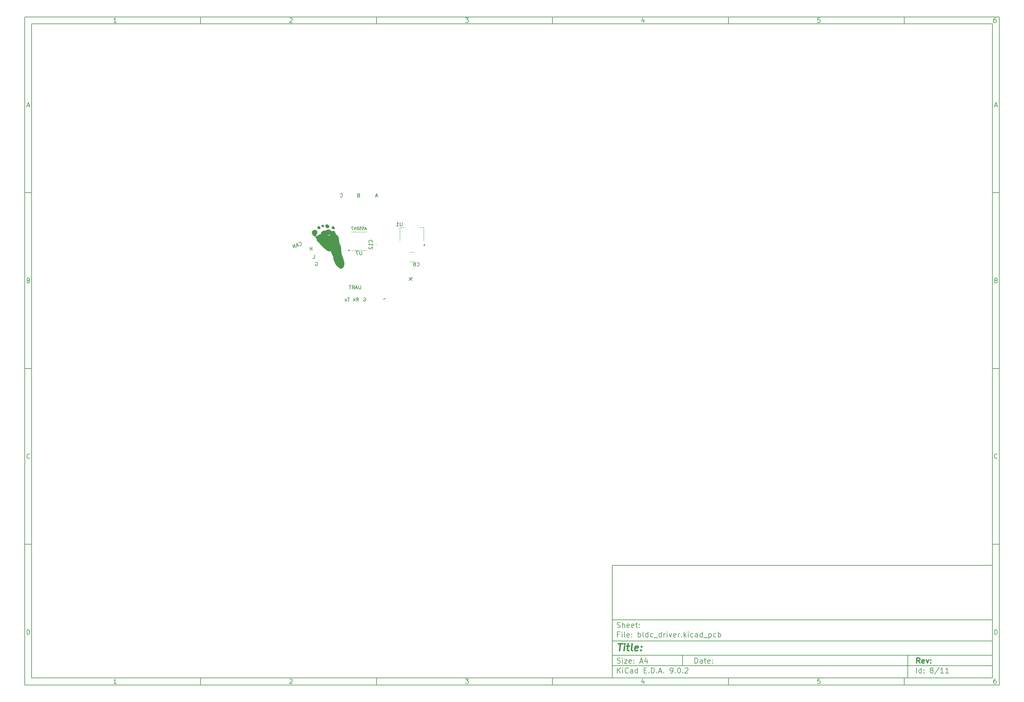
<source format=gbr>
%TF.GenerationSoftware,KiCad,Pcbnew,9.0.2-9.0.2-0~ubuntu22.04.1*%
%TF.CreationDate,2025-06-19T17:06:25+10:00*%
%TF.ProjectId,bldc_driver,626c6463-5f64-4726-9976-65722e6b6963,rev?*%
%TF.SameCoordinates,Original*%
%TF.FileFunction,Legend,Bot*%
%TF.FilePolarity,Positive*%
%FSLAX46Y46*%
G04 Gerber Fmt 4.6, Leading zero omitted, Abs format (unit mm)*
G04 Created by KiCad (PCBNEW 9.0.2-9.0.2-0~ubuntu22.04.1) date 2025-06-19 17:06:25*
%MOMM*%
%LPD*%
G01*
G04 APERTURE LIST*
%ADD10C,0.100000*%
%ADD11C,0.150000*%
%ADD12C,0.300000*%
%ADD13C,0.400000*%
%ADD14C,0.200000*%
%ADD15C,0.120000*%
%ADD16C,0.000000*%
G04 APERTURE END LIST*
D10*
D11*
X177002200Y-166007200D02*
X285002200Y-166007200D01*
X285002200Y-198007200D01*
X177002200Y-198007200D01*
X177002200Y-166007200D01*
D10*
D11*
X10000000Y-10000000D02*
X287002200Y-10000000D01*
X287002200Y-200007200D01*
X10000000Y-200007200D01*
X10000000Y-10000000D01*
D10*
D11*
X12000000Y-12000000D02*
X285002200Y-12000000D01*
X285002200Y-198007200D01*
X12000000Y-198007200D01*
X12000000Y-12000000D01*
D10*
D11*
X60000000Y-12000000D02*
X60000000Y-10000000D01*
D10*
D11*
X110000000Y-12000000D02*
X110000000Y-10000000D01*
D10*
D11*
X160000000Y-12000000D02*
X160000000Y-10000000D01*
D10*
D11*
X210000000Y-12000000D02*
X210000000Y-10000000D01*
D10*
D11*
X260000000Y-12000000D02*
X260000000Y-10000000D01*
D10*
D11*
X36089160Y-11593604D02*
X35346303Y-11593604D01*
X35717731Y-11593604D02*
X35717731Y-10293604D01*
X35717731Y-10293604D02*
X35593922Y-10479319D01*
X35593922Y-10479319D02*
X35470112Y-10603128D01*
X35470112Y-10603128D02*
X35346303Y-10665033D01*
D10*
D11*
X85346303Y-10417414D02*
X85408207Y-10355509D01*
X85408207Y-10355509D02*
X85532017Y-10293604D01*
X85532017Y-10293604D02*
X85841541Y-10293604D01*
X85841541Y-10293604D02*
X85965350Y-10355509D01*
X85965350Y-10355509D02*
X86027255Y-10417414D01*
X86027255Y-10417414D02*
X86089160Y-10541223D01*
X86089160Y-10541223D02*
X86089160Y-10665033D01*
X86089160Y-10665033D02*
X86027255Y-10850747D01*
X86027255Y-10850747D02*
X85284398Y-11593604D01*
X85284398Y-11593604D02*
X86089160Y-11593604D01*
D10*
D11*
X135284398Y-10293604D02*
X136089160Y-10293604D01*
X136089160Y-10293604D02*
X135655826Y-10788842D01*
X135655826Y-10788842D02*
X135841541Y-10788842D01*
X135841541Y-10788842D02*
X135965350Y-10850747D01*
X135965350Y-10850747D02*
X136027255Y-10912652D01*
X136027255Y-10912652D02*
X136089160Y-11036461D01*
X136089160Y-11036461D02*
X136089160Y-11345985D01*
X136089160Y-11345985D02*
X136027255Y-11469795D01*
X136027255Y-11469795D02*
X135965350Y-11531700D01*
X135965350Y-11531700D02*
X135841541Y-11593604D01*
X135841541Y-11593604D02*
X135470112Y-11593604D01*
X135470112Y-11593604D02*
X135346303Y-11531700D01*
X135346303Y-11531700D02*
X135284398Y-11469795D01*
D10*
D11*
X185965350Y-10726938D02*
X185965350Y-11593604D01*
X185655826Y-10231700D02*
X185346303Y-11160271D01*
X185346303Y-11160271D02*
X186151064Y-11160271D01*
D10*
D11*
X236027255Y-10293604D02*
X235408207Y-10293604D01*
X235408207Y-10293604D02*
X235346303Y-10912652D01*
X235346303Y-10912652D02*
X235408207Y-10850747D01*
X235408207Y-10850747D02*
X235532017Y-10788842D01*
X235532017Y-10788842D02*
X235841541Y-10788842D01*
X235841541Y-10788842D02*
X235965350Y-10850747D01*
X235965350Y-10850747D02*
X236027255Y-10912652D01*
X236027255Y-10912652D02*
X236089160Y-11036461D01*
X236089160Y-11036461D02*
X236089160Y-11345985D01*
X236089160Y-11345985D02*
X236027255Y-11469795D01*
X236027255Y-11469795D02*
X235965350Y-11531700D01*
X235965350Y-11531700D02*
X235841541Y-11593604D01*
X235841541Y-11593604D02*
X235532017Y-11593604D01*
X235532017Y-11593604D02*
X235408207Y-11531700D01*
X235408207Y-11531700D02*
X235346303Y-11469795D01*
D10*
D11*
X285965350Y-10293604D02*
X285717731Y-10293604D01*
X285717731Y-10293604D02*
X285593922Y-10355509D01*
X285593922Y-10355509D02*
X285532017Y-10417414D01*
X285532017Y-10417414D02*
X285408207Y-10603128D01*
X285408207Y-10603128D02*
X285346303Y-10850747D01*
X285346303Y-10850747D02*
X285346303Y-11345985D01*
X285346303Y-11345985D02*
X285408207Y-11469795D01*
X285408207Y-11469795D02*
X285470112Y-11531700D01*
X285470112Y-11531700D02*
X285593922Y-11593604D01*
X285593922Y-11593604D02*
X285841541Y-11593604D01*
X285841541Y-11593604D02*
X285965350Y-11531700D01*
X285965350Y-11531700D02*
X286027255Y-11469795D01*
X286027255Y-11469795D02*
X286089160Y-11345985D01*
X286089160Y-11345985D02*
X286089160Y-11036461D01*
X286089160Y-11036461D02*
X286027255Y-10912652D01*
X286027255Y-10912652D02*
X285965350Y-10850747D01*
X285965350Y-10850747D02*
X285841541Y-10788842D01*
X285841541Y-10788842D02*
X285593922Y-10788842D01*
X285593922Y-10788842D02*
X285470112Y-10850747D01*
X285470112Y-10850747D02*
X285408207Y-10912652D01*
X285408207Y-10912652D02*
X285346303Y-11036461D01*
D10*
D11*
X60000000Y-198007200D02*
X60000000Y-200007200D01*
D10*
D11*
X110000000Y-198007200D02*
X110000000Y-200007200D01*
D10*
D11*
X160000000Y-198007200D02*
X160000000Y-200007200D01*
D10*
D11*
X210000000Y-198007200D02*
X210000000Y-200007200D01*
D10*
D11*
X260000000Y-198007200D02*
X260000000Y-200007200D01*
D10*
D11*
X36089160Y-199600804D02*
X35346303Y-199600804D01*
X35717731Y-199600804D02*
X35717731Y-198300804D01*
X35717731Y-198300804D02*
X35593922Y-198486519D01*
X35593922Y-198486519D02*
X35470112Y-198610328D01*
X35470112Y-198610328D02*
X35346303Y-198672233D01*
D10*
D11*
X85346303Y-198424614D02*
X85408207Y-198362709D01*
X85408207Y-198362709D02*
X85532017Y-198300804D01*
X85532017Y-198300804D02*
X85841541Y-198300804D01*
X85841541Y-198300804D02*
X85965350Y-198362709D01*
X85965350Y-198362709D02*
X86027255Y-198424614D01*
X86027255Y-198424614D02*
X86089160Y-198548423D01*
X86089160Y-198548423D02*
X86089160Y-198672233D01*
X86089160Y-198672233D02*
X86027255Y-198857947D01*
X86027255Y-198857947D02*
X85284398Y-199600804D01*
X85284398Y-199600804D02*
X86089160Y-199600804D01*
D10*
D11*
X135284398Y-198300804D02*
X136089160Y-198300804D01*
X136089160Y-198300804D02*
X135655826Y-198796042D01*
X135655826Y-198796042D02*
X135841541Y-198796042D01*
X135841541Y-198796042D02*
X135965350Y-198857947D01*
X135965350Y-198857947D02*
X136027255Y-198919852D01*
X136027255Y-198919852D02*
X136089160Y-199043661D01*
X136089160Y-199043661D02*
X136089160Y-199353185D01*
X136089160Y-199353185D02*
X136027255Y-199476995D01*
X136027255Y-199476995D02*
X135965350Y-199538900D01*
X135965350Y-199538900D02*
X135841541Y-199600804D01*
X135841541Y-199600804D02*
X135470112Y-199600804D01*
X135470112Y-199600804D02*
X135346303Y-199538900D01*
X135346303Y-199538900D02*
X135284398Y-199476995D01*
D10*
D11*
X185965350Y-198734138D02*
X185965350Y-199600804D01*
X185655826Y-198238900D02*
X185346303Y-199167471D01*
X185346303Y-199167471D02*
X186151064Y-199167471D01*
D10*
D11*
X236027255Y-198300804D02*
X235408207Y-198300804D01*
X235408207Y-198300804D02*
X235346303Y-198919852D01*
X235346303Y-198919852D02*
X235408207Y-198857947D01*
X235408207Y-198857947D02*
X235532017Y-198796042D01*
X235532017Y-198796042D02*
X235841541Y-198796042D01*
X235841541Y-198796042D02*
X235965350Y-198857947D01*
X235965350Y-198857947D02*
X236027255Y-198919852D01*
X236027255Y-198919852D02*
X236089160Y-199043661D01*
X236089160Y-199043661D02*
X236089160Y-199353185D01*
X236089160Y-199353185D02*
X236027255Y-199476995D01*
X236027255Y-199476995D02*
X235965350Y-199538900D01*
X235965350Y-199538900D02*
X235841541Y-199600804D01*
X235841541Y-199600804D02*
X235532017Y-199600804D01*
X235532017Y-199600804D02*
X235408207Y-199538900D01*
X235408207Y-199538900D02*
X235346303Y-199476995D01*
D10*
D11*
X285965350Y-198300804D02*
X285717731Y-198300804D01*
X285717731Y-198300804D02*
X285593922Y-198362709D01*
X285593922Y-198362709D02*
X285532017Y-198424614D01*
X285532017Y-198424614D02*
X285408207Y-198610328D01*
X285408207Y-198610328D02*
X285346303Y-198857947D01*
X285346303Y-198857947D02*
X285346303Y-199353185D01*
X285346303Y-199353185D02*
X285408207Y-199476995D01*
X285408207Y-199476995D02*
X285470112Y-199538900D01*
X285470112Y-199538900D02*
X285593922Y-199600804D01*
X285593922Y-199600804D02*
X285841541Y-199600804D01*
X285841541Y-199600804D02*
X285965350Y-199538900D01*
X285965350Y-199538900D02*
X286027255Y-199476995D01*
X286027255Y-199476995D02*
X286089160Y-199353185D01*
X286089160Y-199353185D02*
X286089160Y-199043661D01*
X286089160Y-199043661D02*
X286027255Y-198919852D01*
X286027255Y-198919852D02*
X285965350Y-198857947D01*
X285965350Y-198857947D02*
X285841541Y-198796042D01*
X285841541Y-198796042D02*
X285593922Y-198796042D01*
X285593922Y-198796042D02*
X285470112Y-198857947D01*
X285470112Y-198857947D02*
X285408207Y-198919852D01*
X285408207Y-198919852D02*
X285346303Y-199043661D01*
D10*
D11*
X10000000Y-60000000D02*
X12000000Y-60000000D01*
D10*
D11*
X10000000Y-110000000D02*
X12000000Y-110000000D01*
D10*
D11*
X10000000Y-160000000D02*
X12000000Y-160000000D01*
D10*
D11*
X10690476Y-35222176D02*
X11309523Y-35222176D01*
X10566666Y-35593604D02*
X10999999Y-34293604D01*
X10999999Y-34293604D02*
X11433333Y-35593604D01*
D10*
D11*
X11092857Y-84912652D02*
X11278571Y-84974557D01*
X11278571Y-84974557D02*
X11340476Y-85036461D01*
X11340476Y-85036461D02*
X11402380Y-85160271D01*
X11402380Y-85160271D02*
X11402380Y-85345985D01*
X11402380Y-85345985D02*
X11340476Y-85469795D01*
X11340476Y-85469795D02*
X11278571Y-85531700D01*
X11278571Y-85531700D02*
X11154761Y-85593604D01*
X11154761Y-85593604D02*
X10659523Y-85593604D01*
X10659523Y-85593604D02*
X10659523Y-84293604D01*
X10659523Y-84293604D02*
X11092857Y-84293604D01*
X11092857Y-84293604D02*
X11216666Y-84355509D01*
X11216666Y-84355509D02*
X11278571Y-84417414D01*
X11278571Y-84417414D02*
X11340476Y-84541223D01*
X11340476Y-84541223D02*
X11340476Y-84665033D01*
X11340476Y-84665033D02*
X11278571Y-84788842D01*
X11278571Y-84788842D02*
X11216666Y-84850747D01*
X11216666Y-84850747D02*
X11092857Y-84912652D01*
X11092857Y-84912652D02*
X10659523Y-84912652D01*
D10*
D11*
X11402380Y-135469795D02*
X11340476Y-135531700D01*
X11340476Y-135531700D02*
X11154761Y-135593604D01*
X11154761Y-135593604D02*
X11030952Y-135593604D01*
X11030952Y-135593604D02*
X10845238Y-135531700D01*
X10845238Y-135531700D02*
X10721428Y-135407890D01*
X10721428Y-135407890D02*
X10659523Y-135284080D01*
X10659523Y-135284080D02*
X10597619Y-135036461D01*
X10597619Y-135036461D02*
X10597619Y-134850747D01*
X10597619Y-134850747D02*
X10659523Y-134603128D01*
X10659523Y-134603128D02*
X10721428Y-134479319D01*
X10721428Y-134479319D02*
X10845238Y-134355509D01*
X10845238Y-134355509D02*
X11030952Y-134293604D01*
X11030952Y-134293604D02*
X11154761Y-134293604D01*
X11154761Y-134293604D02*
X11340476Y-134355509D01*
X11340476Y-134355509D02*
X11402380Y-134417414D01*
D10*
D11*
X10659523Y-185593604D02*
X10659523Y-184293604D01*
X10659523Y-184293604D02*
X10969047Y-184293604D01*
X10969047Y-184293604D02*
X11154761Y-184355509D01*
X11154761Y-184355509D02*
X11278571Y-184479319D01*
X11278571Y-184479319D02*
X11340476Y-184603128D01*
X11340476Y-184603128D02*
X11402380Y-184850747D01*
X11402380Y-184850747D02*
X11402380Y-185036461D01*
X11402380Y-185036461D02*
X11340476Y-185284080D01*
X11340476Y-185284080D02*
X11278571Y-185407890D01*
X11278571Y-185407890D02*
X11154761Y-185531700D01*
X11154761Y-185531700D02*
X10969047Y-185593604D01*
X10969047Y-185593604D02*
X10659523Y-185593604D01*
D10*
D11*
X287002200Y-60000000D02*
X285002200Y-60000000D01*
D10*
D11*
X287002200Y-110000000D02*
X285002200Y-110000000D01*
D10*
D11*
X287002200Y-160000000D02*
X285002200Y-160000000D01*
D10*
D11*
X285692676Y-35222176D02*
X286311723Y-35222176D01*
X285568866Y-35593604D02*
X286002199Y-34293604D01*
X286002199Y-34293604D02*
X286435533Y-35593604D01*
D10*
D11*
X286095057Y-84912652D02*
X286280771Y-84974557D01*
X286280771Y-84974557D02*
X286342676Y-85036461D01*
X286342676Y-85036461D02*
X286404580Y-85160271D01*
X286404580Y-85160271D02*
X286404580Y-85345985D01*
X286404580Y-85345985D02*
X286342676Y-85469795D01*
X286342676Y-85469795D02*
X286280771Y-85531700D01*
X286280771Y-85531700D02*
X286156961Y-85593604D01*
X286156961Y-85593604D02*
X285661723Y-85593604D01*
X285661723Y-85593604D02*
X285661723Y-84293604D01*
X285661723Y-84293604D02*
X286095057Y-84293604D01*
X286095057Y-84293604D02*
X286218866Y-84355509D01*
X286218866Y-84355509D02*
X286280771Y-84417414D01*
X286280771Y-84417414D02*
X286342676Y-84541223D01*
X286342676Y-84541223D02*
X286342676Y-84665033D01*
X286342676Y-84665033D02*
X286280771Y-84788842D01*
X286280771Y-84788842D02*
X286218866Y-84850747D01*
X286218866Y-84850747D02*
X286095057Y-84912652D01*
X286095057Y-84912652D02*
X285661723Y-84912652D01*
D10*
D11*
X286404580Y-135469795D02*
X286342676Y-135531700D01*
X286342676Y-135531700D02*
X286156961Y-135593604D01*
X286156961Y-135593604D02*
X286033152Y-135593604D01*
X286033152Y-135593604D02*
X285847438Y-135531700D01*
X285847438Y-135531700D02*
X285723628Y-135407890D01*
X285723628Y-135407890D02*
X285661723Y-135284080D01*
X285661723Y-135284080D02*
X285599819Y-135036461D01*
X285599819Y-135036461D02*
X285599819Y-134850747D01*
X285599819Y-134850747D02*
X285661723Y-134603128D01*
X285661723Y-134603128D02*
X285723628Y-134479319D01*
X285723628Y-134479319D02*
X285847438Y-134355509D01*
X285847438Y-134355509D02*
X286033152Y-134293604D01*
X286033152Y-134293604D02*
X286156961Y-134293604D01*
X286156961Y-134293604D02*
X286342676Y-134355509D01*
X286342676Y-134355509D02*
X286404580Y-134417414D01*
D10*
D11*
X285661723Y-185593604D02*
X285661723Y-184293604D01*
X285661723Y-184293604D02*
X285971247Y-184293604D01*
X285971247Y-184293604D02*
X286156961Y-184355509D01*
X286156961Y-184355509D02*
X286280771Y-184479319D01*
X286280771Y-184479319D02*
X286342676Y-184603128D01*
X286342676Y-184603128D02*
X286404580Y-184850747D01*
X286404580Y-184850747D02*
X286404580Y-185036461D01*
X286404580Y-185036461D02*
X286342676Y-185284080D01*
X286342676Y-185284080D02*
X286280771Y-185407890D01*
X286280771Y-185407890D02*
X286156961Y-185531700D01*
X286156961Y-185531700D02*
X285971247Y-185593604D01*
X285971247Y-185593604D02*
X285661723Y-185593604D01*
D10*
D11*
X200458026Y-193793328D02*
X200458026Y-192293328D01*
X200458026Y-192293328D02*
X200815169Y-192293328D01*
X200815169Y-192293328D02*
X201029455Y-192364757D01*
X201029455Y-192364757D02*
X201172312Y-192507614D01*
X201172312Y-192507614D02*
X201243741Y-192650471D01*
X201243741Y-192650471D02*
X201315169Y-192936185D01*
X201315169Y-192936185D02*
X201315169Y-193150471D01*
X201315169Y-193150471D02*
X201243741Y-193436185D01*
X201243741Y-193436185D02*
X201172312Y-193579042D01*
X201172312Y-193579042D02*
X201029455Y-193721900D01*
X201029455Y-193721900D02*
X200815169Y-193793328D01*
X200815169Y-193793328D02*
X200458026Y-193793328D01*
X202600884Y-193793328D02*
X202600884Y-193007614D01*
X202600884Y-193007614D02*
X202529455Y-192864757D01*
X202529455Y-192864757D02*
X202386598Y-192793328D01*
X202386598Y-192793328D02*
X202100884Y-192793328D01*
X202100884Y-192793328D02*
X201958026Y-192864757D01*
X202600884Y-193721900D02*
X202458026Y-193793328D01*
X202458026Y-193793328D02*
X202100884Y-193793328D01*
X202100884Y-193793328D02*
X201958026Y-193721900D01*
X201958026Y-193721900D02*
X201886598Y-193579042D01*
X201886598Y-193579042D02*
X201886598Y-193436185D01*
X201886598Y-193436185D02*
X201958026Y-193293328D01*
X201958026Y-193293328D02*
X202100884Y-193221900D01*
X202100884Y-193221900D02*
X202458026Y-193221900D01*
X202458026Y-193221900D02*
X202600884Y-193150471D01*
X203100884Y-192793328D02*
X203672312Y-192793328D01*
X203315169Y-192293328D02*
X203315169Y-193579042D01*
X203315169Y-193579042D02*
X203386598Y-193721900D01*
X203386598Y-193721900D02*
X203529455Y-193793328D01*
X203529455Y-193793328D02*
X203672312Y-193793328D01*
X204743741Y-193721900D02*
X204600884Y-193793328D01*
X204600884Y-193793328D02*
X204315170Y-193793328D01*
X204315170Y-193793328D02*
X204172312Y-193721900D01*
X204172312Y-193721900D02*
X204100884Y-193579042D01*
X204100884Y-193579042D02*
X204100884Y-193007614D01*
X204100884Y-193007614D02*
X204172312Y-192864757D01*
X204172312Y-192864757D02*
X204315170Y-192793328D01*
X204315170Y-192793328D02*
X204600884Y-192793328D01*
X204600884Y-192793328D02*
X204743741Y-192864757D01*
X204743741Y-192864757D02*
X204815170Y-193007614D01*
X204815170Y-193007614D02*
X204815170Y-193150471D01*
X204815170Y-193150471D02*
X204100884Y-193293328D01*
X205458026Y-193650471D02*
X205529455Y-193721900D01*
X205529455Y-193721900D02*
X205458026Y-193793328D01*
X205458026Y-193793328D02*
X205386598Y-193721900D01*
X205386598Y-193721900D02*
X205458026Y-193650471D01*
X205458026Y-193650471D02*
X205458026Y-193793328D01*
X205458026Y-192864757D02*
X205529455Y-192936185D01*
X205529455Y-192936185D02*
X205458026Y-193007614D01*
X205458026Y-193007614D02*
X205386598Y-192936185D01*
X205386598Y-192936185D02*
X205458026Y-192864757D01*
X205458026Y-192864757D02*
X205458026Y-193007614D01*
D10*
D11*
X177002200Y-194507200D02*
X285002200Y-194507200D01*
D10*
D11*
X178458026Y-196593328D02*
X178458026Y-195093328D01*
X179315169Y-196593328D02*
X178672312Y-195736185D01*
X179315169Y-195093328D02*
X178458026Y-195950471D01*
X179958026Y-196593328D02*
X179958026Y-195593328D01*
X179958026Y-195093328D02*
X179886598Y-195164757D01*
X179886598Y-195164757D02*
X179958026Y-195236185D01*
X179958026Y-195236185D02*
X180029455Y-195164757D01*
X180029455Y-195164757D02*
X179958026Y-195093328D01*
X179958026Y-195093328D02*
X179958026Y-195236185D01*
X181529455Y-196450471D02*
X181458027Y-196521900D01*
X181458027Y-196521900D02*
X181243741Y-196593328D01*
X181243741Y-196593328D02*
X181100884Y-196593328D01*
X181100884Y-196593328D02*
X180886598Y-196521900D01*
X180886598Y-196521900D02*
X180743741Y-196379042D01*
X180743741Y-196379042D02*
X180672312Y-196236185D01*
X180672312Y-196236185D02*
X180600884Y-195950471D01*
X180600884Y-195950471D02*
X180600884Y-195736185D01*
X180600884Y-195736185D02*
X180672312Y-195450471D01*
X180672312Y-195450471D02*
X180743741Y-195307614D01*
X180743741Y-195307614D02*
X180886598Y-195164757D01*
X180886598Y-195164757D02*
X181100884Y-195093328D01*
X181100884Y-195093328D02*
X181243741Y-195093328D01*
X181243741Y-195093328D02*
X181458027Y-195164757D01*
X181458027Y-195164757D02*
X181529455Y-195236185D01*
X182815170Y-196593328D02*
X182815170Y-195807614D01*
X182815170Y-195807614D02*
X182743741Y-195664757D01*
X182743741Y-195664757D02*
X182600884Y-195593328D01*
X182600884Y-195593328D02*
X182315170Y-195593328D01*
X182315170Y-195593328D02*
X182172312Y-195664757D01*
X182815170Y-196521900D02*
X182672312Y-196593328D01*
X182672312Y-196593328D02*
X182315170Y-196593328D01*
X182315170Y-196593328D02*
X182172312Y-196521900D01*
X182172312Y-196521900D02*
X182100884Y-196379042D01*
X182100884Y-196379042D02*
X182100884Y-196236185D01*
X182100884Y-196236185D02*
X182172312Y-196093328D01*
X182172312Y-196093328D02*
X182315170Y-196021900D01*
X182315170Y-196021900D02*
X182672312Y-196021900D01*
X182672312Y-196021900D02*
X182815170Y-195950471D01*
X184172313Y-196593328D02*
X184172313Y-195093328D01*
X184172313Y-196521900D02*
X184029455Y-196593328D01*
X184029455Y-196593328D02*
X183743741Y-196593328D01*
X183743741Y-196593328D02*
X183600884Y-196521900D01*
X183600884Y-196521900D02*
X183529455Y-196450471D01*
X183529455Y-196450471D02*
X183458027Y-196307614D01*
X183458027Y-196307614D02*
X183458027Y-195879042D01*
X183458027Y-195879042D02*
X183529455Y-195736185D01*
X183529455Y-195736185D02*
X183600884Y-195664757D01*
X183600884Y-195664757D02*
X183743741Y-195593328D01*
X183743741Y-195593328D02*
X184029455Y-195593328D01*
X184029455Y-195593328D02*
X184172313Y-195664757D01*
X186029455Y-195807614D02*
X186529455Y-195807614D01*
X186743741Y-196593328D02*
X186029455Y-196593328D01*
X186029455Y-196593328D02*
X186029455Y-195093328D01*
X186029455Y-195093328D02*
X186743741Y-195093328D01*
X187386598Y-196450471D02*
X187458027Y-196521900D01*
X187458027Y-196521900D02*
X187386598Y-196593328D01*
X187386598Y-196593328D02*
X187315170Y-196521900D01*
X187315170Y-196521900D02*
X187386598Y-196450471D01*
X187386598Y-196450471D02*
X187386598Y-196593328D01*
X188100884Y-196593328D02*
X188100884Y-195093328D01*
X188100884Y-195093328D02*
X188458027Y-195093328D01*
X188458027Y-195093328D02*
X188672313Y-195164757D01*
X188672313Y-195164757D02*
X188815170Y-195307614D01*
X188815170Y-195307614D02*
X188886599Y-195450471D01*
X188886599Y-195450471D02*
X188958027Y-195736185D01*
X188958027Y-195736185D02*
X188958027Y-195950471D01*
X188958027Y-195950471D02*
X188886599Y-196236185D01*
X188886599Y-196236185D02*
X188815170Y-196379042D01*
X188815170Y-196379042D02*
X188672313Y-196521900D01*
X188672313Y-196521900D02*
X188458027Y-196593328D01*
X188458027Y-196593328D02*
X188100884Y-196593328D01*
X189600884Y-196450471D02*
X189672313Y-196521900D01*
X189672313Y-196521900D02*
X189600884Y-196593328D01*
X189600884Y-196593328D02*
X189529456Y-196521900D01*
X189529456Y-196521900D02*
X189600884Y-196450471D01*
X189600884Y-196450471D02*
X189600884Y-196593328D01*
X190243742Y-196164757D02*
X190958028Y-196164757D01*
X190100885Y-196593328D02*
X190600885Y-195093328D01*
X190600885Y-195093328D02*
X191100885Y-196593328D01*
X191600884Y-196450471D02*
X191672313Y-196521900D01*
X191672313Y-196521900D02*
X191600884Y-196593328D01*
X191600884Y-196593328D02*
X191529456Y-196521900D01*
X191529456Y-196521900D02*
X191600884Y-196450471D01*
X191600884Y-196450471D02*
X191600884Y-196593328D01*
X193529456Y-196593328D02*
X193815170Y-196593328D01*
X193815170Y-196593328D02*
X193958027Y-196521900D01*
X193958027Y-196521900D02*
X194029456Y-196450471D01*
X194029456Y-196450471D02*
X194172313Y-196236185D01*
X194172313Y-196236185D02*
X194243742Y-195950471D01*
X194243742Y-195950471D02*
X194243742Y-195379042D01*
X194243742Y-195379042D02*
X194172313Y-195236185D01*
X194172313Y-195236185D02*
X194100885Y-195164757D01*
X194100885Y-195164757D02*
X193958027Y-195093328D01*
X193958027Y-195093328D02*
X193672313Y-195093328D01*
X193672313Y-195093328D02*
X193529456Y-195164757D01*
X193529456Y-195164757D02*
X193458027Y-195236185D01*
X193458027Y-195236185D02*
X193386599Y-195379042D01*
X193386599Y-195379042D02*
X193386599Y-195736185D01*
X193386599Y-195736185D02*
X193458027Y-195879042D01*
X193458027Y-195879042D02*
X193529456Y-195950471D01*
X193529456Y-195950471D02*
X193672313Y-196021900D01*
X193672313Y-196021900D02*
X193958027Y-196021900D01*
X193958027Y-196021900D02*
X194100885Y-195950471D01*
X194100885Y-195950471D02*
X194172313Y-195879042D01*
X194172313Y-195879042D02*
X194243742Y-195736185D01*
X194886598Y-196450471D02*
X194958027Y-196521900D01*
X194958027Y-196521900D02*
X194886598Y-196593328D01*
X194886598Y-196593328D02*
X194815170Y-196521900D01*
X194815170Y-196521900D02*
X194886598Y-196450471D01*
X194886598Y-196450471D02*
X194886598Y-196593328D01*
X195886599Y-195093328D02*
X196029456Y-195093328D01*
X196029456Y-195093328D02*
X196172313Y-195164757D01*
X196172313Y-195164757D02*
X196243742Y-195236185D01*
X196243742Y-195236185D02*
X196315170Y-195379042D01*
X196315170Y-195379042D02*
X196386599Y-195664757D01*
X196386599Y-195664757D02*
X196386599Y-196021900D01*
X196386599Y-196021900D02*
X196315170Y-196307614D01*
X196315170Y-196307614D02*
X196243742Y-196450471D01*
X196243742Y-196450471D02*
X196172313Y-196521900D01*
X196172313Y-196521900D02*
X196029456Y-196593328D01*
X196029456Y-196593328D02*
X195886599Y-196593328D01*
X195886599Y-196593328D02*
X195743742Y-196521900D01*
X195743742Y-196521900D02*
X195672313Y-196450471D01*
X195672313Y-196450471D02*
X195600884Y-196307614D01*
X195600884Y-196307614D02*
X195529456Y-196021900D01*
X195529456Y-196021900D02*
X195529456Y-195664757D01*
X195529456Y-195664757D02*
X195600884Y-195379042D01*
X195600884Y-195379042D02*
X195672313Y-195236185D01*
X195672313Y-195236185D02*
X195743742Y-195164757D01*
X195743742Y-195164757D02*
X195886599Y-195093328D01*
X197029455Y-196450471D02*
X197100884Y-196521900D01*
X197100884Y-196521900D02*
X197029455Y-196593328D01*
X197029455Y-196593328D02*
X196958027Y-196521900D01*
X196958027Y-196521900D02*
X197029455Y-196450471D01*
X197029455Y-196450471D02*
X197029455Y-196593328D01*
X197672313Y-195236185D02*
X197743741Y-195164757D01*
X197743741Y-195164757D02*
X197886599Y-195093328D01*
X197886599Y-195093328D02*
X198243741Y-195093328D01*
X198243741Y-195093328D02*
X198386599Y-195164757D01*
X198386599Y-195164757D02*
X198458027Y-195236185D01*
X198458027Y-195236185D02*
X198529456Y-195379042D01*
X198529456Y-195379042D02*
X198529456Y-195521900D01*
X198529456Y-195521900D02*
X198458027Y-195736185D01*
X198458027Y-195736185D02*
X197600884Y-196593328D01*
X197600884Y-196593328D02*
X198529456Y-196593328D01*
D10*
D11*
X177002200Y-191507200D02*
X285002200Y-191507200D01*
D10*
D12*
X264413853Y-193785528D02*
X263913853Y-193071242D01*
X263556710Y-193785528D02*
X263556710Y-192285528D01*
X263556710Y-192285528D02*
X264128139Y-192285528D01*
X264128139Y-192285528D02*
X264270996Y-192356957D01*
X264270996Y-192356957D02*
X264342425Y-192428385D01*
X264342425Y-192428385D02*
X264413853Y-192571242D01*
X264413853Y-192571242D02*
X264413853Y-192785528D01*
X264413853Y-192785528D02*
X264342425Y-192928385D01*
X264342425Y-192928385D02*
X264270996Y-192999814D01*
X264270996Y-192999814D02*
X264128139Y-193071242D01*
X264128139Y-193071242D02*
X263556710Y-193071242D01*
X265628139Y-193714100D02*
X265485282Y-193785528D01*
X265485282Y-193785528D02*
X265199568Y-193785528D01*
X265199568Y-193785528D02*
X265056710Y-193714100D01*
X265056710Y-193714100D02*
X264985282Y-193571242D01*
X264985282Y-193571242D02*
X264985282Y-192999814D01*
X264985282Y-192999814D02*
X265056710Y-192856957D01*
X265056710Y-192856957D02*
X265199568Y-192785528D01*
X265199568Y-192785528D02*
X265485282Y-192785528D01*
X265485282Y-192785528D02*
X265628139Y-192856957D01*
X265628139Y-192856957D02*
X265699568Y-192999814D01*
X265699568Y-192999814D02*
X265699568Y-193142671D01*
X265699568Y-193142671D02*
X264985282Y-193285528D01*
X266199567Y-192785528D02*
X266556710Y-193785528D01*
X266556710Y-193785528D02*
X266913853Y-192785528D01*
X267485281Y-193642671D02*
X267556710Y-193714100D01*
X267556710Y-193714100D02*
X267485281Y-193785528D01*
X267485281Y-193785528D02*
X267413853Y-193714100D01*
X267413853Y-193714100D02*
X267485281Y-193642671D01*
X267485281Y-193642671D02*
X267485281Y-193785528D01*
X267485281Y-192856957D02*
X267556710Y-192928385D01*
X267556710Y-192928385D02*
X267485281Y-192999814D01*
X267485281Y-192999814D02*
X267413853Y-192928385D01*
X267413853Y-192928385D02*
X267485281Y-192856957D01*
X267485281Y-192856957D02*
X267485281Y-192999814D01*
D10*
D11*
X178386598Y-193721900D02*
X178600884Y-193793328D01*
X178600884Y-193793328D02*
X178958026Y-193793328D01*
X178958026Y-193793328D02*
X179100884Y-193721900D01*
X179100884Y-193721900D02*
X179172312Y-193650471D01*
X179172312Y-193650471D02*
X179243741Y-193507614D01*
X179243741Y-193507614D02*
X179243741Y-193364757D01*
X179243741Y-193364757D02*
X179172312Y-193221900D01*
X179172312Y-193221900D02*
X179100884Y-193150471D01*
X179100884Y-193150471D02*
X178958026Y-193079042D01*
X178958026Y-193079042D02*
X178672312Y-193007614D01*
X178672312Y-193007614D02*
X178529455Y-192936185D01*
X178529455Y-192936185D02*
X178458026Y-192864757D01*
X178458026Y-192864757D02*
X178386598Y-192721900D01*
X178386598Y-192721900D02*
X178386598Y-192579042D01*
X178386598Y-192579042D02*
X178458026Y-192436185D01*
X178458026Y-192436185D02*
X178529455Y-192364757D01*
X178529455Y-192364757D02*
X178672312Y-192293328D01*
X178672312Y-192293328D02*
X179029455Y-192293328D01*
X179029455Y-192293328D02*
X179243741Y-192364757D01*
X179886597Y-193793328D02*
X179886597Y-192793328D01*
X179886597Y-192293328D02*
X179815169Y-192364757D01*
X179815169Y-192364757D02*
X179886597Y-192436185D01*
X179886597Y-192436185D02*
X179958026Y-192364757D01*
X179958026Y-192364757D02*
X179886597Y-192293328D01*
X179886597Y-192293328D02*
X179886597Y-192436185D01*
X180458026Y-192793328D02*
X181243741Y-192793328D01*
X181243741Y-192793328D02*
X180458026Y-193793328D01*
X180458026Y-193793328D02*
X181243741Y-193793328D01*
X182386598Y-193721900D02*
X182243741Y-193793328D01*
X182243741Y-193793328D02*
X181958027Y-193793328D01*
X181958027Y-193793328D02*
X181815169Y-193721900D01*
X181815169Y-193721900D02*
X181743741Y-193579042D01*
X181743741Y-193579042D02*
X181743741Y-193007614D01*
X181743741Y-193007614D02*
X181815169Y-192864757D01*
X181815169Y-192864757D02*
X181958027Y-192793328D01*
X181958027Y-192793328D02*
X182243741Y-192793328D01*
X182243741Y-192793328D02*
X182386598Y-192864757D01*
X182386598Y-192864757D02*
X182458027Y-193007614D01*
X182458027Y-193007614D02*
X182458027Y-193150471D01*
X182458027Y-193150471D02*
X181743741Y-193293328D01*
X183100883Y-193650471D02*
X183172312Y-193721900D01*
X183172312Y-193721900D02*
X183100883Y-193793328D01*
X183100883Y-193793328D02*
X183029455Y-193721900D01*
X183029455Y-193721900D02*
X183100883Y-193650471D01*
X183100883Y-193650471D02*
X183100883Y-193793328D01*
X183100883Y-192864757D02*
X183172312Y-192936185D01*
X183172312Y-192936185D02*
X183100883Y-193007614D01*
X183100883Y-193007614D02*
X183029455Y-192936185D01*
X183029455Y-192936185D02*
X183100883Y-192864757D01*
X183100883Y-192864757D02*
X183100883Y-193007614D01*
X184886598Y-193364757D02*
X185600884Y-193364757D01*
X184743741Y-193793328D02*
X185243741Y-192293328D01*
X185243741Y-192293328D02*
X185743741Y-193793328D01*
X186886598Y-192793328D02*
X186886598Y-193793328D01*
X186529455Y-192221900D02*
X186172312Y-193293328D01*
X186172312Y-193293328D02*
X187100883Y-193293328D01*
D10*
D11*
X263458026Y-196593328D02*
X263458026Y-195093328D01*
X264815170Y-196593328D02*
X264815170Y-195093328D01*
X264815170Y-196521900D02*
X264672312Y-196593328D01*
X264672312Y-196593328D02*
X264386598Y-196593328D01*
X264386598Y-196593328D02*
X264243741Y-196521900D01*
X264243741Y-196521900D02*
X264172312Y-196450471D01*
X264172312Y-196450471D02*
X264100884Y-196307614D01*
X264100884Y-196307614D02*
X264100884Y-195879042D01*
X264100884Y-195879042D02*
X264172312Y-195736185D01*
X264172312Y-195736185D02*
X264243741Y-195664757D01*
X264243741Y-195664757D02*
X264386598Y-195593328D01*
X264386598Y-195593328D02*
X264672312Y-195593328D01*
X264672312Y-195593328D02*
X264815170Y-195664757D01*
X265529455Y-196450471D02*
X265600884Y-196521900D01*
X265600884Y-196521900D02*
X265529455Y-196593328D01*
X265529455Y-196593328D02*
X265458027Y-196521900D01*
X265458027Y-196521900D02*
X265529455Y-196450471D01*
X265529455Y-196450471D02*
X265529455Y-196593328D01*
X265529455Y-195664757D02*
X265600884Y-195736185D01*
X265600884Y-195736185D02*
X265529455Y-195807614D01*
X265529455Y-195807614D02*
X265458027Y-195736185D01*
X265458027Y-195736185D02*
X265529455Y-195664757D01*
X265529455Y-195664757D02*
X265529455Y-195807614D01*
X267600884Y-195736185D02*
X267458027Y-195664757D01*
X267458027Y-195664757D02*
X267386598Y-195593328D01*
X267386598Y-195593328D02*
X267315170Y-195450471D01*
X267315170Y-195450471D02*
X267315170Y-195379042D01*
X267315170Y-195379042D02*
X267386598Y-195236185D01*
X267386598Y-195236185D02*
X267458027Y-195164757D01*
X267458027Y-195164757D02*
X267600884Y-195093328D01*
X267600884Y-195093328D02*
X267886598Y-195093328D01*
X267886598Y-195093328D02*
X268029456Y-195164757D01*
X268029456Y-195164757D02*
X268100884Y-195236185D01*
X268100884Y-195236185D02*
X268172313Y-195379042D01*
X268172313Y-195379042D02*
X268172313Y-195450471D01*
X268172313Y-195450471D02*
X268100884Y-195593328D01*
X268100884Y-195593328D02*
X268029456Y-195664757D01*
X268029456Y-195664757D02*
X267886598Y-195736185D01*
X267886598Y-195736185D02*
X267600884Y-195736185D01*
X267600884Y-195736185D02*
X267458027Y-195807614D01*
X267458027Y-195807614D02*
X267386598Y-195879042D01*
X267386598Y-195879042D02*
X267315170Y-196021900D01*
X267315170Y-196021900D02*
X267315170Y-196307614D01*
X267315170Y-196307614D02*
X267386598Y-196450471D01*
X267386598Y-196450471D02*
X267458027Y-196521900D01*
X267458027Y-196521900D02*
X267600884Y-196593328D01*
X267600884Y-196593328D02*
X267886598Y-196593328D01*
X267886598Y-196593328D02*
X268029456Y-196521900D01*
X268029456Y-196521900D02*
X268100884Y-196450471D01*
X268100884Y-196450471D02*
X268172313Y-196307614D01*
X268172313Y-196307614D02*
X268172313Y-196021900D01*
X268172313Y-196021900D02*
X268100884Y-195879042D01*
X268100884Y-195879042D02*
X268029456Y-195807614D01*
X268029456Y-195807614D02*
X267886598Y-195736185D01*
X269886598Y-195021900D02*
X268600884Y-196950471D01*
X271172313Y-196593328D02*
X270315170Y-196593328D01*
X270743741Y-196593328D02*
X270743741Y-195093328D01*
X270743741Y-195093328D02*
X270600884Y-195307614D01*
X270600884Y-195307614D02*
X270458027Y-195450471D01*
X270458027Y-195450471D02*
X270315170Y-195521900D01*
X272600884Y-196593328D02*
X271743741Y-196593328D01*
X272172312Y-196593328D02*
X272172312Y-195093328D01*
X272172312Y-195093328D02*
X272029455Y-195307614D01*
X272029455Y-195307614D02*
X271886598Y-195450471D01*
X271886598Y-195450471D02*
X271743741Y-195521900D01*
D10*
D11*
X177002200Y-187507200D02*
X285002200Y-187507200D01*
D10*
D13*
X178693928Y-188211638D02*
X179836785Y-188211638D01*
X179015357Y-190211638D02*
X179265357Y-188211638D01*
X180253452Y-190211638D02*
X180420119Y-188878304D01*
X180503452Y-188211638D02*
X180396309Y-188306876D01*
X180396309Y-188306876D02*
X180479643Y-188402114D01*
X180479643Y-188402114D02*
X180586786Y-188306876D01*
X180586786Y-188306876D02*
X180503452Y-188211638D01*
X180503452Y-188211638D02*
X180479643Y-188402114D01*
X181086786Y-188878304D02*
X181848690Y-188878304D01*
X181455833Y-188211638D02*
X181241548Y-189925923D01*
X181241548Y-189925923D02*
X181312976Y-190116400D01*
X181312976Y-190116400D02*
X181491548Y-190211638D01*
X181491548Y-190211638D02*
X181682024Y-190211638D01*
X182634405Y-190211638D02*
X182455833Y-190116400D01*
X182455833Y-190116400D02*
X182384405Y-189925923D01*
X182384405Y-189925923D02*
X182598690Y-188211638D01*
X184170119Y-190116400D02*
X183967738Y-190211638D01*
X183967738Y-190211638D02*
X183586785Y-190211638D01*
X183586785Y-190211638D02*
X183408214Y-190116400D01*
X183408214Y-190116400D02*
X183336785Y-189925923D01*
X183336785Y-189925923D02*
X183432024Y-189164019D01*
X183432024Y-189164019D02*
X183551071Y-188973542D01*
X183551071Y-188973542D02*
X183753452Y-188878304D01*
X183753452Y-188878304D02*
X184134404Y-188878304D01*
X184134404Y-188878304D02*
X184312976Y-188973542D01*
X184312976Y-188973542D02*
X184384404Y-189164019D01*
X184384404Y-189164019D02*
X184360595Y-189354495D01*
X184360595Y-189354495D02*
X183384404Y-189544971D01*
X185134405Y-190021161D02*
X185217738Y-190116400D01*
X185217738Y-190116400D02*
X185110595Y-190211638D01*
X185110595Y-190211638D02*
X185027262Y-190116400D01*
X185027262Y-190116400D02*
X185134405Y-190021161D01*
X185134405Y-190021161D02*
X185110595Y-190211638D01*
X185265357Y-188973542D02*
X185348690Y-189068780D01*
X185348690Y-189068780D02*
X185241548Y-189164019D01*
X185241548Y-189164019D02*
X185158214Y-189068780D01*
X185158214Y-189068780D02*
X185265357Y-188973542D01*
X185265357Y-188973542D02*
X185241548Y-189164019D01*
D10*
D11*
X178958026Y-185607614D02*
X178458026Y-185607614D01*
X178458026Y-186393328D02*
X178458026Y-184893328D01*
X178458026Y-184893328D02*
X179172312Y-184893328D01*
X179743740Y-186393328D02*
X179743740Y-185393328D01*
X179743740Y-184893328D02*
X179672312Y-184964757D01*
X179672312Y-184964757D02*
X179743740Y-185036185D01*
X179743740Y-185036185D02*
X179815169Y-184964757D01*
X179815169Y-184964757D02*
X179743740Y-184893328D01*
X179743740Y-184893328D02*
X179743740Y-185036185D01*
X180672312Y-186393328D02*
X180529455Y-186321900D01*
X180529455Y-186321900D02*
X180458026Y-186179042D01*
X180458026Y-186179042D02*
X180458026Y-184893328D01*
X181815169Y-186321900D02*
X181672312Y-186393328D01*
X181672312Y-186393328D02*
X181386598Y-186393328D01*
X181386598Y-186393328D02*
X181243740Y-186321900D01*
X181243740Y-186321900D02*
X181172312Y-186179042D01*
X181172312Y-186179042D02*
X181172312Y-185607614D01*
X181172312Y-185607614D02*
X181243740Y-185464757D01*
X181243740Y-185464757D02*
X181386598Y-185393328D01*
X181386598Y-185393328D02*
X181672312Y-185393328D01*
X181672312Y-185393328D02*
X181815169Y-185464757D01*
X181815169Y-185464757D02*
X181886598Y-185607614D01*
X181886598Y-185607614D02*
X181886598Y-185750471D01*
X181886598Y-185750471D02*
X181172312Y-185893328D01*
X182529454Y-186250471D02*
X182600883Y-186321900D01*
X182600883Y-186321900D02*
X182529454Y-186393328D01*
X182529454Y-186393328D02*
X182458026Y-186321900D01*
X182458026Y-186321900D02*
X182529454Y-186250471D01*
X182529454Y-186250471D02*
X182529454Y-186393328D01*
X182529454Y-185464757D02*
X182600883Y-185536185D01*
X182600883Y-185536185D02*
X182529454Y-185607614D01*
X182529454Y-185607614D02*
X182458026Y-185536185D01*
X182458026Y-185536185D02*
X182529454Y-185464757D01*
X182529454Y-185464757D02*
X182529454Y-185607614D01*
X184386597Y-186393328D02*
X184386597Y-184893328D01*
X184386597Y-185464757D02*
X184529455Y-185393328D01*
X184529455Y-185393328D02*
X184815169Y-185393328D01*
X184815169Y-185393328D02*
X184958026Y-185464757D01*
X184958026Y-185464757D02*
X185029455Y-185536185D01*
X185029455Y-185536185D02*
X185100883Y-185679042D01*
X185100883Y-185679042D02*
X185100883Y-186107614D01*
X185100883Y-186107614D02*
X185029455Y-186250471D01*
X185029455Y-186250471D02*
X184958026Y-186321900D01*
X184958026Y-186321900D02*
X184815169Y-186393328D01*
X184815169Y-186393328D02*
X184529455Y-186393328D01*
X184529455Y-186393328D02*
X184386597Y-186321900D01*
X185958026Y-186393328D02*
X185815169Y-186321900D01*
X185815169Y-186321900D02*
X185743740Y-186179042D01*
X185743740Y-186179042D02*
X185743740Y-184893328D01*
X187172312Y-186393328D02*
X187172312Y-184893328D01*
X187172312Y-186321900D02*
X187029454Y-186393328D01*
X187029454Y-186393328D02*
X186743740Y-186393328D01*
X186743740Y-186393328D02*
X186600883Y-186321900D01*
X186600883Y-186321900D02*
X186529454Y-186250471D01*
X186529454Y-186250471D02*
X186458026Y-186107614D01*
X186458026Y-186107614D02*
X186458026Y-185679042D01*
X186458026Y-185679042D02*
X186529454Y-185536185D01*
X186529454Y-185536185D02*
X186600883Y-185464757D01*
X186600883Y-185464757D02*
X186743740Y-185393328D01*
X186743740Y-185393328D02*
X187029454Y-185393328D01*
X187029454Y-185393328D02*
X187172312Y-185464757D01*
X188529455Y-186321900D02*
X188386597Y-186393328D01*
X188386597Y-186393328D02*
X188100883Y-186393328D01*
X188100883Y-186393328D02*
X187958026Y-186321900D01*
X187958026Y-186321900D02*
X187886597Y-186250471D01*
X187886597Y-186250471D02*
X187815169Y-186107614D01*
X187815169Y-186107614D02*
X187815169Y-185679042D01*
X187815169Y-185679042D02*
X187886597Y-185536185D01*
X187886597Y-185536185D02*
X187958026Y-185464757D01*
X187958026Y-185464757D02*
X188100883Y-185393328D01*
X188100883Y-185393328D02*
X188386597Y-185393328D01*
X188386597Y-185393328D02*
X188529455Y-185464757D01*
X188815169Y-186536185D02*
X189958026Y-186536185D01*
X190958026Y-186393328D02*
X190958026Y-184893328D01*
X190958026Y-186321900D02*
X190815168Y-186393328D01*
X190815168Y-186393328D02*
X190529454Y-186393328D01*
X190529454Y-186393328D02*
X190386597Y-186321900D01*
X190386597Y-186321900D02*
X190315168Y-186250471D01*
X190315168Y-186250471D02*
X190243740Y-186107614D01*
X190243740Y-186107614D02*
X190243740Y-185679042D01*
X190243740Y-185679042D02*
X190315168Y-185536185D01*
X190315168Y-185536185D02*
X190386597Y-185464757D01*
X190386597Y-185464757D02*
X190529454Y-185393328D01*
X190529454Y-185393328D02*
X190815168Y-185393328D01*
X190815168Y-185393328D02*
X190958026Y-185464757D01*
X191672311Y-186393328D02*
X191672311Y-185393328D01*
X191672311Y-185679042D02*
X191743740Y-185536185D01*
X191743740Y-185536185D02*
X191815169Y-185464757D01*
X191815169Y-185464757D02*
X191958026Y-185393328D01*
X191958026Y-185393328D02*
X192100883Y-185393328D01*
X192600882Y-186393328D02*
X192600882Y-185393328D01*
X192600882Y-184893328D02*
X192529454Y-184964757D01*
X192529454Y-184964757D02*
X192600882Y-185036185D01*
X192600882Y-185036185D02*
X192672311Y-184964757D01*
X192672311Y-184964757D02*
X192600882Y-184893328D01*
X192600882Y-184893328D02*
X192600882Y-185036185D01*
X193172311Y-185393328D02*
X193529454Y-186393328D01*
X193529454Y-186393328D02*
X193886597Y-185393328D01*
X195029454Y-186321900D02*
X194886597Y-186393328D01*
X194886597Y-186393328D02*
X194600883Y-186393328D01*
X194600883Y-186393328D02*
X194458025Y-186321900D01*
X194458025Y-186321900D02*
X194386597Y-186179042D01*
X194386597Y-186179042D02*
X194386597Y-185607614D01*
X194386597Y-185607614D02*
X194458025Y-185464757D01*
X194458025Y-185464757D02*
X194600883Y-185393328D01*
X194600883Y-185393328D02*
X194886597Y-185393328D01*
X194886597Y-185393328D02*
X195029454Y-185464757D01*
X195029454Y-185464757D02*
X195100883Y-185607614D01*
X195100883Y-185607614D02*
X195100883Y-185750471D01*
X195100883Y-185750471D02*
X194386597Y-185893328D01*
X195743739Y-186393328D02*
X195743739Y-185393328D01*
X195743739Y-185679042D02*
X195815168Y-185536185D01*
X195815168Y-185536185D02*
X195886597Y-185464757D01*
X195886597Y-185464757D02*
X196029454Y-185393328D01*
X196029454Y-185393328D02*
X196172311Y-185393328D01*
X196672310Y-186250471D02*
X196743739Y-186321900D01*
X196743739Y-186321900D02*
X196672310Y-186393328D01*
X196672310Y-186393328D02*
X196600882Y-186321900D01*
X196600882Y-186321900D02*
X196672310Y-186250471D01*
X196672310Y-186250471D02*
X196672310Y-186393328D01*
X197386596Y-186393328D02*
X197386596Y-184893328D01*
X197529454Y-185821900D02*
X197958025Y-186393328D01*
X197958025Y-185393328D02*
X197386596Y-185964757D01*
X198600882Y-186393328D02*
X198600882Y-185393328D01*
X198600882Y-184893328D02*
X198529454Y-184964757D01*
X198529454Y-184964757D02*
X198600882Y-185036185D01*
X198600882Y-185036185D02*
X198672311Y-184964757D01*
X198672311Y-184964757D02*
X198600882Y-184893328D01*
X198600882Y-184893328D02*
X198600882Y-185036185D01*
X199958026Y-186321900D02*
X199815168Y-186393328D01*
X199815168Y-186393328D02*
X199529454Y-186393328D01*
X199529454Y-186393328D02*
X199386597Y-186321900D01*
X199386597Y-186321900D02*
X199315168Y-186250471D01*
X199315168Y-186250471D02*
X199243740Y-186107614D01*
X199243740Y-186107614D02*
X199243740Y-185679042D01*
X199243740Y-185679042D02*
X199315168Y-185536185D01*
X199315168Y-185536185D02*
X199386597Y-185464757D01*
X199386597Y-185464757D02*
X199529454Y-185393328D01*
X199529454Y-185393328D02*
X199815168Y-185393328D01*
X199815168Y-185393328D02*
X199958026Y-185464757D01*
X201243740Y-186393328D02*
X201243740Y-185607614D01*
X201243740Y-185607614D02*
X201172311Y-185464757D01*
X201172311Y-185464757D02*
X201029454Y-185393328D01*
X201029454Y-185393328D02*
X200743740Y-185393328D01*
X200743740Y-185393328D02*
X200600882Y-185464757D01*
X201243740Y-186321900D02*
X201100882Y-186393328D01*
X201100882Y-186393328D02*
X200743740Y-186393328D01*
X200743740Y-186393328D02*
X200600882Y-186321900D01*
X200600882Y-186321900D02*
X200529454Y-186179042D01*
X200529454Y-186179042D02*
X200529454Y-186036185D01*
X200529454Y-186036185D02*
X200600882Y-185893328D01*
X200600882Y-185893328D02*
X200743740Y-185821900D01*
X200743740Y-185821900D02*
X201100882Y-185821900D01*
X201100882Y-185821900D02*
X201243740Y-185750471D01*
X202600883Y-186393328D02*
X202600883Y-184893328D01*
X202600883Y-186321900D02*
X202458025Y-186393328D01*
X202458025Y-186393328D02*
X202172311Y-186393328D01*
X202172311Y-186393328D02*
X202029454Y-186321900D01*
X202029454Y-186321900D02*
X201958025Y-186250471D01*
X201958025Y-186250471D02*
X201886597Y-186107614D01*
X201886597Y-186107614D02*
X201886597Y-185679042D01*
X201886597Y-185679042D02*
X201958025Y-185536185D01*
X201958025Y-185536185D02*
X202029454Y-185464757D01*
X202029454Y-185464757D02*
X202172311Y-185393328D01*
X202172311Y-185393328D02*
X202458025Y-185393328D01*
X202458025Y-185393328D02*
X202600883Y-185464757D01*
X202958026Y-186536185D02*
X204100883Y-186536185D01*
X204458025Y-185393328D02*
X204458025Y-186893328D01*
X204458025Y-185464757D02*
X204600883Y-185393328D01*
X204600883Y-185393328D02*
X204886597Y-185393328D01*
X204886597Y-185393328D02*
X205029454Y-185464757D01*
X205029454Y-185464757D02*
X205100883Y-185536185D01*
X205100883Y-185536185D02*
X205172311Y-185679042D01*
X205172311Y-185679042D02*
X205172311Y-186107614D01*
X205172311Y-186107614D02*
X205100883Y-186250471D01*
X205100883Y-186250471D02*
X205029454Y-186321900D01*
X205029454Y-186321900D02*
X204886597Y-186393328D01*
X204886597Y-186393328D02*
X204600883Y-186393328D01*
X204600883Y-186393328D02*
X204458025Y-186321900D01*
X206458026Y-186321900D02*
X206315168Y-186393328D01*
X206315168Y-186393328D02*
X206029454Y-186393328D01*
X206029454Y-186393328D02*
X205886597Y-186321900D01*
X205886597Y-186321900D02*
X205815168Y-186250471D01*
X205815168Y-186250471D02*
X205743740Y-186107614D01*
X205743740Y-186107614D02*
X205743740Y-185679042D01*
X205743740Y-185679042D02*
X205815168Y-185536185D01*
X205815168Y-185536185D02*
X205886597Y-185464757D01*
X205886597Y-185464757D02*
X206029454Y-185393328D01*
X206029454Y-185393328D02*
X206315168Y-185393328D01*
X206315168Y-185393328D02*
X206458026Y-185464757D01*
X207100882Y-186393328D02*
X207100882Y-184893328D01*
X207100882Y-185464757D02*
X207243740Y-185393328D01*
X207243740Y-185393328D02*
X207529454Y-185393328D01*
X207529454Y-185393328D02*
X207672311Y-185464757D01*
X207672311Y-185464757D02*
X207743740Y-185536185D01*
X207743740Y-185536185D02*
X207815168Y-185679042D01*
X207815168Y-185679042D02*
X207815168Y-186107614D01*
X207815168Y-186107614D02*
X207743740Y-186250471D01*
X207743740Y-186250471D02*
X207672311Y-186321900D01*
X207672311Y-186321900D02*
X207529454Y-186393328D01*
X207529454Y-186393328D02*
X207243740Y-186393328D01*
X207243740Y-186393328D02*
X207100882Y-186321900D01*
D10*
D11*
X177002200Y-181507200D02*
X285002200Y-181507200D01*
D10*
D11*
X178386598Y-183621900D02*
X178600884Y-183693328D01*
X178600884Y-183693328D02*
X178958026Y-183693328D01*
X178958026Y-183693328D02*
X179100884Y-183621900D01*
X179100884Y-183621900D02*
X179172312Y-183550471D01*
X179172312Y-183550471D02*
X179243741Y-183407614D01*
X179243741Y-183407614D02*
X179243741Y-183264757D01*
X179243741Y-183264757D02*
X179172312Y-183121900D01*
X179172312Y-183121900D02*
X179100884Y-183050471D01*
X179100884Y-183050471D02*
X178958026Y-182979042D01*
X178958026Y-182979042D02*
X178672312Y-182907614D01*
X178672312Y-182907614D02*
X178529455Y-182836185D01*
X178529455Y-182836185D02*
X178458026Y-182764757D01*
X178458026Y-182764757D02*
X178386598Y-182621900D01*
X178386598Y-182621900D02*
X178386598Y-182479042D01*
X178386598Y-182479042D02*
X178458026Y-182336185D01*
X178458026Y-182336185D02*
X178529455Y-182264757D01*
X178529455Y-182264757D02*
X178672312Y-182193328D01*
X178672312Y-182193328D02*
X179029455Y-182193328D01*
X179029455Y-182193328D02*
X179243741Y-182264757D01*
X179886597Y-183693328D02*
X179886597Y-182193328D01*
X180529455Y-183693328D02*
X180529455Y-182907614D01*
X180529455Y-182907614D02*
X180458026Y-182764757D01*
X180458026Y-182764757D02*
X180315169Y-182693328D01*
X180315169Y-182693328D02*
X180100883Y-182693328D01*
X180100883Y-182693328D02*
X179958026Y-182764757D01*
X179958026Y-182764757D02*
X179886597Y-182836185D01*
X181815169Y-183621900D02*
X181672312Y-183693328D01*
X181672312Y-183693328D02*
X181386598Y-183693328D01*
X181386598Y-183693328D02*
X181243740Y-183621900D01*
X181243740Y-183621900D02*
X181172312Y-183479042D01*
X181172312Y-183479042D02*
X181172312Y-182907614D01*
X181172312Y-182907614D02*
X181243740Y-182764757D01*
X181243740Y-182764757D02*
X181386598Y-182693328D01*
X181386598Y-182693328D02*
X181672312Y-182693328D01*
X181672312Y-182693328D02*
X181815169Y-182764757D01*
X181815169Y-182764757D02*
X181886598Y-182907614D01*
X181886598Y-182907614D02*
X181886598Y-183050471D01*
X181886598Y-183050471D02*
X181172312Y-183193328D01*
X183100883Y-183621900D02*
X182958026Y-183693328D01*
X182958026Y-183693328D02*
X182672312Y-183693328D01*
X182672312Y-183693328D02*
X182529454Y-183621900D01*
X182529454Y-183621900D02*
X182458026Y-183479042D01*
X182458026Y-183479042D02*
X182458026Y-182907614D01*
X182458026Y-182907614D02*
X182529454Y-182764757D01*
X182529454Y-182764757D02*
X182672312Y-182693328D01*
X182672312Y-182693328D02*
X182958026Y-182693328D01*
X182958026Y-182693328D02*
X183100883Y-182764757D01*
X183100883Y-182764757D02*
X183172312Y-182907614D01*
X183172312Y-182907614D02*
X183172312Y-183050471D01*
X183172312Y-183050471D02*
X182458026Y-183193328D01*
X183600883Y-182693328D02*
X184172311Y-182693328D01*
X183815168Y-182193328D02*
X183815168Y-183479042D01*
X183815168Y-183479042D02*
X183886597Y-183621900D01*
X183886597Y-183621900D02*
X184029454Y-183693328D01*
X184029454Y-183693328D02*
X184172311Y-183693328D01*
X184672311Y-183550471D02*
X184743740Y-183621900D01*
X184743740Y-183621900D02*
X184672311Y-183693328D01*
X184672311Y-183693328D02*
X184600883Y-183621900D01*
X184600883Y-183621900D02*
X184672311Y-183550471D01*
X184672311Y-183550471D02*
X184672311Y-183693328D01*
X184672311Y-182764757D02*
X184743740Y-182836185D01*
X184743740Y-182836185D02*
X184672311Y-182907614D01*
X184672311Y-182907614D02*
X184600883Y-182836185D01*
X184600883Y-182836185D02*
X184672311Y-182764757D01*
X184672311Y-182764757D02*
X184672311Y-182907614D01*
D10*
D11*
X197002200Y-191507200D02*
X197002200Y-194507200D01*
D10*
D11*
X261002200Y-191507200D02*
X261002200Y-198007200D01*
D14*
X104233898Y-90817219D02*
X104567231Y-90341028D01*
X104805326Y-90817219D02*
X104805326Y-89817219D01*
X104805326Y-89817219D02*
X104424374Y-89817219D01*
X104424374Y-89817219D02*
X104329136Y-89864838D01*
X104329136Y-89864838D02*
X104281517Y-89912457D01*
X104281517Y-89912457D02*
X104233898Y-90007695D01*
X104233898Y-90007695D02*
X104233898Y-90150552D01*
X104233898Y-90150552D02*
X104281517Y-90245790D01*
X104281517Y-90245790D02*
X104329136Y-90293409D01*
X104329136Y-90293409D02*
X104424374Y-90341028D01*
X104424374Y-90341028D02*
X104805326Y-90341028D01*
X103900564Y-90817219D02*
X103376755Y-90150552D01*
X103900564Y-90150552D02*
X103376755Y-90817219D01*
X104821993Y-60743409D02*
X104679136Y-60791028D01*
X104679136Y-60791028D02*
X104631517Y-60838647D01*
X104631517Y-60838647D02*
X104583898Y-60933885D01*
X104583898Y-60933885D02*
X104583898Y-61076742D01*
X104583898Y-61076742D02*
X104631517Y-61171980D01*
X104631517Y-61171980D02*
X104679136Y-61219600D01*
X104679136Y-61219600D02*
X104774374Y-61267219D01*
X104774374Y-61267219D02*
X105155326Y-61267219D01*
X105155326Y-61267219D02*
X105155326Y-60267219D01*
X105155326Y-60267219D02*
X104821993Y-60267219D01*
X104821993Y-60267219D02*
X104726755Y-60314838D01*
X104726755Y-60314838D02*
X104679136Y-60362457D01*
X104679136Y-60362457D02*
X104631517Y-60457695D01*
X104631517Y-60457695D02*
X104631517Y-60552933D01*
X104631517Y-60552933D02*
X104679136Y-60648171D01*
X104679136Y-60648171D02*
X104726755Y-60695790D01*
X104726755Y-60695790D02*
X104821993Y-60743409D01*
X104821993Y-60743409D02*
X105155326Y-60743409D01*
X91904136Y-78667219D02*
X92380326Y-78667219D01*
X92380326Y-78667219D02*
X92380326Y-77667219D01*
X105530326Y-86367219D02*
X105530326Y-87176742D01*
X105530326Y-87176742D02*
X105482707Y-87271980D01*
X105482707Y-87271980D02*
X105435088Y-87319600D01*
X105435088Y-87319600D02*
X105339850Y-87367219D01*
X105339850Y-87367219D02*
X105149374Y-87367219D01*
X105149374Y-87367219D02*
X105054136Y-87319600D01*
X105054136Y-87319600D02*
X105006517Y-87271980D01*
X105006517Y-87271980D02*
X104958898Y-87176742D01*
X104958898Y-87176742D02*
X104958898Y-86367219D01*
X104530326Y-87081504D02*
X104054136Y-87081504D01*
X104625564Y-87367219D02*
X104292231Y-86367219D01*
X104292231Y-86367219D02*
X103958898Y-87367219D01*
X103054136Y-87367219D02*
X103387469Y-86891028D01*
X103625564Y-87367219D02*
X103625564Y-86367219D01*
X103625564Y-86367219D02*
X103244612Y-86367219D01*
X103244612Y-86367219D02*
X103149374Y-86414838D01*
X103149374Y-86414838D02*
X103101755Y-86462457D01*
X103101755Y-86462457D02*
X103054136Y-86557695D01*
X103054136Y-86557695D02*
X103054136Y-86700552D01*
X103054136Y-86700552D02*
X103101755Y-86795790D01*
X103101755Y-86795790D02*
X103149374Y-86843409D01*
X103149374Y-86843409D02*
X103244612Y-86891028D01*
X103244612Y-86891028D02*
X103625564Y-86891028D01*
X102768421Y-86367219D02*
X102196993Y-86367219D01*
X102482707Y-87367219D02*
X102482707Y-86367219D01*
X107095238Y-70288123D02*
X106714285Y-70288123D01*
X107171428Y-70516695D02*
X106904761Y-69716695D01*
X106904761Y-69716695D02*
X106638095Y-70516695D01*
X106409524Y-70478600D02*
X106295238Y-70516695D01*
X106295238Y-70516695D02*
X106104762Y-70516695D01*
X106104762Y-70516695D02*
X106028571Y-70478600D01*
X106028571Y-70478600D02*
X105990476Y-70440504D01*
X105990476Y-70440504D02*
X105952381Y-70364314D01*
X105952381Y-70364314D02*
X105952381Y-70288123D01*
X105952381Y-70288123D02*
X105990476Y-70211933D01*
X105990476Y-70211933D02*
X106028571Y-70173838D01*
X106028571Y-70173838D02*
X106104762Y-70135742D01*
X106104762Y-70135742D02*
X106257143Y-70097647D01*
X106257143Y-70097647D02*
X106333333Y-70059552D01*
X106333333Y-70059552D02*
X106371428Y-70021457D01*
X106371428Y-70021457D02*
X106409524Y-69945266D01*
X106409524Y-69945266D02*
X106409524Y-69869076D01*
X106409524Y-69869076D02*
X106371428Y-69792885D01*
X106371428Y-69792885D02*
X106333333Y-69754790D01*
X106333333Y-69754790D02*
X106257143Y-69716695D01*
X106257143Y-69716695D02*
X106066666Y-69716695D01*
X106066666Y-69716695D02*
X105952381Y-69754790D01*
X105228571Y-69716695D02*
X105609523Y-69716695D01*
X105609523Y-69716695D02*
X105647619Y-70097647D01*
X105647619Y-70097647D02*
X105609523Y-70059552D01*
X105609523Y-70059552D02*
X105533333Y-70021457D01*
X105533333Y-70021457D02*
X105342857Y-70021457D01*
X105342857Y-70021457D02*
X105266666Y-70059552D01*
X105266666Y-70059552D02*
X105228571Y-70097647D01*
X105228571Y-70097647D02*
X105190476Y-70173838D01*
X105190476Y-70173838D02*
X105190476Y-70364314D01*
X105190476Y-70364314D02*
X105228571Y-70440504D01*
X105228571Y-70440504D02*
X105266666Y-70478600D01*
X105266666Y-70478600D02*
X105342857Y-70516695D01*
X105342857Y-70516695D02*
X105533333Y-70516695D01*
X105533333Y-70516695D02*
X105609523Y-70478600D01*
X105609523Y-70478600D02*
X105647619Y-70440504D01*
X104695237Y-69716695D02*
X104619047Y-69716695D01*
X104619047Y-69716695D02*
X104542856Y-69754790D01*
X104542856Y-69754790D02*
X104504761Y-69792885D01*
X104504761Y-69792885D02*
X104466666Y-69869076D01*
X104466666Y-69869076D02*
X104428571Y-70021457D01*
X104428571Y-70021457D02*
X104428571Y-70211933D01*
X104428571Y-70211933D02*
X104466666Y-70364314D01*
X104466666Y-70364314D02*
X104504761Y-70440504D01*
X104504761Y-70440504D02*
X104542856Y-70478600D01*
X104542856Y-70478600D02*
X104619047Y-70516695D01*
X104619047Y-70516695D02*
X104695237Y-70516695D01*
X104695237Y-70516695D02*
X104771428Y-70478600D01*
X104771428Y-70478600D02*
X104809523Y-70440504D01*
X104809523Y-70440504D02*
X104847618Y-70364314D01*
X104847618Y-70364314D02*
X104885714Y-70211933D01*
X104885714Y-70211933D02*
X104885714Y-70021457D01*
X104885714Y-70021457D02*
X104847618Y-69869076D01*
X104847618Y-69869076D02*
X104809523Y-69792885D01*
X104809523Y-69792885D02*
X104771428Y-69754790D01*
X104771428Y-69754790D02*
X104695237Y-69716695D01*
X103742856Y-69983361D02*
X103742856Y-70516695D01*
X103933332Y-69678600D02*
X104123809Y-70250028D01*
X104123809Y-70250028D02*
X103628570Y-70250028D01*
X103399999Y-69716695D02*
X102866665Y-69716695D01*
X102866665Y-69716695D02*
X103209523Y-70516695D01*
X102348183Y-89842219D02*
X101776755Y-89842219D01*
X102062469Y-90842219D02*
X102062469Y-89842219D01*
X101538659Y-90842219D02*
X101014850Y-90175552D01*
X101538659Y-90175552D02*
X101014850Y-90842219D01*
X92681517Y-79839838D02*
X92776755Y-79792219D01*
X92776755Y-79792219D02*
X92919612Y-79792219D01*
X92919612Y-79792219D02*
X93062469Y-79839838D01*
X93062469Y-79839838D02*
X93157707Y-79935076D01*
X93157707Y-79935076D02*
X93205326Y-80030314D01*
X93205326Y-80030314D02*
X93252945Y-80220790D01*
X93252945Y-80220790D02*
X93252945Y-80363647D01*
X93252945Y-80363647D02*
X93205326Y-80554123D01*
X93205326Y-80554123D02*
X93157707Y-80649361D01*
X93157707Y-80649361D02*
X93062469Y-80744600D01*
X93062469Y-80744600D02*
X92919612Y-80792219D01*
X92919612Y-80792219D02*
X92824374Y-80792219D01*
X92824374Y-80792219D02*
X92681517Y-80744600D01*
X92681517Y-80744600D02*
X92633898Y-80696980D01*
X92633898Y-80696980D02*
X92633898Y-80363647D01*
X92633898Y-80363647D02*
X92824374Y-80363647D01*
D12*
G36*
X120204300Y-84886034D02*
G01*
X119830306Y-84512040D01*
X120239273Y-84103072D01*
X120080988Y-83944788D01*
X119672021Y-84353755D01*
X119298113Y-83979847D01*
X119143369Y-84134591D01*
X119517277Y-84508499D01*
X119108309Y-84917466D01*
X119266594Y-85075751D01*
X119675561Y-84666784D01*
X120049556Y-85040778D01*
X120204300Y-84886034D01*
G37*
G36*
X112439404Y-89916568D02*
G01*
X111856549Y-90287887D01*
X111986731Y-90492232D01*
X112569586Y-90120912D01*
X112439404Y-89916568D01*
G37*
D14*
X106381517Y-89914838D02*
X106476755Y-89867219D01*
X106476755Y-89867219D02*
X106619612Y-89867219D01*
X106619612Y-89867219D02*
X106762469Y-89914838D01*
X106762469Y-89914838D02*
X106857707Y-90010076D01*
X106857707Y-90010076D02*
X106905326Y-90105314D01*
X106905326Y-90105314D02*
X106952945Y-90295790D01*
X106952945Y-90295790D02*
X106952945Y-90438647D01*
X106952945Y-90438647D02*
X106905326Y-90629123D01*
X106905326Y-90629123D02*
X106857707Y-90724361D01*
X106857707Y-90724361D02*
X106762469Y-90819600D01*
X106762469Y-90819600D02*
X106619612Y-90867219D01*
X106619612Y-90867219D02*
X106524374Y-90867219D01*
X106524374Y-90867219D02*
X106381517Y-90819600D01*
X106381517Y-90819600D02*
X106333898Y-90771980D01*
X106333898Y-90771980D02*
X106333898Y-90438647D01*
X106333898Y-90438647D02*
X106524374Y-90438647D01*
X88187666Y-75032607D02*
X88248700Y-75061068D01*
X88248700Y-75061068D02*
X88399228Y-75056955D01*
X88399228Y-75056955D02*
X88488723Y-75024382D01*
X88488723Y-75024382D02*
X88606678Y-74930775D01*
X88606678Y-74930775D02*
X88663599Y-74808707D01*
X88663599Y-74808707D02*
X88675773Y-74702926D01*
X88675773Y-74702926D02*
X88655374Y-74507650D01*
X88655374Y-74507650D02*
X88606514Y-74373408D01*
X88606514Y-74373408D02*
X88496620Y-74210706D01*
X88496620Y-74210706D02*
X88419299Y-74137498D01*
X88419299Y-74137498D02*
X88297231Y-74080577D01*
X88297231Y-74080577D02*
X88146703Y-74084689D01*
X88146703Y-74084689D02*
X88057208Y-74117263D01*
X88057208Y-74117263D02*
X87939253Y-74210870D01*
X87939253Y-74210870D02*
X87910793Y-74271904D01*
X87764541Y-74983912D02*
X87317068Y-75146779D01*
X87951756Y-75219822D02*
X87296505Y-74394136D01*
X87296505Y-74394136D02*
X87325294Y-75447835D01*
X87012063Y-75561842D02*
X86670043Y-74622150D01*
X86670043Y-74622150D02*
X86475096Y-75757282D01*
X86475096Y-75757282D02*
X86133076Y-74817590D01*
X99683898Y-61171980D02*
X99731517Y-61219600D01*
X99731517Y-61219600D02*
X99874374Y-61267219D01*
X99874374Y-61267219D02*
X99969612Y-61267219D01*
X99969612Y-61267219D02*
X100112469Y-61219600D01*
X100112469Y-61219600D02*
X100207707Y-61124361D01*
X100207707Y-61124361D02*
X100255326Y-61029123D01*
X100255326Y-61029123D02*
X100302945Y-60838647D01*
X100302945Y-60838647D02*
X100302945Y-60695790D01*
X100302945Y-60695790D02*
X100255326Y-60505314D01*
X100255326Y-60505314D02*
X100207707Y-60410076D01*
X100207707Y-60410076D02*
X100112469Y-60314838D01*
X100112469Y-60314838D02*
X99969612Y-60267219D01*
X99969612Y-60267219D02*
X99874374Y-60267219D01*
X99874374Y-60267219D02*
X99731517Y-60314838D01*
X99731517Y-60314838D02*
X99683898Y-60362457D01*
X91094673Y-76417219D02*
X91094673Y-75417219D01*
X91094673Y-75893409D02*
X91666101Y-75893409D01*
X91666101Y-76417219D02*
X91666101Y-75417219D01*
X110277945Y-60931504D02*
X109801755Y-60931504D01*
X110373183Y-61217219D02*
X110039850Y-60217219D01*
X110039850Y-60217219D02*
X109706517Y-61217219D01*
D11*
X117261904Y-68454819D02*
X117261904Y-69264342D01*
X117261904Y-69264342D02*
X117214285Y-69359580D01*
X117214285Y-69359580D02*
X117166666Y-69407200D01*
X117166666Y-69407200D02*
X117071428Y-69454819D01*
X117071428Y-69454819D02*
X116880952Y-69454819D01*
X116880952Y-69454819D02*
X116785714Y-69407200D01*
X116785714Y-69407200D02*
X116738095Y-69359580D01*
X116738095Y-69359580D02*
X116690476Y-69264342D01*
X116690476Y-69264342D02*
X116690476Y-68454819D01*
X115690476Y-69454819D02*
X116261904Y-69454819D01*
X115976190Y-69454819D02*
X115976190Y-68454819D01*
X115976190Y-68454819D02*
X116071428Y-68597676D01*
X116071428Y-68597676D02*
X116166666Y-68692914D01*
X116166666Y-68692914D02*
X116261904Y-68740533D01*
X108699580Y-74107142D02*
X108747200Y-74059523D01*
X108747200Y-74059523D02*
X108794819Y-73916666D01*
X108794819Y-73916666D02*
X108794819Y-73821428D01*
X108794819Y-73821428D02*
X108747200Y-73678571D01*
X108747200Y-73678571D02*
X108651961Y-73583333D01*
X108651961Y-73583333D02*
X108556723Y-73535714D01*
X108556723Y-73535714D02*
X108366247Y-73488095D01*
X108366247Y-73488095D02*
X108223390Y-73488095D01*
X108223390Y-73488095D02*
X108032914Y-73535714D01*
X108032914Y-73535714D02*
X107937676Y-73583333D01*
X107937676Y-73583333D02*
X107842438Y-73678571D01*
X107842438Y-73678571D02*
X107794819Y-73821428D01*
X107794819Y-73821428D02*
X107794819Y-73916666D01*
X107794819Y-73916666D02*
X107842438Y-74059523D01*
X107842438Y-74059523D02*
X107890057Y-74107142D01*
X108794819Y-75059523D02*
X108794819Y-74488095D01*
X108794819Y-74773809D02*
X107794819Y-74773809D01*
X107794819Y-74773809D02*
X107937676Y-74678571D01*
X107937676Y-74678571D02*
X108032914Y-74583333D01*
X108032914Y-74583333D02*
X108080533Y-74488095D01*
X107890057Y-75440476D02*
X107842438Y-75488095D01*
X107842438Y-75488095D02*
X107794819Y-75583333D01*
X107794819Y-75583333D02*
X107794819Y-75821428D01*
X107794819Y-75821428D02*
X107842438Y-75916666D01*
X107842438Y-75916666D02*
X107890057Y-75964285D01*
X107890057Y-75964285D02*
X107985295Y-76011904D01*
X107985295Y-76011904D02*
X108080533Y-76011904D01*
X108080533Y-76011904D02*
X108223390Y-75964285D01*
X108223390Y-75964285D02*
X108794819Y-75392857D01*
X108794819Y-75392857D02*
X108794819Y-76011904D01*
X121491666Y-80784580D02*
X121539285Y-80832200D01*
X121539285Y-80832200D02*
X121682142Y-80879819D01*
X121682142Y-80879819D02*
X121777380Y-80879819D01*
X121777380Y-80879819D02*
X121920237Y-80832200D01*
X121920237Y-80832200D02*
X122015475Y-80736961D01*
X122015475Y-80736961D02*
X122063094Y-80641723D01*
X122063094Y-80641723D02*
X122110713Y-80451247D01*
X122110713Y-80451247D02*
X122110713Y-80308390D01*
X122110713Y-80308390D02*
X122063094Y-80117914D01*
X122063094Y-80117914D02*
X122015475Y-80022676D01*
X122015475Y-80022676D02*
X121920237Y-79927438D01*
X121920237Y-79927438D02*
X121777380Y-79879819D01*
X121777380Y-79879819D02*
X121682142Y-79879819D01*
X121682142Y-79879819D02*
X121539285Y-79927438D01*
X121539285Y-79927438D02*
X121491666Y-79975057D01*
X120920237Y-80308390D02*
X121015475Y-80260771D01*
X121015475Y-80260771D02*
X121063094Y-80213152D01*
X121063094Y-80213152D02*
X121110713Y-80117914D01*
X121110713Y-80117914D02*
X121110713Y-80070295D01*
X121110713Y-80070295D02*
X121063094Y-79975057D01*
X121063094Y-79975057D02*
X121015475Y-79927438D01*
X121015475Y-79927438D02*
X120920237Y-79879819D01*
X120920237Y-79879819D02*
X120729761Y-79879819D01*
X120729761Y-79879819D02*
X120634523Y-79927438D01*
X120634523Y-79927438D02*
X120586904Y-79975057D01*
X120586904Y-79975057D02*
X120539285Y-80070295D01*
X120539285Y-80070295D02*
X120539285Y-80117914D01*
X120539285Y-80117914D02*
X120586904Y-80213152D01*
X120586904Y-80213152D02*
X120634523Y-80260771D01*
X120634523Y-80260771D02*
X120729761Y-80308390D01*
X120729761Y-80308390D02*
X120920237Y-80308390D01*
X120920237Y-80308390D02*
X121015475Y-80356009D01*
X121015475Y-80356009D02*
X121063094Y-80403628D01*
X121063094Y-80403628D02*
X121110713Y-80498866D01*
X121110713Y-80498866D02*
X121110713Y-80689342D01*
X121110713Y-80689342D02*
X121063094Y-80784580D01*
X121063094Y-80784580D02*
X121015475Y-80832200D01*
X121015475Y-80832200D02*
X120920237Y-80879819D01*
X120920237Y-80879819D02*
X120729761Y-80879819D01*
X120729761Y-80879819D02*
X120634523Y-80832200D01*
X120634523Y-80832200D02*
X120586904Y-80784580D01*
X120586904Y-80784580D02*
X120539285Y-80689342D01*
X120539285Y-80689342D02*
X120539285Y-80498866D01*
X120539285Y-80498866D02*
X120586904Y-80403628D01*
X120586904Y-80403628D02*
X120634523Y-80356009D01*
X120634523Y-80356009D02*
X120729761Y-80308390D01*
X105761904Y-76654819D02*
X105761904Y-77464342D01*
X105761904Y-77464342D02*
X105714285Y-77559580D01*
X105714285Y-77559580D02*
X105666666Y-77607200D01*
X105666666Y-77607200D02*
X105571428Y-77654819D01*
X105571428Y-77654819D02*
X105380952Y-77654819D01*
X105380952Y-77654819D02*
X105285714Y-77607200D01*
X105285714Y-77607200D02*
X105238095Y-77559580D01*
X105238095Y-77559580D02*
X105190476Y-77464342D01*
X105190476Y-77464342D02*
X105190476Y-76654819D01*
X104809523Y-76654819D02*
X104142857Y-76654819D01*
X104142857Y-76654819D02*
X104571428Y-77654819D01*
D15*
%TO.C,U1*%
X116590000Y-69840000D02*
X117850000Y-69840000D01*
X116590000Y-73600000D02*
X116590000Y-69840000D01*
X123410000Y-69840000D02*
X122150000Y-69840000D01*
X123410000Y-73600000D02*
X123410000Y-69840000D01*
X123640000Y-75120000D02*
X123310000Y-74880000D01*
X123640000Y-74640000D01*
X123640000Y-75120000D01*
G36*
X123640000Y-75120000D02*
G01*
X123310000Y-74880000D01*
X123640000Y-74640000D01*
X123640000Y-75120000D01*
G37*
D16*
%TO.C,G\u002A\u002A\u002A*%
G36*
X91656098Y-71571262D02*
G01*
X91655307Y-71574221D01*
X91652345Y-71573429D01*
X91653138Y-71570468D01*
X91656098Y-71571262D01*
G37*
G36*
X92225359Y-70607072D02*
G01*
X92224566Y-70610031D01*
X92221606Y-70609236D01*
X92222399Y-70606277D01*
X92225359Y-70607072D01*
G37*
G36*
X92397469Y-72439311D02*
G01*
X92396673Y-72442269D01*
X92393714Y-72441478D01*
X92394507Y-72438518D01*
X92397469Y-72439311D01*
G37*
G36*
X92480458Y-70554868D02*
G01*
X92479664Y-70557829D01*
X92476704Y-70557035D01*
X92477499Y-70554076D01*
X92480458Y-70554868D01*
G37*
G36*
X92752210Y-72915066D02*
G01*
X92751417Y-72918024D01*
X92748457Y-72917233D01*
X92749249Y-72914273D01*
X92752210Y-72915066D01*
G37*
G36*
X92762889Y-72898892D02*
G01*
X92762096Y-72901852D01*
X92759137Y-72901059D01*
X92759929Y-72898099D01*
X92762889Y-72898892D01*
G37*
G36*
X92767068Y-72871458D02*
G01*
X92766274Y-72874419D01*
X92763314Y-72873626D01*
X92764107Y-72870665D01*
X92767068Y-72871458D01*
G37*
G36*
X92883289Y-72414033D02*
G01*
X92882498Y-72416994D01*
X92879536Y-72416201D01*
X92880329Y-72413240D01*
X92883289Y-72414033D01*
G37*
G36*
X92907580Y-72074738D02*
G01*
X92906787Y-72077699D01*
X92903827Y-72076906D01*
X92904620Y-72073945D01*
X92907580Y-72074738D01*
G37*
G36*
X93009486Y-73352015D02*
G01*
X93008693Y-73354973D01*
X93005733Y-73354180D01*
X93006527Y-73351221D01*
X93009486Y-73352015D01*
G37*
G36*
X93090437Y-73665576D02*
G01*
X93089644Y-73668534D01*
X93086687Y-73667742D01*
X93087479Y-73664782D01*
X93090437Y-73665576D01*
G37*
G36*
X93170481Y-69791180D02*
G01*
X93169688Y-69794139D01*
X93166730Y-69793347D01*
X93167523Y-69790388D01*
X93170481Y-69791180D01*
G37*
G36*
X93267877Y-70055215D02*
G01*
X93267085Y-70058174D01*
X93264124Y-70057382D01*
X93264917Y-70054422D01*
X93267877Y-70055215D01*
G37*
G36*
X93450163Y-70310271D02*
G01*
X93449370Y-70313231D01*
X93446410Y-70312437D01*
X93447203Y-70309478D01*
X93450163Y-70310271D01*
G37*
G36*
X93450281Y-72026632D02*
G01*
X93449487Y-72029592D01*
X93446527Y-72028798D01*
X93447318Y-72025839D01*
X93450281Y-72026632D01*
G37*
G36*
X93479724Y-71999623D02*
G01*
X93478930Y-72002583D01*
X93475972Y-72001790D01*
X93476765Y-71998830D01*
X93479724Y-71999623D01*
G37*
G36*
X93521379Y-69523534D02*
G01*
X93520585Y-69526495D01*
X93517625Y-69525701D01*
X93518419Y-69522742D01*
X93521379Y-69523534D01*
G37*
G36*
X93566046Y-71949785D02*
G01*
X93565253Y-71952745D01*
X93562293Y-71951952D01*
X93563086Y-71948991D01*
X93566046Y-71949785D01*
G37*
G36*
X93567605Y-74110683D02*
G01*
X93566811Y-74113643D01*
X93563851Y-74112851D01*
X93564645Y-74109890D01*
X93567605Y-74110683D01*
G37*
G36*
X93993288Y-70236897D02*
G01*
X93992495Y-70239857D01*
X93989535Y-70239065D01*
X93990328Y-70236104D01*
X93993288Y-70236897D01*
G37*
G36*
X94159772Y-74789646D02*
G01*
X94158977Y-74792606D01*
X94156017Y-74791812D01*
X94156810Y-74788852D01*
X94159772Y-74789646D01*
G37*
G36*
X94345809Y-75042534D02*
G01*
X94345016Y-75045495D01*
X94342056Y-75044702D01*
X94342849Y-75041744D01*
X94345809Y-75042534D01*
G37*
G36*
X94370559Y-69373543D02*
G01*
X94369766Y-69376502D01*
X94366806Y-69375710D01*
X94367600Y-69372750D01*
X94370559Y-69373543D01*
G37*
G36*
X94579469Y-69813395D02*
G01*
X94578676Y-69816355D01*
X94575716Y-69815562D01*
X94576509Y-69812602D01*
X94579469Y-69813395D01*
G37*
G36*
X94634336Y-69821751D02*
G01*
X94633542Y-69824710D01*
X94630583Y-69823918D01*
X94631376Y-69820958D01*
X94634336Y-69821751D01*
G37*
G36*
X94663356Y-69820009D02*
G01*
X94662563Y-69822969D01*
X94659601Y-69822176D01*
X94660396Y-69819216D01*
X94663356Y-69820009D01*
G37*
G36*
X94839853Y-69137625D02*
G01*
X94839060Y-69140584D01*
X94836101Y-69139791D01*
X94836894Y-69136832D01*
X94839853Y-69137625D01*
G37*
G36*
X94871716Y-69894874D02*
G01*
X94870922Y-69897834D01*
X94867962Y-69897041D01*
X94868756Y-69894081D01*
X94871716Y-69894874D01*
G37*
G36*
X94984735Y-69804602D02*
G01*
X94983941Y-69807564D01*
X94980980Y-69806771D01*
X94981774Y-69803809D01*
X94984735Y-69804602D01*
G37*
G36*
X95534693Y-70783162D02*
G01*
X95533900Y-70786121D01*
X95530940Y-70785328D01*
X95531733Y-70782368D01*
X95534693Y-70783162D01*
G37*
G36*
X95575397Y-70749653D02*
G01*
X95574604Y-70752613D01*
X95571644Y-70751821D01*
X95572438Y-70748860D01*
X95575397Y-70749653D01*
G37*
G36*
X95698090Y-70658801D02*
G01*
X95697295Y-70661760D01*
X95694336Y-70660967D01*
X95695128Y-70658007D01*
X95698090Y-70658801D01*
G37*
G36*
X95895497Y-68998539D02*
G01*
X95894705Y-69001500D01*
X95891746Y-69000706D01*
X95892537Y-68997746D01*
X95895497Y-68998539D01*
G37*
G36*
X96041365Y-70490634D02*
G01*
X96040571Y-70493595D01*
X96037611Y-70492802D01*
X96038405Y-70489840D01*
X96041365Y-70490634D01*
G37*
G36*
X96043405Y-70104135D02*
G01*
X96042613Y-70107095D01*
X96039653Y-70106302D01*
X96040446Y-70103342D01*
X96043405Y-70104135D01*
G37*
G36*
X96074104Y-69030534D02*
G01*
X96073311Y-69033494D01*
X96070352Y-69032702D01*
X96071144Y-69029741D01*
X96074104Y-69030534D01*
G37*
G36*
X96304510Y-72125194D02*
G01*
X96303718Y-72128152D01*
X96300757Y-72127359D01*
X96301552Y-72124400D01*
X96304510Y-72125194D01*
G37*
G36*
X96312908Y-72200410D02*
G01*
X96312116Y-72203371D01*
X96309155Y-72202578D01*
X96309950Y-72199617D01*
X96312908Y-72200410D01*
G37*
G36*
X96772653Y-70543819D02*
G01*
X96771860Y-70546781D01*
X96768900Y-70545988D01*
X96769692Y-70543027D01*
X96772653Y-70543819D01*
G37*
G36*
X96854840Y-70651498D02*
G01*
X96854046Y-70654458D01*
X96851085Y-70653665D01*
X96851879Y-70650706D01*
X96854840Y-70651498D01*
G37*
G36*
X96873180Y-70665931D02*
G01*
X96872387Y-70668891D01*
X96869427Y-70668098D01*
X96870220Y-70665138D01*
X96873180Y-70665931D01*
G37*
G36*
X97165289Y-69871762D02*
G01*
X97164496Y-69874719D01*
X97161536Y-69873928D01*
X97162329Y-69870968D01*
X97165289Y-69871762D01*
G37*
G36*
X97174382Y-69861508D02*
G01*
X97173590Y-69864468D01*
X97170628Y-69863675D01*
X97171422Y-69860714D01*
X97174382Y-69861508D01*
G37*
G36*
X97357393Y-69675779D02*
G01*
X97356600Y-69678738D01*
X97353639Y-69677945D01*
X97354433Y-69674986D01*
X97357393Y-69675779D01*
G37*
G36*
X97532047Y-69544918D02*
G01*
X97531256Y-69547877D01*
X97528296Y-69547083D01*
X97529089Y-69544123D01*
X97532047Y-69544918D01*
G37*
G36*
X97541133Y-70860771D02*
G01*
X97540340Y-70863732D01*
X97537379Y-70862938D01*
X97538172Y-70859977D01*
X97541133Y-70860771D01*
G37*
G36*
X97791211Y-69560427D02*
G01*
X97790418Y-69563387D01*
X97787457Y-69562594D01*
X97788251Y-69559634D01*
X97791211Y-69560427D01*
G37*
G36*
X97963410Y-70326727D02*
G01*
X97962618Y-70329687D01*
X97959657Y-70328894D01*
X97960451Y-70325934D01*
X97963410Y-70326727D01*
G37*
G36*
X98077373Y-70931489D02*
G01*
X98076580Y-70934448D01*
X98073620Y-70933656D01*
X98074413Y-70930696D01*
X98077373Y-70931489D01*
G37*
G36*
X98094707Y-70961514D02*
G01*
X98093914Y-70964473D01*
X98090955Y-70963680D01*
X98091749Y-70960720D01*
X98094707Y-70961514D01*
G37*
G36*
X98154219Y-71047256D02*
G01*
X98153427Y-71050214D01*
X98150466Y-71049421D01*
X98151260Y-71046461D01*
X98154219Y-71047256D01*
G37*
G36*
X98473795Y-71713454D02*
G01*
X98473003Y-71716415D01*
X98470041Y-71715622D01*
X98470836Y-71712661D01*
X98473795Y-71713454D01*
G37*
G36*
X98548360Y-71920613D02*
G01*
X98547568Y-71923573D01*
X98544609Y-71922780D01*
X98545403Y-71919820D01*
X98548360Y-71920613D01*
G37*
G36*
X99774633Y-81611273D02*
G01*
X99773840Y-81614233D01*
X99770878Y-81613441D01*
X99771673Y-81610480D01*
X99774633Y-81611273D01*
G37*
G36*
X100046485Y-81579423D02*
G01*
X100045693Y-81582384D01*
X100042734Y-81581591D01*
X100043526Y-81578630D01*
X100046485Y-81579423D01*
G37*
G36*
X100305182Y-81490115D02*
G01*
X100304390Y-81493074D01*
X100301429Y-81492281D01*
X100302222Y-81489321D01*
X100305182Y-81490115D01*
G37*
G36*
X100431782Y-81432034D02*
G01*
X100430989Y-81434995D01*
X100428029Y-81434201D01*
X100428823Y-81431240D01*
X100431782Y-81432034D01*
G37*
G36*
X100518348Y-78539691D02*
G01*
X100517554Y-78542651D01*
X100514595Y-78541858D01*
X100515389Y-78538899D01*
X100518348Y-78539691D01*
G37*
G36*
X100540328Y-78647100D02*
G01*
X100539535Y-78650061D01*
X100536573Y-78649268D01*
X100537368Y-78646308D01*
X100540328Y-78647100D01*
G37*
G36*
X100625160Y-81160255D02*
G01*
X100624368Y-81163213D01*
X100621408Y-81162421D01*
X100622201Y-81159461D01*
X100625160Y-81160255D01*
G37*
G36*
X100698478Y-79276392D02*
G01*
X100697684Y-79279352D01*
X100694725Y-79278559D01*
X100695519Y-79275599D01*
X100698478Y-79276392D01*
G37*
G36*
X100870718Y-80172776D02*
G01*
X100869925Y-80175736D01*
X100866966Y-80174944D01*
X100867761Y-80171984D01*
X100870718Y-80172776D01*
G37*
G36*
X101210301Y-77484648D02*
G01*
X101209507Y-77487608D01*
X101206546Y-77486815D01*
X101207340Y-77483854D01*
X101210301Y-77484648D01*
G37*
G36*
X101250580Y-77476405D02*
G01*
X101249786Y-77479365D01*
X101246827Y-77478571D01*
X101247619Y-77475611D01*
X101250580Y-77476405D01*
G37*
G36*
X101257505Y-77462398D02*
G01*
X101256712Y-77465357D01*
X101253751Y-77464563D01*
X101254545Y-77461605D01*
X101257505Y-77462398D01*
G37*
G36*
X101260677Y-77450558D02*
G01*
X101259884Y-77453517D01*
X101256923Y-77452725D01*
X101257715Y-77449764D01*
X101260677Y-77450558D01*
G37*
G36*
X91655134Y-71077078D02*
G01*
X91652838Y-71080236D01*
X91650694Y-71081111D01*
X91648890Y-71079177D01*
X91649182Y-71078413D01*
X91653894Y-71076288D01*
X91655134Y-71077078D01*
G37*
G36*
X91841380Y-71980390D02*
G01*
X91839083Y-71983545D01*
X91836941Y-71984421D01*
X91835138Y-71982488D01*
X91835429Y-71981722D01*
X91840143Y-71979598D01*
X91841380Y-71980390D01*
G37*
G36*
X92656126Y-72462617D02*
G01*
X92657002Y-72464761D01*
X92655069Y-72466563D01*
X92654302Y-72466272D01*
X92652180Y-72461560D01*
X92652970Y-72460322D01*
X92656126Y-72462617D01*
G37*
G36*
X93026741Y-72048476D02*
G01*
X93029196Y-72053942D01*
X93027556Y-72054260D01*
X93026079Y-72052849D01*
X93022139Y-72044877D01*
X93023074Y-72043490D01*
X93026741Y-72048476D01*
G37*
G36*
X93248158Y-70057262D02*
G01*
X93245860Y-70060418D01*
X93243719Y-70061296D01*
X93241914Y-70059362D01*
X93242204Y-70058595D01*
X93246919Y-70056475D01*
X93248158Y-70057262D01*
G37*
G36*
X93578360Y-74111980D02*
G01*
X93579239Y-74114121D01*
X93577305Y-74115925D01*
X93576537Y-74115635D01*
X93574415Y-74110922D01*
X93575205Y-74109684D01*
X93578360Y-74111980D01*
G37*
G36*
X93829579Y-71860186D02*
G01*
X93830455Y-71862330D01*
X93828521Y-71864133D01*
X93827755Y-71863843D01*
X93825632Y-71859129D01*
X93826422Y-71857890D01*
X93829579Y-71860186D01*
G37*
G36*
X94346805Y-71161234D02*
G01*
X94347681Y-71163375D01*
X94345745Y-71165181D01*
X94344979Y-71164889D01*
X94342856Y-71160177D01*
X94343647Y-71158937D01*
X94346805Y-71161234D01*
G37*
G36*
X94934651Y-69180474D02*
G01*
X94935528Y-69182617D01*
X94933594Y-69184421D01*
X94932827Y-69184129D01*
X94930705Y-69179417D01*
X94931495Y-69178178D01*
X94934651Y-69180474D01*
G37*
G36*
X95294853Y-75916458D02*
G01*
X95292559Y-75919614D01*
X95290413Y-75920491D01*
X95288611Y-75918555D01*
X95288902Y-75917789D01*
X95293615Y-75915668D01*
X95294853Y-75916458D01*
G37*
G36*
X95646083Y-69928864D02*
G01*
X95643787Y-69932021D01*
X95641644Y-69932897D01*
X95639840Y-69930963D01*
X95640131Y-69930197D01*
X95644843Y-69928074D01*
X95646083Y-69928864D01*
G37*
G36*
X95661214Y-70707611D02*
G01*
X95662092Y-70709755D01*
X95660159Y-70711558D01*
X95659390Y-70711267D01*
X95657270Y-70706552D01*
X95658060Y-70705314D01*
X95661214Y-70707611D01*
G37*
G36*
X95876574Y-70543241D02*
G01*
X95877450Y-70545384D01*
X95875517Y-70547189D01*
X95874749Y-70546895D01*
X95872628Y-70542182D01*
X95873419Y-70540943D01*
X95876574Y-70543241D01*
G37*
G36*
X96050649Y-72214210D02*
G01*
X96051528Y-72216354D01*
X96049595Y-72218157D01*
X96048826Y-72217866D01*
X96046706Y-72213153D01*
X96047495Y-72211914D01*
X96050649Y-72214210D01*
G37*
G36*
X96053400Y-72227638D02*
G01*
X96054275Y-72229780D01*
X96052341Y-72231584D01*
X96051574Y-72231293D01*
X96049452Y-72226578D01*
X96050244Y-72225341D01*
X96053400Y-72227638D01*
G37*
G36*
X96275261Y-76626480D02*
G01*
X96272964Y-76629638D01*
X96270821Y-76630514D01*
X96269017Y-76628578D01*
X96269308Y-76627814D01*
X96274021Y-76625689D01*
X96275261Y-76626480D01*
G37*
G36*
X96454827Y-71960842D02*
G01*
X96455705Y-71962987D01*
X96453771Y-71964788D01*
X96453003Y-71964499D01*
X96450881Y-71959785D01*
X96451670Y-71958546D01*
X96454827Y-71960842D01*
G37*
G36*
X96955713Y-70730875D02*
G01*
X96956588Y-70733018D01*
X96954655Y-70734820D01*
X96953889Y-70734530D01*
X96951764Y-70729817D01*
X96952554Y-70728579D01*
X96955713Y-70730875D01*
G37*
G36*
X96972485Y-76671138D02*
G01*
X96973362Y-76673282D01*
X96971429Y-76675085D01*
X96970663Y-76674793D01*
X96968540Y-76670081D01*
X96969330Y-76668843D01*
X96972485Y-76671138D01*
G37*
G36*
X97211026Y-70002986D02*
G01*
X97211904Y-70005129D01*
X97209971Y-70006931D01*
X97209203Y-70006641D01*
X97207082Y-70001927D01*
X97207870Y-70000690D01*
X97211026Y-70002986D01*
G37*
G36*
X97270011Y-77455157D02*
G01*
X97270888Y-77457301D01*
X97268953Y-77459104D01*
X97268187Y-77458813D01*
X97266064Y-77454100D01*
X97266854Y-77452861D01*
X97270011Y-77455157D01*
G37*
G36*
X97966451Y-69681937D02*
G01*
X97967328Y-69684079D01*
X97965394Y-69685883D01*
X97964627Y-69685593D01*
X97962505Y-69680879D01*
X97963296Y-69679641D01*
X97966451Y-69681937D01*
G37*
G36*
X98156464Y-71068478D02*
G01*
X98157341Y-71070620D01*
X98155407Y-71072424D01*
X98154638Y-71072133D01*
X98152518Y-71067420D01*
X98153306Y-71066181D01*
X98156464Y-71068478D01*
G37*
G36*
X98170293Y-70069670D02*
G01*
X98171170Y-70071812D01*
X98169235Y-70073616D01*
X98168469Y-70073325D01*
X98166347Y-70068612D01*
X98167136Y-70067373D01*
X98170293Y-70069670D01*
G37*
G36*
X99793605Y-81610997D02*
G01*
X99791308Y-81614155D01*
X99789166Y-81615031D01*
X99787362Y-81613099D01*
X99787653Y-81612331D01*
X99792367Y-81610209D01*
X99793605Y-81610997D01*
G37*
G36*
X100040771Y-77036441D02*
G01*
X100041645Y-77038584D01*
X100039714Y-77040388D01*
X100038948Y-77040097D01*
X100036825Y-77035383D01*
X100037615Y-77034144D01*
X100040771Y-77036441D01*
G37*
G36*
X100071574Y-77193803D02*
G01*
X100072449Y-77195945D01*
X100070517Y-77197750D01*
X100069749Y-77197459D01*
X100067627Y-77192745D01*
X100068417Y-77191507D01*
X100071574Y-77193803D01*
G37*
G36*
X100415847Y-78336152D02*
G01*
X100416723Y-78338295D01*
X100414788Y-78340098D01*
X100414022Y-78339808D01*
X100411900Y-78335096D01*
X100412690Y-78333856D01*
X100415847Y-78336152D01*
G37*
G36*
X100591290Y-78865383D02*
G01*
X100592167Y-78867527D01*
X100590233Y-78869330D01*
X100589465Y-78869039D01*
X100587345Y-78864326D01*
X100588132Y-78863087D01*
X100591290Y-78865383D01*
G37*
G36*
X100732221Y-79369504D02*
G01*
X100733097Y-79371648D01*
X100731164Y-79373453D01*
X100730395Y-79373162D01*
X100728275Y-79368446D01*
X100729062Y-79367209D01*
X100732221Y-79369504D01*
G37*
G36*
X100823717Y-80602748D02*
G01*
X100824594Y-80604891D01*
X100822662Y-80606696D01*
X100821895Y-80606403D01*
X100819769Y-80601692D01*
X100820561Y-80600451D01*
X100823717Y-80602748D01*
G37*
G36*
X100828166Y-80515111D02*
G01*
X100829041Y-80517253D01*
X100827108Y-80519057D01*
X100826342Y-80518766D01*
X100824218Y-80514053D01*
X100825009Y-80512813D01*
X100828166Y-80515111D01*
G37*
G36*
X100845997Y-80294638D02*
G01*
X100846874Y-80296782D01*
X100844940Y-80298587D01*
X100844173Y-80298296D01*
X100842051Y-80293583D01*
X100842840Y-80292342D01*
X100845997Y-80294638D01*
G37*
G36*
X100890371Y-79998796D02*
G01*
X100891246Y-80000940D01*
X100889313Y-80002742D01*
X100888546Y-80002450D01*
X100886425Y-79997739D01*
X100887215Y-79996501D01*
X100890371Y-79998796D01*
G37*
G36*
X100892155Y-80157899D02*
G01*
X100893031Y-80160042D01*
X100891098Y-80161846D01*
X100890330Y-80161555D01*
X100888209Y-80156842D01*
X100888997Y-80155603D01*
X100892155Y-80157899D01*
G37*
G36*
X101948787Y-75894814D02*
G01*
X101949663Y-75896957D01*
X101947730Y-75898760D01*
X101946963Y-75898469D01*
X101944840Y-75893756D01*
X101945630Y-75892518D01*
X101948787Y-75894814D01*
G37*
G36*
X91636708Y-71133812D02*
G01*
X91636650Y-71134864D01*
X91634937Y-71140461D01*
X91632264Y-71139947D01*
X91632114Y-71138909D01*
X91634097Y-71133111D01*
X91635668Y-71130988D01*
X91636708Y-71133812D01*
G37*
G36*
X94473206Y-69759354D02*
G01*
X94474227Y-69761292D01*
X94474642Y-69766106D01*
X94469097Y-69764870D01*
X94467807Y-69763811D01*
X94467375Y-69758063D01*
X94469128Y-69756555D01*
X94473206Y-69759354D01*
G37*
G36*
X96217914Y-67668197D02*
G01*
X96220410Y-67674791D01*
X96220708Y-67681170D01*
X96218812Y-67681996D01*
X96215827Y-67674951D01*
X96214968Y-67669721D01*
X96216352Y-67666927D01*
X96217914Y-67668197D01*
G37*
G36*
X96647800Y-72027700D02*
G01*
X96649481Y-72033280D01*
X96649145Y-72036773D01*
X96647216Y-72039254D01*
X96645125Y-72033411D01*
X96644951Y-72029861D01*
X96646823Y-72027092D01*
X96647800Y-72027700D01*
G37*
G36*
X96827894Y-67779237D02*
G01*
X96828809Y-67782605D01*
X96825382Y-67788611D01*
X96822197Y-67789612D01*
X96818352Y-67786726D01*
X96819210Y-67779644D01*
X96823333Y-67776390D01*
X96827894Y-67779237D01*
G37*
G36*
X97219624Y-70067003D02*
G01*
X97222878Y-70071552D01*
X97222726Y-70073560D01*
X97220415Y-70077061D01*
X97216047Y-70072353D01*
X97215051Y-70069358D01*
X97217844Y-70066656D01*
X97219624Y-70067003D01*
G37*
G36*
X99463844Y-74210213D02*
G01*
X99465657Y-74216531D01*
X99464844Y-74220790D01*
X99461146Y-74219157D01*
X99458671Y-74215933D01*
X99458232Y-74210654D01*
X99462296Y-74209128D01*
X99463844Y-74210213D01*
G37*
G36*
X100894325Y-80095824D02*
G01*
X100894129Y-80098159D01*
X100892492Y-80102659D01*
X100891947Y-80102923D01*
X100889866Y-80101229D01*
X100891714Y-80095124D01*
X100893283Y-80093000D01*
X100894325Y-80095824D01*
G37*
G36*
X92582579Y-72725264D02*
G01*
X92583025Y-72726138D01*
X92583090Y-72729972D01*
X92582388Y-72730146D01*
X92576947Y-72728514D01*
X92575523Y-72727398D01*
X92576435Y-72723805D01*
X92577609Y-72723320D01*
X92582579Y-72725264D01*
G37*
G36*
X92601951Y-70557283D02*
G01*
X92602360Y-70558246D01*
X92600366Y-70563204D01*
X92599406Y-70563611D01*
X92594445Y-70561618D01*
X92594036Y-70560656D01*
X92596033Y-70555698D01*
X92596992Y-70555290D01*
X92601951Y-70557283D01*
G37*
G36*
X92619891Y-72473531D02*
G01*
X92621361Y-72475259D01*
X92618527Y-72479321D01*
X92615465Y-72480476D01*
X92610509Y-72478946D01*
X92610096Y-72477998D01*
X92611872Y-72473153D01*
X92613008Y-72472690D01*
X92619891Y-72473531D01*
G37*
G36*
X93003529Y-71805187D02*
G01*
X93009192Y-71808695D01*
X93009569Y-71809595D01*
X93007478Y-71814394D01*
X93005271Y-71814713D01*
X93000347Y-71810709D01*
X92999340Y-71807716D01*
X93002062Y-71805010D01*
X93003529Y-71805187D01*
G37*
G36*
X93256773Y-70080518D02*
G01*
X93256119Y-70088444D01*
X93254808Y-70091898D01*
X93251662Y-70094756D01*
X93250615Y-70092180D01*
X93251651Y-70084478D01*
X93253766Y-70079056D01*
X93256106Y-70078166D01*
X93256773Y-70080518D01*
G37*
G36*
X93610029Y-70394140D02*
G01*
X93615832Y-70397865D01*
X93616270Y-70399294D01*
X93612905Y-70401465D01*
X93611448Y-70401284D01*
X93605646Y-70397561D01*
X93605205Y-70396131D01*
X93608573Y-70393959D01*
X93610029Y-70394140D01*
G37*
G36*
X94433382Y-69660041D02*
G01*
X94434852Y-69661770D01*
X94432018Y-69665832D01*
X94428955Y-69666987D01*
X94423999Y-69665458D01*
X94423588Y-69664509D01*
X94425365Y-69659666D01*
X94426500Y-69659200D01*
X94433382Y-69660041D01*
G37*
G36*
X94459094Y-69700243D02*
G01*
X94459505Y-69701202D01*
X94457507Y-69706162D01*
X94456548Y-69706570D01*
X94451589Y-69704576D01*
X94451180Y-69703615D01*
X94453174Y-69698655D01*
X94454135Y-69698247D01*
X94459094Y-69700243D01*
G37*
G36*
X94505469Y-69793567D02*
G01*
X94505348Y-69795134D01*
X94503662Y-69799615D01*
X94503231Y-69799733D01*
X94499839Y-69796817D01*
X94499398Y-69795700D01*
X94501647Y-69790770D01*
X94503175Y-69790280D01*
X94505469Y-69793567D01*
G37*
G36*
X94543688Y-69800414D02*
G01*
X94546896Y-69805106D01*
X94546619Y-69806577D01*
X94541928Y-69809784D01*
X94540456Y-69809508D01*
X94537249Y-69804816D01*
X94537527Y-69803345D01*
X94542219Y-69800137D01*
X94543688Y-69800414D01*
G37*
G36*
X94590942Y-69794262D02*
G01*
X94592367Y-69795377D01*
X94591453Y-69798969D01*
X94590280Y-69799455D01*
X94585313Y-69797512D01*
X94584865Y-69796638D01*
X94584799Y-69792803D01*
X94585501Y-69792627D01*
X94590942Y-69794262D01*
G37*
G36*
X94634415Y-69839221D02*
G01*
X94634860Y-69840097D01*
X94634925Y-69843930D01*
X94634223Y-69844104D01*
X94628784Y-69842472D01*
X94627358Y-69841355D01*
X94628271Y-69837763D01*
X94629444Y-69837277D01*
X94634415Y-69839221D01*
G37*
G36*
X94657832Y-71977975D02*
G01*
X94657307Y-71986800D01*
X94655728Y-71991917D01*
X94653125Y-71993833D01*
X94648819Y-71987698D01*
X94647335Y-71982718D01*
X94650114Y-71976943D01*
X94653608Y-71975552D01*
X94657832Y-71977975D01*
G37*
G36*
X94733080Y-69121706D02*
G01*
X94732960Y-69123271D01*
X94731275Y-69127753D01*
X94730842Y-69127871D01*
X94727452Y-69124955D01*
X94727011Y-69123838D01*
X94729260Y-69118908D01*
X94730788Y-69118418D01*
X94733080Y-69121706D01*
G37*
G36*
X94842349Y-70845105D02*
G01*
X94842230Y-70846672D01*
X94840543Y-70851152D01*
X94840112Y-70851271D01*
X94836720Y-70848354D01*
X94836279Y-70847237D01*
X94838529Y-70842307D01*
X94840057Y-70841818D01*
X94842349Y-70845105D01*
G37*
G36*
X94898200Y-69867073D02*
G01*
X94899666Y-69867998D01*
X94900810Y-69870570D01*
X94900052Y-69870783D01*
X94894446Y-69869241D01*
X94892980Y-69868314D01*
X94891836Y-69865743D01*
X94892595Y-69865530D01*
X94898200Y-69867073D01*
G37*
G36*
X94939775Y-69848074D02*
G01*
X94940184Y-69849035D01*
X94938188Y-69853995D01*
X94937229Y-69854404D01*
X94932268Y-69852409D01*
X94931859Y-69851448D01*
X94933853Y-69846489D01*
X94934815Y-69846079D01*
X94939775Y-69848074D01*
G37*
G36*
X94992608Y-69822576D02*
G01*
X94992487Y-69824143D01*
X94990801Y-69828622D01*
X94990371Y-69828741D01*
X94986978Y-69825826D01*
X94986537Y-69824708D01*
X94988786Y-69819777D01*
X94990315Y-69819287D01*
X94992608Y-69822576D01*
G37*
G36*
X95010233Y-75712306D02*
G01*
X95010111Y-75713876D01*
X95008425Y-75718355D01*
X95007995Y-75718474D01*
X95004604Y-75715555D01*
X95004163Y-75714438D01*
X95006411Y-75709507D01*
X95007937Y-75709020D01*
X95010233Y-75712306D01*
G37*
G36*
X95068430Y-70794645D02*
G01*
X95068308Y-70796212D01*
X95066622Y-70800692D01*
X95066190Y-70800811D01*
X95062801Y-70797895D01*
X95062359Y-70796777D01*
X95064608Y-70791846D01*
X95066136Y-70791357D01*
X95068430Y-70794645D01*
G37*
G36*
X95236605Y-70717565D02*
G01*
X95237051Y-70718440D01*
X95237116Y-70722273D01*
X95236414Y-70722446D01*
X95230975Y-70720816D01*
X95229551Y-70719699D01*
X95230463Y-70716106D01*
X95231636Y-70715622D01*
X95236605Y-70717565D01*
G37*
G36*
X95476522Y-69247941D02*
G01*
X95476341Y-69249399D01*
X95472616Y-69255201D01*
X95471187Y-69255640D01*
X95469016Y-69252275D01*
X95469198Y-69250818D01*
X95472922Y-69245016D01*
X95474351Y-69244577D01*
X95476522Y-69247941D01*
G37*
G36*
X96031580Y-69017554D02*
G01*
X96032027Y-69018427D01*
X96032091Y-69022262D01*
X96031388Y-69022437D01*
X96025951Y-69020805D01*
X96024525Y-69019690D01*
X96025438Y-69016095D01*
X96026611Y-69015610D01*
X96031580Y-69017554D01*
G37*
G36*
X96101382Y-70110110D02*
G01*
X96103935Y-70119039D01*
X96104199Y-70122929D01*
X96102761Y-70125855D01*
X96100804Y-70122662D01*
X96098810Y-70114158D01*
X96098481Y-70107688D01*
X96099986Y-70107340D01*
X96101382Y-70110110D01*
G37*
G36*
X96228058Y-72148784D02*
G01*
X96228326Y-72152045D01*
X96223838Y-72157840D01*
X96218423Y-72159699D01*
X96214857Y-72154429D01*
X96214636Y-72153410D01*
X96216615Y-72147052D01*
X96222408Y-72144947D01*
X96228058Y-72148784D01*
G37*
G36*
X96269754Y-72195007D02*
G01*
X96270912Y-72198067D01*
X96269380Y-72203023D01*
X96268432Y-72203438D01*
X96263588Y-72201658D01*
X96263124Y-72200522D01*
X96263962Y-72193641D01*
X96265692Y-72192171D01*
X96269754Y-72195007D01*
G37*
G36*
X96700402Y-71923430D02*
G01*
X96706379Y-71928498D01*
X96707368Y-71931106D01*
X96705749Y-71936074D01*
X96702653Y-71935848D01*
X96697533Y-71930513D01*
X96695872Y-71925793D01*
X96698164Y-71922938D01*
X96700402Y-71923430D01*
G37*
G36*
X96740489Y-76720013D02*
G01*
X96740895Y-76720973D01*
X96738902Y-76725933D01*
X96737942Y-76726341D01*
X96732981Y-76724345D01*
X96732573Y-76723386D01*
X96734567Y-76718426D01*
X96735527Y-76718017D01*
X96740489Y-76720013D01*
G37*
G36*
X96941457Y-76704067D02*
G01*
X96941864Y-76705026D01*
X96939871Y-76709986D01*
X96938910Y-76710397D01*
X96933949Y-76708400D01*
X96933542Y-76707441D01*
X96935534Y-76702481D01*
X96936496Y-76702071D01*
X96941457Y-76704067D01*
G37*
G36*
X97059783Y-76961020D02*
G01*
X97060197Y-76961969D01*
X97058419Y-76966814D01*
X97057283Y-76967278D01*
X97050400Y-76966437D01*
X97048930Y-76964708D01*
X97051766Y-76960645D01*
X97054827Y-76959490D01*
X97059783Y-76961020D01*
G37*
G36*
X97207543Y-69944947D02*
G01*
X97207863Y-69947154D01*
X97203859Y-69952078D01*
X97200866Y-69953088D01*
X97198159Y-69950363D01*
X97198337Y-69948896D01*
X97201844Y-69943233D01*
X97202746Y-69942857D01*
X97207543Y-69944947D01*
G37*
G36*
X97837959Y-70820174D02*
G01*
X97838280Y-70820791D01*
X97839141Y-70827998D01*
X97838879Y-70828745D01*
X97835025Y-70831125D01*
X97833734Y-70829733D01*
X97833844Y-70823299D01*
X97835250Y-70819877D01*
X97837959Y-70820174D01*
G37*
G36*
X98040867Y-70905946D02*
G01*
X98046384Y-70909347D01*
X98048635Y-70911886D01*
X98048160Y-70915829D01*
X98046121Y-70916160D01*
X98041273Y-70912298D01*
X98039955Y-70909639D01*
X98039497Y-70905816D01*
X98040867Y-70905946D01*
G37*
G36*
X98101245Y-82723548D02*
G01*
X98106908Y-82727056D01*
X98107286Y-82727957D01*
X98105194Y-82732755D01*
X98102987Y-82733074D01*
X98098061Y-82729071D01*
X98097054Y-82726077D01*
X98099777Y-82723372D01*
X98101245Y-82723548D01*
G37*
G36*
X98402948Y-71616743D02*
G01*
X98403357Y-71617706D01*
X98401361Y-71622664D01*
X98400401Y-71623073D01*
X98395441Y-71621079D01*
X98395032Y-71620118D01*
X98397028Y-71615158D01*
X98397988Y-71614749D01*
X98402948Y-71616743D01*
G37*
G36*
X98419199Y-71644893D02*
G01*
X98420270Y-71647726D01*
X98418696Y-71652689D01*
X98416602Y-71653051D01*
X98411692Y-71649228D01*
X98410620Y-71646391D01*
X98412193Y-71641430D01*
X98414288Y-71641067D01*
X98419199Y-71644893D01*
G37*
G36*
X98605791Y-71974305D02*
G01*
X98609090Y-71978092D01*
X98609032Y-71978988D01*
X98605202Y-71985153D01*
X98597532Y-71984467D01*
X98594546Y-71982106D01*
X98594649Y-71977317D01*
X98601879Y-71974130D01*
X98605791Y-71974305D01*
G37*
G36*
X98665543Y-71980564D02*
G01*
X98666968Y-71981679D01*
X98666053Y-71985272D01*
X98664882Y-71985758D01*
X98659913Y-71983814D01*
X98659465Y-71982940D01*
X98659402Y-71979106D01*
X98660104Y-71978932D01*
X98665543Y-71980564D01*
G37*
G36*
X99388748Y-73839915D02*
G01*
X99388626Y-73841483D01*
X99386939Y-73845964D01*
X99386510Y-73846082D01*
X99383117Y-73843166D01*
X99382678Y-73842048D01*
X99384927Y-73837118D01*
X99386453Y-73836628D01*
X99388748Y-73839915D01*
G37*
G36*
X100040421Y-76990128D02*
G01*
X100046084Y-76993637D01*
X100046458Y-76994536D01*
X100044370Y-76999334D01*
X100042161Y-76999654D01*
X100037237Y-76995650D01*
X100036228Y-76992657D01*
X100038951Y-76989951D01*
X100040421Y-76990128D01*
G37*
G36*
X100286287Y-81500728D02*
G01*
X100287444Y-81503788D01*
X100285913Y-81508745D01*
X100284963Y-81509159D01*
X100280121Y-81507380D01*
X100279657Y-81506244D01*
X100280496Y-81499363D01*
X100282226Y-81497894D01*
X100286287Y-81500728D01*
G37*
G36*
X100542947Y-78666628D02*
G01*
X100548748Y-78670353D01*
X100549187Y-78671781D01*
X100545824Y-78673955D01*
X100544365Y-78673773D01*
X100538564Y-78670048D01*
X100538125Y-78668618D01*
X100541488Y-78666447D01*
X100542947Y-78666628D01*
G37*
G36*
X101991231Y-75890324D02*
G01*
X101991680Y-75891199D01*
X101991744Y-75895034D01*
X101991041Y-75895206D01*
X101985603Y-75893575D01*
X101984177Y-75892458D01*
X101985093Y-75888865D01*
X101986262Y-75888381D01*
X101991231Y-75890324D01*
G37*
G36*
X93703460Y-74351260D02*
G01*
X93709558Y-74353326D01*
X93714395Y-74356267D01*
X93714810Y-74358278D01*
X93711287Y-74359829D01*
X93704966Y-74358585D01*
X93699286Y-74354864D01*
X93697076Y-74352201D01*
X93696762Y-74349891D01*
X93703460Y-74351260D01*
G37*
G36*
X94569361Y-75282525D02*
G01*
X94569557Y-75282907D01*
X94567836Y-75286982D01*
X94561751Y-75289559D01*
X94555240Y-75288867D01*
X94553218Y-75286771D01*
X94553515Y-75280119D01*
X94555918Y-75277549D01*
X94562876Y-75277103D01*
X94569361Y-75282525D01*
G37*
G36*
X94940889Y-75637424D02*
G01*
X94944628Y-75638993D01*
X94941220Y-75641901D01*
X94933851Y-75645256D01*
X94924264Y-75646857D01*
X94918589Y-75644582D01*
X94919317Y-75640093D01*
X94926204Y-75637104D01*
X94936947Y-75636862D01*
X94940889Y-75637424D01*
G37*
G36*
X95900699Y-76458890D02*
G01*
X95904323Y-76464818D01*
X95904240Y-76468183D01*
X95900163Y-76474566D01*
X95897945Y-76475604D01*
X95893239Y-76474066D01*
X95892090Y-76464825D01*
X95892120Y-76464339D01*
X95895293Y-76458730D01*
X95900699Y-76458890D01*
G37*
G36*
X97246944Y-77255841D02*
G01*
X97246727Y-77263927D01*
X97245207Y-77269654D01*
X97240778Y-77276577D01*
X97234311Y-77275945D01*
X97232806Y-77271364D01*
X97235005Y-77263492D01*
X97239437Y-77256113D01*
X97244470Y-77252928D01*
X97246944Y-77255841D01*
G37*
G36*
X98446437Y-71875547D02*
G01*
X98451186Y-71882831D01*
X98452378Y-71890080D01*
X98450848Y-71891884D01*
X98444133Y-71892745D01*
X98438699Y-71890051D01*
X98437258Y-71882069D01*
X98438318Y-71876311D01*
X98441659Y-71872744D01*
X98446437Y-71875547D01*
G37*
G36*
X98466027Y-71860563D02*
G01*
X98468921Y-71866885D01*
X98469102Y-71868988D01*
X98466420Y-71875165D01*
X98459701Y-71874786D01*
X98458711Y-71873931D01*
X98457827Y-71868176D01*
X98460205Y-71861833D01*
X98464416Y-71859519D01*
X98466027Y-71860563D01*
G37*
G36*
X92771172Y-72374745D02*
G01*
X92784388Y-72378192D01*
X92777356Y-72387122D01*
X92768266Y-72396585D01*
X92760966Y-72399347D01*
X92756944Y-72394342D01*
X92756748Y-72381709D01*
X92756780Y-72381436D01*
X92758163Y-72374523D01*
X92761973Y-72372771D01*
X92771172Y-72374745D01*
G37*
G36*
X93437117Y-70285197D02*
G01*
X93441736Y-70287030D01*
X93438290Y-70287540D01*
X93435527Y-70288186D01*
X93434610Y-70292683D01*
X93435809Y-70295992D01*
X93432335Y-70293980D01*
X93428851Y-70289884D01*
X93429834Y-70285304D01*
X93437000Y-70285162D01*
X93437117Y-70285197D01*
G37*
G36*
X93887335Y-74569896D02*
G01*
X93893257Y-74573608D01*
X93894657Y-74578771D01*
X93889950Y-74581023D01*
X93877903Y-74580002D01*
X93877519Y-74579939D01*
X93868950Y-74577168D01*
X93866082Y-74573476D01*
X93869592Y-74570266D01*
X93878080Y-74568775D01*
X93887335Y-74569896D01*
G37*
G36*
X95640970Y-78502433D02*
G01*
X95642171Y-78507247D01*
X95645631Y-78516005D01*
X95646588Y-78518526D01*
X95644953Y-78523494D01*
X95640341Y-78523113D01*
X95637524Y-78516376D01*
X95637701Y-78505162D01*
X95638526Y-78500211D01*
X95639662Y-78497503D01*
X95640970Y-78502433D01*
G37*
G36*
X96155927Y-72198706D02*
G01*
X96155981Y-72198715D01*
X96164967Y-72201722D01*
X96168609Y-72206016D01*
X96167870Y-72209949D01*
X96162612Y-72213370D01*
X96153072Y-72209846D01*
X96150428Y-72208102D01*
X96144426Y-72202047D01*
X96146337Y-72198613D01*
X96155927Y-72198706D01*
G37*
G36*
X96436679Y-72019348D02*
G01*
X96431157Y-72026023D01*
X96426392Y-72030266D01*
X96423127Y-72033509D01*
X96422811Y-72033359D01*
X96421667Y-72028600D01*
X96422409Y-72024592D01*
X96428147Y-72018425D01*
X96429016Y-72017940D01*
X96435731Y-72016067D01*
X96436679Y-72019348D01*
G37*
G36*
X97370761Y-70185168D02*
G01*
X97373351Y-70191788D01*
X97372539Y-70196162D01*
X97367913Y-70202230D01*
X97361924Y-70205943D01*
X97357578Y-70204815D01*
X97357507Y-70201172D01*
X97360471Y-70193583D01*
X97365046Y-70186531D01*
X97369115Y-70183880D01*
X97370761Y-70185168D01*
G37*
G36*
X95555318Y-70758791D02*
G01*
X95554945Y-70767966D01*
X95553098Y-70773655D01*
X95549469Y-70776320D01*
X95540793Y-70776961D01*
X95534012Y-70776412D01*
X95528088Y-70772474D01*
X95529550Y-70766286D01*
X95538613Y-70759633D01*
X95538630Y-70759626D01*
X95549858Y-70755998D01*
X95555318Y-70758791D01*
G37*
G36*
X97052595Y-76772254D02*
G01*
X97054538Y-76774222D01*
X97056536Y-76779755D01*
X97056063Y-76780888D01*
X97051135Y-76785716D01*
X97044494Y-76788925D01*
X97040180Y-76788389D01*
X97040132Y-76784861D01*
X97043122Y-76776917D01*
X97043443Y-76776323D01*
X97047894Y-76770777D01*
X97052595Y-76772254D01*
G37*
G36*
X97289042Y-69803587D02*
G01*
X97291090Y-69805069D01*
X97288697Y-69806208D01*
X97286568Y-69806542D01*
X97283013Y-69811218D01*
X97282159Y-69815259D01*
X97277731Y-69818570D01*
X97272544Y-69814842D01*
X97271851Y-69812440D01*
X97274750Y-69806646D01*
X97281588Y-69802940D01*
X97289042Y-69803587D01*
G37*
G36*
X100169529Y-81555483D02*
G01*
X100176203Y-81562571D01*
X100175801Y-81574636D01*
X100172286Y-81581763D01*
X100165515Y-81582821D01*
X100160951Y-81581543D01*
X100154561Y-81574973D01*
X100153733Y-81562434D01*
X100154083Y-81559768D01*
X100156779Y-81554016D01*
X100163761Y-81553800D01*
X100169529Y-81555483D01*
G37*
G36*
X96212662Y-72188516D02*
G01*
X96212292Y-72192334D01*
X96207135Y-72196714D01*
X96204111Y-72197318D01*
X96197029Y-72199758D01*
X96196150Y-72200122D01*
X96191415Y-72197995D01*
X96191406Y-72197980D01*
X96193169Y-72193443D01*
X96200390Y-72187809D01*
X96203443Y-72186144D01*
X96210095Y-72184368D01*
X96212662Y-72188516D01*
G37*
G36*
X97252274Y-69801128D02*
G01*
X97255124Y-69803828D01*
X97252616Y-69811174D01*
X97249399Y-69817683D01*
X97245650Y-69822705D01*
X97244469Y-69823231D01*
X97238738Y-69821404D01*
X97234310Y-69814987D01*
X97233661Y-69807184D01*
X97234233Y-69805319D01*
X97237979Y-69800511D01*
X97246318Y-69800264D01*
X97252274Y-69801128D01*
G37*
G36*
X94701046Y-70861526D02*
G01*
X94707786Y-70867719D01*
X94711373Y-70875261D01*
X94712612Y-70881349D01*
X94712186Y-70882462D01*
X94706793Y-70885446D01*
X94698130Y-70883970D01*
X94688792Y-70879271D01*
X94681375Y-70872580D01*
X94678473Y-70865130D01*
X94678678Y-70863700D01*
X94683360Y-70859239D01*
X94691862Y-70858604D01*
X94701046Y-70861526D01*
G37*
G36*
X96706631Y-72001263D02*
G01*
X96714342Y-72004308D01*
X96716165Y-72008316D01*
X96711062Y-72011086D01*
X96706654Y-72013376D01*
X96706213Y-72021186D01*
X96706749Y-72026797D01*
X96702990Y-72028607D01*
X96699233Y-72024620D01*
X96698078Y-72013510D01*
X96698458Y-72009098D01*
X96700902Y-72002226D01*
X96706470Y-72001237D01*
X96706631Y-72001263D01*
G37*
G36*
X96558879Y-72094782D02*
G01*
X96564218Y-72098308D01*
X96564277Y-72099986D01*
X96559509Y-72102520D01*
X96555928Y-72104740D01*
X96559513Y-72110183D01*
X96562709Y-72114756D01*
X96561867Y-72119227D01*
X96557411Y-72117750D01*
X96551877Y-72111360D01*
X96547498Y-72103207D01*
X96546440Y-72096485D01*
X96546597Y-72096065D01*
X96551423Y-72093871D01*
X96558879Y-72094782D01*
G37*
G36*
X97417639Y-81805665D02*
G01*
X97429171Y-81808547D01*
X97433822Y-81814644D01*
X97433046Y-81825597D01*
X97432763Y-81826823D01*
X97427030Y-81837454D01*
X97417110Y-81840529D01*
X97403149Y-81835998D01*
X97400784Y-81834715D01*
X97391295Y-81827491D01*
X97388324Y-81819535D01*
X97390603Y-81810710D01*
X97399360Y-81805756D01*
X97415136Y-81805400D01*
X97417639Y-81805665D01*
G37*
G36*
X98436633Y-71757430D02*
G01*
X98443236Y-71760631D01*
X98443425Y-71763517D01*
X98441711Y-71764107D01*
X98436459Y-71761461D01*
X98434023Y-71760608D01*
X98431108Y-71767053D01*
X98430466Y-71769325D01*
X98426938Y-71777407D01*
X98423999Y-71777102D01*
X98422137Y-71768340D01*
X98422008Y-71766848D01*
X98422283Y-71757666D01*
X98426496Y-71755023D01*
X98436633Y-71757430D01*
G37*
G36*
X99492498Y-74334249D02*
G01*
X99492856Y-74334345D01*
X99501590Y-74337196D01*
X99504093Y-74341133D01*
X99502454Y-74349332D01*
X99501978Y-74351107D01*
X99498364Y-74360446D01*
X99493147Y-74362756D01*
X99483790Y-74359406D01*
X99478097Y-74356406D01*
X99474799Y-74351524D01*
X99476306Y-74342601D01*
X99476473Y-74341978D01*
X99479123Y-74334229D01*
X99483328Y-74332240D01*
X99492498Y-74334249D01*
G37*
G36*
X94491888Y-69745453D02*
G01*
X94497353Y-69755229D01*
X94498922Y-69758396D01*
X94504179Y-69769307D01*
X94507285Y-69776255D01*
X94507718Y-69778259D01*
X94505103Y-69783770D01*
X94504476Y-69784001D01*
X94499664Y-69780760D01*
X94493702Y-69770336D01*
X94492967Y-69768763D01*
X94486894Y-69758868D01*
X94482097Y-69757020D01*
X94481000Y-69757558D01*
X94478055Y-69756555D01*
X94479078Y-69751427D01*
X94483701Y-69744950D01*
X94483737Y-69744916D01*
X94487917Y-69742444D01*
X94491888Y-69745453D01*
G37*
G36*
X96627061Y-76658616D02*
G01*
X96627430Y-76658934D01*
X96630882Y-76667587D01*
X96628788Y-76681022D01*
X96621378Y-76697659D01*
X96621208Y-76697963D01*
X96617559Y-76708239D01*
X96618113Y-76716069D01*
X96619669Y-76719925D01*
X96618068Y-76730974D01*
X96608392Y-76742574D01*
X96594932Y-76752987D01*
X96584418Y-76758813D01*
X96578596Y-76759104D01*
X96578118Y-76753842D01*
X96583628Y-76743019D01*
X96588052Y-76733103D01*
X96586599Y-76722159D01*
X96583610Y-76714504D01*
X96585434Y-76703026D01*
X96595554Y-76693598D01*
X96601977Y-76687925D01*
X96606362Y-76674848D01*
X96606885Y-76670724D01*
X96611432Y-76660757D01*
X96618834Y-76656193D01*
X96627061Y-76658616D01*
G37*
G36*
X98455118Y-71676731D02*
G01*
X98455658Y-71677143D01*
X98457995Y-71683698D01*
X98458170Y-71694510D01*
X98458105Y-71695257D01*
X98458696Y-71708332D01*
X98461816Y-71718707D01*
X98463900Y-71725370D01*
X98460754Y-71736370D01*
X98459095Y-71738640D01*
X98452491Y-71744583D01*
X98447192Y-71742394D01*
X98442174Y-71731822D01*
X98438691Y-71723367D01*
X98434850Y-71720629D01*
X98428735Y-71723450D01*
X98422203Y-71726838D01*
X98410054Y-71730896D01*
X98407824Y-71731386D01*
X98402537Y-71734370D01*
X98404198Y-71740252D01*
X98406097Y-71744618D01*
X98405159Y-71751474D01*
X98398613Y-71753712D01*
X98388177Y-71750255D01*
X98384264Y-71747848D01*
X98378442Y-71741518D01*
X98381072Y-71735838D01*
X98392254Y-71730298D01*
X98403064Y-71724557D01*
X98414063Y-71715694D01*
X98422169Y-71708966D01*
X98428140Y-71707655D01*
X98432043Y-71708951D01*
X98436558Y-71705510D01*
X98437695Y-71694264D01*
X98437693Y-71692797D01*
X98440598Y-71682484D01*
X98447136Y-71676392D01*
X98455118Y-71676731D01*
G37*
G36*
X96689694Y-76632036D02*
G01*
X96690110Y-76633170D01*
X96688732Y-76641027D01*
X96683072Y-76650900D01*
X96681374Y-76653217D01*
X96676187Y-76662099D01*
X96675119Y-76667462D01*
X96675297Y-76667937D01*
X96674127Y-76674463D01*
X96669645Y-76684230D01*
X96666268Y-76691008D01*
X96665414Y-76698943D01*
X96670360Y-76706496D01*
X96675827Y-76713888D01*
X96678410Y-76720701D01*
X96676945Y-76724454D01*
X96670500Y-76730395D01*
X96666424Y-76732235D01*
X96662143Y-76730568D01*
X96658387Y-76721988D01*
X96654962Y-76713504D01*
X96651193Y-76712434D01*
X96644228Y-76718050D01*
X96636142Y-76723722D01*
X96631718Y-76722302D01*
X96631043Y-76720754D01*
X96630644Y-76711180D01*
X96633521Y-76700597D01*
X96638523Y-76693811D01*
X96639625Y-76692680D01*
X96641868Y-76684840D01*
X96642034Y-76673016D01*
X96641789Y-76670013D01*
X96641714Y-76661094D01*
X96644237Y-76654838D01*
X96650946Y-76648835D01*
X96663438Y-76640683D01*
X96669761Y-76636775D01*
X96680385Y-76631026D01*
X96686463Y-76629633D01*
X96689694Y-76632036D01*
G37*
G36*
X101159367Y-77384354D02*
G01*
X101164296Y-77389537D01*
X101170912Y-77398957D01*
X101172887Y-77402180D01*
X101180755Y-77410958D01*
X101188653Y-77411612D01*
X101198034Y-77404439D01*
X101202843Y-77399832D01*
X101209323Y-77396594D01*
X101215845Y-77398894D01*
X101221806Y-77403364D01*
X101227685Y-77411861D01*
X101226349Y-77419266D01*
X101225773Y-77420000D01*
X101225433Y-77424151D01*
X101231916Y-77428911D01*
X101242811Y-77437894D01*
X101246578Y-77449729D01*
X101242958Y-77465372D01*
X101241356Y-77469316D01*
X101237268Y-77478701D01*
X101234998Y-77482841D01*
X101234873Y-77482886D01*
X101229844Y-77481755D01*
X101220475Y-77478367D01*
X101210211Y-77475914D01*
X101201008Y-77479260D01*
X101197377Y-77482282D01*
X101195727Y-77481810D01*
X101195721Y-77481268D01*
X101191438Y-77477592D01*
X101181999Y-77473811D01*
X101178908Y-77472766D01*
X101169381Y-77467396D01*
X101160211Y-77458078D01*
X101150234Y-77443439D01*
X101138281Y-77422096D01*
X101135381Y-77416243D01*
X101132222Y-77407076D01*
X101133645Y-77403821D01*
X101136160Y-77402836D01*
X101137636Y-77396807D01*
X101137912Y-77393110D01*
X101143095Y-77386226D01*
X101151491Y-77382596D01*
X101159367Y-77384354D01*
G37*
G36*
X94720467Y-69127846D02*
G01*
X94723667Y-69130347D01*
X94731690Y-69130475D01*
X94740269Y-69127210D01*
X94742196Y-69126814D01*
X94750854Y-69127315D01*
X94763309Y-69129316D01*
X94768841Y-69130287D01*
X94783406Y-69131799D01*
X94794377Y-69131566D01*
X94802076Y-69131352D01*
X94807530Y-69133643D01*
X94809189Y-69135047D01*
X94815381Y-69134240D01*
X94815741Y-69134042D01*
X94822761Y-69134408D01*
X94828480Y-69142846D01*
X94828541Y-69142975D01*
X94833569Y-69145238D01*
X94843442Y-69146611D01*
X94846010Y-69146721D01*
X94854390Y-69145762D01*
X94856116Y-69141893D01*
X94855856Y-69140219D01*
X94857390Y-69134800D01*
X94861621Y-69135348D01*
X94865511Y-69141872D01*
X94866434Y-69144379D01*
X94873118Y-69151744D01*
X94886539Y-69157562D01*
X94891378Y-69159203D01*
X94901756Y-69163575D01*
X94906900Y-69167076D01*
X94908063Y-69168199D01*
X94911685Y-69165942D01*
X94914948Y-69165137D01*
X94919788Y-69172227D01*
X94923860Y-69180253D01*
X94929733Y-69189810D01*
X94934068Y-69192855D01*
X94937892Y-69190421D01*
X94940989Y-69188113D01*
X94945758Y-69191041D01*
X94948182Y-69193628D01*
X94954518Y-69194026D01*
X94958267Y-69193529D01*
X94962184Y-69199682D01*
X94962301Y-69200106D01*
X94965140Y-69205333D01*
X94969307Y-69202540D01*
X94972189Y-69199927D01*
X94976032Y-69200142D01*
X94979998Y-69203237D01*
X94988887Y-69207017D01*
X94994232Y-69209301D01*
X95005344Y-69216392D01*
X95016235Y-69225479D01*
X95024483Y-69234434D01*
X95027674Y-69241128D01*
X95028878Y-69244972D01*
X95034997Y-69251194D01*
X95039444Y-69254186D01*
X95048713Y-69261555D01*
X95054016Y-69264566D01*
X95057546Y-69260252D01*
X95061273Y-69254976D01*
X95065566Y-69255482D01*
X95066617Y-69262416D01*
X95066511Y-69263237D01*
X95069016Y-69270408D01*
X95078539Y-69278615D01*
X95084417Y-69283000D01*
X95090048Y-69289263D01*
X95094234Y-69298301D01*
X95098640Y-69312957D01*
X95102225Y-69324731D01*
X95107229Y-69335947D01*
X95112400Y-69340744D01*
X95116141Y-69342794D01*
X95116664Y-69347964D01*
X95116495Y-69348357D01*
X95117164Y-69355472D01*
X95121489Y-69365407D01*
X95125866Y-69375330D01*
X95126922Y-69377720D01*
X95130041Y-69390570D01*
X95130081Y-69390973D01*
X95131675Y-69396999D01*
X95132857Y-69401465D01*
X95139866Y-69407584D01*
X95146447Y-69411437D01*
X95149508Y-69415311D01*
X95145989Y-69418759D01*
X95141012Y-69419385D01*
X95132066Y-69416594D01*
X95128011Y-69414594D01*
X95123091Y-69414484D01*
X95120358Y-69421076D01*
X95116566Y-69428876D01*
X95109560Y-69430933D01*
X95100363Y-69424713D01*
X95099764Y-69424098D01*
X95095642Y-69420545D01*
X95092882Y-69421316D01*
X95090374Y-69427788D01*
X95087020Y-69441330D01*
X95082694Y-69456299D01*
X95077912Y-69464655D01*
X95071534Y-69468379D01*
X95065107Y-69468861D01*
X95060818Y-69464770D01*
X95060447Y-69463194D01*
X95056917Y-69460717D01*
X95051417Y-69464893D01*
X95045398Y-69474778D01*
X95040561Y-69482305D01*
X95034809Y-69486535D01*
X95034144Y-69486642D01*
X95024467Y-69489744D01*
X95023293Y-69494352D01*
X95024733Y-69501561D01*
X95020737Y-69509463D01*
X95012413Y-69512705D01*
X95005047Y-69515086D01*
X95000816Y-69522714D01*
X95002633Y-69532589D01*
X95002791Y-69532917D01*
X95001070Y-69534048D01*
X94994268Y-69530783D01*
X94993215Y-69530154D01*
X94983538Y-69527000D01*
X94975303Y-69530908D01*
X94973049Y-69533037D01*
X94970437Y-69538147D01*
X94971927Y-69545392D01*
X94977767Y-69557384D01*
X94980072Y-69561979D01*
X94984847Y-69575631D01*
X94984310Y-69584444D01*
X94978436Y-69587429D01*
X94978089Y-69587589D01*
X94979009Y-69592310D01*
X94983489Y-69602265D01*
X94990753Y-69615678D01*
X94992368Y-69618510D01*
X94999319Y-69631795D01*
X95003442Y-69641582D01*
X95003885Y-69645924D01*
X95004190Y-69649303D01*
X95009360Y-69657128D01*
X95018308Y-69667557D01*
X95029677Y-69678858D01*
X95033618Y-69684934D01*
X95034500Y-69698138D01*
X95034087Y-69700293D01*
X95029669Y-69709025D01*
X95023189Y-69710249D01*
X95016410Y-69703450D01*
X95012976Y-69699868D01*
X95006574Y-69699419D01*
X95004197Y-69701232D01*
X95003232Y-69705098D01*
X95003983Y-69706361D01*
X95006820Y-69714152D01*
X95010120Y-69725933D01*
X95011435Y-69731882D01*
X95011851Y-69741723D01*
X95008112Y-69745383D01*
X95004949Y-69745555D01*
X95000564Y-69743696D01*
X94996301Y-69738360D01*
X94988255Y-69734090D01*
X94981274Y-69734040D01*
X94978883Y-69736433D01*
X94975767Y-69745328D01*
X94975569Y-69755653D01*
X94978700Y-69762787D01*
X94980124Y-69764607D01*
X94978328Y-69769299D01*
X94976352Y-69770630D01*
X94968885Y-69776836D01*
X94963763Y-69778314D01*
X94955493Y-69775196D01*
X94948560Y-69771945D01*
X94941999Y-69771834D01*
X94939181Y-69774731D01*
X94942518Y-69779786D01*
X94945529Y-69782347D01*
X94955504Y-69792141D01*
X94965010Y-69802985D01*
X94972099Y-69812548D01*
X94974828Y-69818495D01*
X94973943Y-69821039D01*
X94967887Y-69824679D01*
X94964720Y-69825315D01*
X94957652Y-69827743D01*
X94954425Y-69827141D01*
X94949275Y-69821322D01*
X94946284Y-69817273D01*
X94939592Y-69810009D01*
X94931588Y-69802285D01*
X94924108Y-69795773D01*
X94918991Y-69792135D01*
X94918079Y-69793043D01*
X94917515Y-69794495D01*
X94912099Y-69792448D01*
X94911487Y-69792102D01*
X94906437Y-69790262D01*
X94903615Y-69793473D01*
X94901293Y-69803504D01*
X94901192Y-69804048D01*
X94900553Y-69815289D01*
X94903938Y-69819236D01*
X94907557Y-69820799D01*
X94914041Y-69826936D01*
X94920256Y-69835203D01*
X94924232Y-69842860D01*
X94924005Y-69847170D01*
X94919246Y-69846749D01*
X94909619Y-69843351D01*
X94898391Y-69838236D01*
X94888644Y-69832826D01*
X94883453Y-69828531D01*
X94880860Y-69826029D01*
X94873016Y-69821958D01*
X94871001Y-69821052D01*
X94861604Y-69814835D01*
X94851192Y-69805907D01*
X94847752Y-69802795D01*
X94838156Y-69796116D01*
X94831158Y-69793954D01*
X94829807Y-69794286D01*
X94828077Y-69797008D01*
X94830653Y-69803453D01*
X94838043Y-69815182D01*
X94844026Y-69823349D01*
X94852062Y-69832081D01*
X94857709Y-69835547D01*
X94860403Y-69836244D01*
X94863692Y-69841731D01*
X94865678Y-69845718D01*
X94873416Y-69848851D01*
X94873422Y-69848852D01*
X94880540Y-69851047D01*
X94880744Y-69852130D01*
X94881591Y-69856630D01*
X94878364Y-69861132D01*
X94870122Y-69860683D01*
X94864052Y-69857999D01*
X94861470Y-69854596D01*
X94863473Y-69854596D01*
X94866433Y-69855389D01*
X94866946Y-69853475D01*
X94873904Y-69853475D01*
X94876925Y-69857673D01*
X94878393Y-69857608D01*
X94877982Y-69853725D01*
X94876565Y-69851894D01*
X94874036Y-69852667D01*
X94873904Y-69853475D01*
X94866946Y-69853475D01*
X94867226Y-69852428D01*
X94864267Y-69851635D01*
X94863473Y-69854596D01*
X94861470Y-69854596D01*
X94860527Y-69853353D01*
X94858686Y-69849964D01*
X94851411Y-69846150D01*
X94845472Y-69843693D01*
X94838951Y-69838124D01*
X94838588Y-69837565D01*
X94832254Y-69831321D01*
X94822438Y-69824244D01*
X94821195Y-69823444D01*
X94811767Y-69815907D01*
X94806453Y-69809144D01*
X94801253Y-69802906D01*
X94795019Y-69803986D01*
X94790330Y-69812120D01*
X94788422Y-69817910D01*
X94785282Y-69819058D01*
X94778931Y-69813478D01*
X94773924Y-69809136D01*
X94762505Y-69802618D01*
X94751927Y-69800124D01*
X94744978Y-69802553D01*
X94743025Y-69804212D01*
X94739712Y-69802643D01*
X94738687Y-69800928D01*
X94732558Y-69799027D01*
X94729873Y-69801124D01*
X94731388Y-69807837D01*
X94733336Y-69812929D01*
X94732149Y-69817822D01*
X94731001Y-69818268D01*
X94726076Y-69815967D01*
X94723848Y-69815845D01*
X94721070Y-69821966D01*
X94718997Y-69827957D01*
X94715027Y-69829921D01*
X94706462Y-69827004D01*
X94697839Y-69823441D01*
X94687944Y-69819777D01*
X94679916Y-69817815D01*
X94669990Y-69816467D01*
X94668968Y-69816337D01*
X94659794Y-69813862D01*
X94656100Y-69810388D01*
X94654086Y-69808155D01*
X94646915Y-69808490D01*
X94640884Y-69808833D01*
X94636672Y-69805218D01*
X94634180Y-69800851D01*
X94626493Y-69795489D01*
X94620373Y-69791996D01*
X94613328Y-69785090D01*
X94610845Y-69781882D01*
X94606325Y-69779735D01*
X94603043Y-69781060D01*
X94594802Y-69784603D01*
X94587457Y-69787256D01*
X94578311Y-69787017D01*
X94573601Y-69780148D01*
X94573084Y-69778793D01*
X94568117Y-69773584D01*
X94561101Y-69770438D01*
X94555117Y-69770280D01*
X94553245Y-69774031D01*
X94553628Y-69778860D01*
X94553177Y-69788895D01*
X94553063Y-69789854D01*
X94550533Y-69796692D01*
X94544050Y-69797416D01*
X94539715Y-69795747D01*
X94534314Y-69789360D01*
X94528624Y-69776485D01*
X94526993Y-69772178D01*
X94521607Y-69758588D01*
X94517999Y-69751420D01*
X94515292Y-69749253D01*
X94512603Y-69750667D01*
X94510813Y-69751689D01*
X94504494Y-69750343D01*
X94502982Y-69748514D01*
X94504130Y-69744298D01*
X94505396Y-69742180D01*
X94503899Y-69735253D01*
X94499160Y-69726839D01*
X94493032Y-69719915D01*
X94487374Y-69717452D01*
X94486384Y-69717451D01*
X94479772Y-69713458D01*
X94472504Y-69704497D01*
X94472187Y-69704000D01*
X94463877Y-69694308D01*
X94456083Y-69690677D01*
X94451984Y-69689828D01*
X94448589Y-69685071D01*
X94447396Y-69678116D01*
X94442932Y-69667814D01*
X94436978Y-69659061D01*
X94431475Y-69655245D01*
X94427339Y-69652590D01*
X94424835Y-69642578D01*
X94423047Y-69632683D01*
X94419589Y-69623148D01*
X94418003Y-69618709D01*
X94419261Y-69611747D01*
X94420399Y-69609674D01*
X94418109Y-69605886D01*
X94415526Y-69606177D01*
X94413015Y-69611573D01*
X94412998Y-69612056D01*
X94411071Y-69617162D01*
X94404050Y-69617242D01*
X94397380Y-69614029D01*
X94390828Y-69607553D01*
X94386993Y-69600672D01*
X94387999Y-69596167D01*
X94388470Y-69594533D01*
X94387295Y-69586447D01*
X94384008Y-69573668D01*
X94379264Y-69558399D01*
X94373722Y-69542841D01*
X94368040Y-69529204D01*
X94361860Y-69513331D01*
X94359727Y-69497843D01*
X94362759Y-69482563D01*
X94363378Y-69480755D01*
X94368161Y-69469567D01*
X94372270Y-69466270D01*
X94376364Y-69470275D01*
X94378471Y-69472547D01*
X94384783Y-69472920D01*
X94386707Y-69470471D01*
X94385034Y-69464368D01*
X94377909Y-69453620D01*
X94372052Y-69445154D01*
X94369478Y-69439142D01*
X94372046Y-69437490D01*
X94374679Y-69436719D01*
X94378672Y-69430505D01*
X94379793Y-69420948D01*
X94377648Y-69412764D01*
X95099859Y-69412764D01*
X95102879Y-69416959D01*
X95104345Y-69416895D01*
X95103938Y-69413011D01*
X95102519Y-69411182D01*
X95099989Y-69411955D01*
X95099859Y-69412764D01*
X94377648Y-69412764D01*
X94377330Y-69411550D01*
X94376925Y-69410338D01*
X94376716Y-69401482D01*
X94378222Y-69387333D01*
X94380101Y-69376663D01*
X95119049Y-69376663D01*
X95122071Y-69380858D01*
X95123538Y-69380794D01*
X95123127Y-69376912D01*
X95121709Y-69375080D01*
X95119180Y-69375854D01*
X95119049Y-69376663D01*
X94380101Y-69376663D01*
X94381216Y-69370335D01*
X94382272Y-69365083D01*
X94385013Y-69349133D01*
X94386392Y-69337066D01*
X94386124Y-69331163D01*
X94385642Y-69329739D01*
X94386154Y-69321129D01*
X94389143Y-69309627D01*
X94393459Y-69298958D01*
X94397950Y-69292854D01*
X94400353Y-69290379D01*
X94403067Y-69282215D01*
X94403111Y-69281392D01*
X94404659Y-69276330D01*
X94410193Y-69277968D01*
X94413735Y-69279254D01*
X94417552Y-69276989D01*
X94421007Y-69267971D01*
X94422645Y-69263061D01*
X94426477Y-69254885D01*
X94429439Y-69252414D01*
X94430495Y-69256870D01*
X94431694Y-69258876D01*
X94436029Y-69253289D01*
X94441157Y-69247305D01*
X94448831Y-69242983D01*
X94452370Y-69241716D01*
X94458396Y-69235197D01*
X94462226Y-69230399D01*
X94473104Y-69227354D01*
X94474486Y-69227209D01*
X94483788Y-69224510D01*
X94488382Y-69217969D01*
X94490826Y-69213382D01*
X94495047Y-69210731D01*
X94495282Y-69210769D01*
X94499509Y-69207443D01*
X94504482Y-69198994D01*
X94504728Y-69198475D01*
X94512891Y-69187406D01*
X94524061Y-69178329D01*
X94525720Y-69177351D01*
X94535131Y-69170901D01*
X94540252Y-69165883D01*
X94540889Y-69165129D01*
X94547899Y-69162397D01*
X94559164Y-69161194D01*
X94561370Y-69161128D01*
X94573543Y-69159440D01*
X94581655Y-69156253D01*
X94585543Y-69154479D01*
X94591144Y-69157557D01*
X94594194Y-69160878D01*
X94596540Y-69156500D01*
X94599027Y-69150314D01*
X94602738Y-69147869D01*
X94605304Y-69152943D01*
X94605596Y-69154614D01*
X94607319Y-69158279D01*
X94611041Y-69156218D01*
X94618337Y-69147808D01*
X94620517Y-69145262D01*
X94627220Y-69140517D01*
X94634711Y-69141897D01*
X94639823Y-69145260D01*
X94644738Y-69152486D01*
X94645839Y-69155748D01*
X94647109Y-69153461D01*
X94649882Y-69145819D01*
X94657643Y-69137862D01*
X94667077Y-69135636D01*
X94673230Y-69135515D01*
X94675323Y-69130360D01*
X94676575Y-69125796D01*
X94681883Y-69127212D01*
X94682627Y-69127556D01*
X94691641Y-69128566D01*
X94703586Y-69126955D01*
X94706014Y-69126423D01*
X94715737Y-69125730D01*
X94720467Y-69127846D01*
G37*
G36*
X93583938Y-69519214D02*
G01*
X93587712Y-69522287D01*
X93598044Y-69525932D01*
X93611042Y-69528045D01*
X93623186Y-69527850D01*
X93631343Y-69528237D01*
X93640305Y-69532604D01*
X93645719Y-69536127D01*
X93649157Y-69532173D01*
X93652407Y-69528159D01*
X93658216Y-69531300D01*
X93663015Y-69534294D01*
X93672445Y-69535715D01*
X93678094Y-69535030D01*
X93689589Y-69535113D01*
X93690601Y-69535207D01*
X93697459Y-69534357D01*
X93699283Y-69528804D01*
X93700036Y-69525908D01*
X93704235Y-69526015D01*
X93713242Y-69532004D01*
X93715795Y-69533892D01*
X93716190Y-69534181D01*
X93724701Y-69539610D01*
X93729245Y-69541137D01*
X93729767Y-69540498D01*
X93727049Y-69537401D01*
X93725578Y-69535670D01*
X93728411Y-69531610D01*
X93732419Y-69530935D01*
X93738366Y-69535335D01*
X93741632Y-69538976D01*
X93749267Y-69541363D01*
X93752952Y-69541750D01*
X93757214Y-69547523D01*
X93758628Y-69551347D01*
X93762883Y-69550695D01*
X93763876Y-69549972D01*
X93768357Y-69551118D01*
X93773740Y-69559921D01*
X93777309Y-69566794D01*
X93780427Y-69569542D01*
X93782868Y-69565666D01*
X93786679Y-69560707D01*
X93791863Y-69561748D01*
X93795306Y-69569362D01*
X93799652Y-69573555D01*
X93809493Y-69577823D01*
X93821665Y-69581251D01*
X93833025Y-69582954D01*
X93840412Y-69582044D01*
X93842477Y-69582112D01*
X93845080Y-69587358D01*
X93846323Y-69591127D01*
X93851027Y-69595184D01*
X93855512Y-69597510D01*
X93864613Y-69604388D01*
X93875815Y-69614146D01*
X93885367Y-69622916D01*
X93895255Y-69631873D01*
X93901144Y-69637056D01*
X93904836Y-69640556D01*
X93912003Y-69648852D01*
X93915244Y-69652349D01*
X93924794Y-69660580D01*
X93936846Y-69669539D01*
X93946078Y-69676580D01*
X93958619Y-69689849D01*
X93970357Y-69708118D01*
X93977113Y-69721277D01*
X93982018Y-69733280D01*
X93983494Y-69740569D01*
X93983397Y-69741512D01*
X93983468Y-69742152D01*
X93984110Y-69747840D01*
X93987052Y-69757827D01*
X93992605Y-69772514D01*
X94001160Y-69792936D01*
X94005208Y-69802159D01*
X94013093Y-69820126D01*
X94017494Y-69830242D01*
X94027439Y-69855482D01*
X94033845Y-69875846D01*
X94036470Y-69890447D01*
X94035728Y-69894630D01*
X94035060Y-69898400D01*
X94033896Y-69902434D01*
X94034068Y-69908100D01*
X94034223Y-69913176D01*
X94036725Y-69927032D01*
X94038889Y-69936890D01*
X94040624Y-69948371D01*
X94040461Y-69954385D01*
X94040169Y-69955540D01*
X94041133Y-69963385D01*
X94041310Y-69963968D01*
X94044546Y-69974663D01*
X94045550Y-69977667D01*
X94047757Y-69990367D01*
X94046553Y-69999990D01*
X94044930Y-70006022D01*
X94048536Y-70012124D01*
X94054184Y-70017250D01*
X94054575Y-70024200D01*
X94047778Y-70029066D01*
X94046042Y-70029576D01*
X94042357Y-70031955D01*
X94043694Y-70036592D01*
X94050395Y-70045622D01*
X94052186Y-70047940D01*
X94057969Y-70057396D01*
X94057735Y-70062076D01*
X94056783Y-70066796D01*
X94060067Y-70075205D01*
X94063216Y-70083954D01*
X94061949Y-70091479D01*
X94061255Y-70092581D01*
X94059088Y-70101508D01*
X94058895Y-70113795D01*
X94058866Y-70125438D01*
X94057042Y-70132005D01*
X94054193Y-70132127D01*
X94051105Y-70124703D01*
X94050701Y-70123168D01*
X94048918Y-70118686D01*
X94048001Y-70122419D01*
X94046056Y-70128015D01*
X94039233Y-70128556D01*
X94034875Y-70128402D01*
X94034912Y-70131438D01*
X94040516Y-70139397D01*
X94045905Y-70147180D01*
X94046571Y-70152368D01*
X94041691Y-70156407D01*
X94039505Y-70157614D01*
X94034915Y-70158510D01*
X94034843Y-70152856D01*
X94034959Y-70152150D01*
X94034777Y-70146727D01*
X94030397Y-70147918D01*
X94027828Y-70149913D01*
X94024372Y-70156532D01*
X94023408Y-70159423D01*
X94017331Y-70164350D01*
X94016003Y-70164927D01*
X94013457Y-70169003D01*
X94017495Y-70176652D01*
X94019235Y-70179242D01*
X94021450Y-70187646D01*
X94016754Y-70197034D01*
X94016341Y-70197732D01*
X94011158Y-70206466D01*
X94007778Y-70215960D01*
X94007603Y-70217038D01*
X94004554Y-70222758D01*
X93996381Y-70223964D01*
X93995524Y-70223951D01*
X93987511Y-70225609D01*
X93983912Y-70232304D01*
X93983826Y-70232464D01*
X93982013Y-70237774D01*
X93978977Y-70242656D01*
X93978580Y-70242983D01*
X93974867Y-70248631D01*
X93969912Y-70258468D01*
X93963354Y-70272832D01*
X93956697Y-70266096D01*
X93949859Y-70261190D01*
X93946075Y-70263264D01*
X93946080Y-70263320D01*
X93946785Y-70272503D01*
X93949280Y-70282322D01*
X93937376Y-70278008D01*
X93931972Y-70276232D01*
X93927035Y-70276240D01*
X93926616Y-70280919D01*
X93927663Y-70284588D01*
X93932059Y-70290454D01*
X93934235Y-70292426D01*
X93937508Y-70300046D01*
X93937819Y-70303441D01*
X93935555Y-70306026D01*
X93927489Y-70304924D01*
X93920040Y-70302239D01*
X93916440Y-70298364D01*
X93915980Y-70296847D01*
X93910539Y-70294911D01*
X93901508Y-70296029D01*
X93892098Y-70299988D01*
X93887697Y-70305406D01*
X93890156Y-70313955D01*
X93890927Y-70315348D01*
X93892627Y-70322396D01*
X93887342Y-70326421D01*
X93882069Y-70327855D01*
X93873561Y-70328121D01*
X93873213Y-70328052D01*
X93865539Y-70329425D01*
X93855275Y-70334094D01*
X93853238Y-70335314D01*
X93845537Y-70342220D01*
X93844808Y-70349721D01*
X93845533Y-70354073D01*
X93842842Y-70358025D01*
X93833656Y-70360549D01*
X93822682Y-70360488D01*
X93810835Y-70355442D01*
X93801434Y-70347781D01*
X93799772Y-70359498D01*
X93798943Y-70363507D01*
X93793973Y-70371585D01*
X93782966Y-70378277D01*
X93780268Y-70379500D01*
X93770290Y-70383364D01*
X93764652Y-70384492D01*
X93764318Y-70384467D01*
X93759736Y-70387888D01*
X93753566Y-70395989D01*
X93746517Y-70404012D01*
X93738580Y-70405444D01*
X93731150Y-70398251D01*
X93729893Y-70397352D01*
X93728584Y-70401445D01*
X93728337Y-70403740D01*
X93725263Y-70407481D01*
X93716443Y-70408455D01*
X93707576Y-70408074D01*
X93700386Y-70406721D01*
X93698505Y-70406510D01*
X93696007Y-70410749D01*
X93695932Y-70411289D01*
X93691812Y-70413530D01*
X93683821Y-70412604D01*
X93675323Y-70409310D01*
X93669676Y-70404456D01*
X93668072Y-70403240D01*
X93665504Y-70407627D01*
X93664050Y-70412056D01*
X93660630Y-70415479D01*
X93654703Y-70413024D01*
X93644596Y-70404438D01*
X93636466Y-70397949D01*
X93634069Y-70396634D01*
X93671835Y-70396634D01*
X93671899Y-70398101D01*
X93675782Y-70397693D01*
X93677612Y-70396273D01*
X93676838Y-70393744D01*
X93676029Y-70393613D01*
X93671835Y-70396634D01*
X93634069Y-70396634D01*
X93621821Y-70389914D01*
X93608073Y-70386172D01*
X93597820Y-70387655D01*
X93595353Y-70388459D01*
X93586876Y-70387025D01*
X93578872Y-70382089D01*
X93578126Y-70380730D01*
X93742718Y-70380730D01*
X93742783Y-70382200D01*
X93746664Y-70381786D01*
X93748495Y-70380369D01*
X93747723Y-70377842D01*
X93746914Y-70377708D01*
X93742718Y-70380730D01*
X93578126Y-70380730D01*
X93575425Y-70375807D01*
X93575062Y-70374036D01*
X93570046Y-70371007D01*
X93567125Y-70372846D01*
X93567016Y-70379916D01*
X93567201Y-70386100D01*
X93562985Y-70392755D01*
X93562646Y-70392929D01*
X93555271Y-70392197D01*
X93545408Y-70386316D01*
X93535247Y-70377229D01*
X93526973Y-70366867D01*
X93522779Y-70357169D01*
X93520933Y-70350873D01*
X93517436Y-70348997D01*
X93514912Y-70349126D01*
X93509864Y-70344611D01*
X93506354Y-70340465D01*
X93498795Y-70335310D01*
X93491447Y-70332899D01*
X93487515Y-70334655D01*
X93485184Y-70334524D01*
X93480705Y-70328501D01*
X93477790Y-70321146D01*
X93478679Y-70316326D01*
X93478856Y-70316218D01*
X93480362Y-70311519D01*
X93476839Y-70305965D01*
X93470526Y-70303173D01*
X93468264Y-70303568D01*
X93464698Y-70308603D01*
X93464655Y-70309026D01*
X93461303Y-70310083D01*
X93453896Y-70305492D01*
X93448673Y-70300017D01*
X93459255Y-70300017D01*
X93462215Y-70300810D01*
X93463008Y-70297850D01*
X93460048Y-70297057D01*
X93459255Y-70300017D01*
X93448673Y-70300017D01*
X93446932Y-70298192D01*
X93445461Y-70292694D01*
X93445747Y-70288333D01*
X93442636Y-70279899D01*
X93437029Y-70275096D01*
X93426063Y-70272843D01*
X93414190Y-70274758D01*
X93405086Y-70280756D01*
X93400903Y-70283645D01*
X93398068Y-70278542D01*
X93395493Y-70273019D01*
X93387532Y-70261503D01*
X93385730Y-70259314D01*
X93425747Y-70259314D01*
X93428707Y-70260107D01*
X93429500Y-70257147D01*
X93426540Y-70256354D01*
X93425747Y-70259314D01*
X93385730Y-70259314D01*
X93376357Y-70247928D01*
X93367223Y-70238059D01*
X93973942Y-70238059D01*
X93976902Y-70238852D01*
X93977695Y-70235892D01*
X93974735Y-70235099D01*
X93973942Y-70238059D01*
X93367223Y-70238059D01*
X93363921Y-70234491D01*
X93352179Y-70223382D01*
X93343082Y-70216798D01*
X93342998Y-70216754D01*
X93335091Y-70211502D01*
X93332391Y-70207136D01*
X93332982Y-70206022D01*
X93335927Y-70207751D01*
X93337285Y-70209635D01*
X93341381Y-70210513D01*
X93344174Y-70205332D01*
X93344267Y-70196058D01*
X93344242Y-70195895D01*
X93345188Y-70183936D01*
X93346566Y-70180342D01*
X93536352Y-70180342D01*
X93539372Y-70184538D01*
X93540840Y-70184474D01*
X93540429Y-70180591D01*
X93539012Y-70178760D01*
X93536483Y-70179532D01*
X93536352Y-70180342D01*
X93346566Y-70180342D01*
X93349145Y-70173616D01*
X93357321Y-70173616D01*
X93360342Y-70177809D01*
X93361809Y-70177745D01*
X93361399Y-70173862D01*
X93359982Y-70172032D01*
X93357453Y-70172805D01*
X93357321Y-70173616D01*
X93349145Y-70173616D01*
X93349954Y-70171506D01*
X93350711Y-70170184D01*
X93354981Y-70160954D01*
X93355791Y-70155538D01*
X93354736Y-70154726D01*
X93351269Y-70157680D01*
X93348583Y-70159327D01*
X93345764Y-70152994D01*
X93345116Y-70151041D01*
X93338410Y-70142713D01*
X93328967Y-70140486D01*
X93319890Y-70145278D01*
X93319316Y-70145888D01*
X93314097Y-70148760D01*
X93308843Y-70145170D01*
X93302159Y-70134254D01*
X93300990Y-70132616D01*
X93300371Y-70132444D01*
X93307460Y-70132444D01*
X93310421Y-70133237D01*
X93311214Y-70130276D01*
X93308254Y-70129483D01*
X93307460Y-70132444D01*
X93300371Y-70132444D01*
X93296381Y-70131336D01*
X93293015Y-70129358D01*
X93289233Y-70121659D01*
X93284335Y-70112972D01*
X93272343Y-70105622D01*
X93266630Y-70103571D01*
X93259609Y-70100040D01*
X93260489Y-70097115D01*
X93268953Y-70093656D01*
X93274111Y-70091672D01*
X93277952Y-70087810D01*
X93275390Y-70081554D01*
X93271370Y-70076360D01*
X93264044Y-70070086D01*
X93260916Y-70067431D01*
X93265151Y-70065630D01*
X93268713Y-70064181D01*
X93271362Y-70058586D01*
X93269034Y-70052490D01*
X93262390Y-70049690D01*
X93256656Y-70047912D01*
X93249661Y-70040997D01*
X93245154Y-70035747D01*
X93238380Y-70033186D01*
X93234226Y-70036097D01*
X93230547Y-70044009D01*
X93229596Y-70052823D01*
X93232354Y-70058443D01*
X93233638Y-70059439D01*
X93232656Y-70063038D01*
X93231544Y-70063170D01*
X93226322Y-70059214D01*
X93220014Y-70050321D01*
X93218298Y-70047155D01*
X93214779Y-70037803D01*
X93215501Y-70032908D01*
X93216837Y-70030915D01*
X93213984Y-70025917D01*
X93213690Y-70025666D01*
X93209163Y-70017111D01*
X93207875Y-70005251D01*
X93210376Y-69994804D01*
X93210784Y-69993538D01*
X93209210Y-69986529D01*
X93204352Y-69978308D01*
X93198370Y-69971966D01*
X93193430Y-69970591D01*
X93189850Y-69969708D01*
X93185185Y-69963818D01*
X93181906Y-69955980D01*
X93181937Y-69949703D01*
X93182597Y-69946292D01*
X93180292Y-69938184D01*
X93179010Y-69933222D01*
X93181967Y-69924869D01*
X93183239Y-69923065D01*
X93184391Y-69916240D01*
X93182223Y-69905000D01*
X93176494Y-69887659D01*
X93175386Y-69884561D01*
X93170682Y-69870182D01*
X93167973Y-69859720D01*
X93167821Y-69855268D01*
X93168414Y-69850733D01*
X93166267Y-69841706D01*
X93165332Y-69837970D01*
X93164504Y-69827773D01*
X93165068Y-69816737D01*
X93166690Y-69807241D01*
X93169037Y-69801657D01*
X93171779Y-69802366D01*
X93172452Y-69803080D01*
X93174938Y-69800608D01*
X93176961Y-69791866D01*
X93177435Y-69788434D01*
X93180149Y-69775002D01*
X93183924Y-69767896D01*
X93189693Y-69765148D01*
X93192904Y-69762890D01*
X93193440Y-69755483D01*
X93192882Y-69750318D01*
X93195337Y-69747002D01*
X93197956Y-69744820D01*
X93199272Y-69737166D01*
X93200495Y-69730335D01*
X93205896Y-69723193D01*
X93212794Y-69717152D01*
X93220271Y-69707557D01*
X93228158Y-69698733D01*
X93237534Y-69693130D01*
X93243374Y-69690445D01*
X93244965Y-69686167D01*
X93244067Y-69685015D01*
X93238810Y-69684173D01*
X93237799Y-69684594D01*
X93232849Y-69682517D01*
X93233866Y-69679285D01*
X93240968Y-69675746D01*
X93248262Y-69672031D01*
X93251173Y-69663751D01*
X93251286Y-69662370D01*
X93255461Y-69654578D01*
X93263823Y-69646864D01*
X93273862Y-69640805D01*
X93283068Y-69637983D01*
X93288935Y-69639975D01*
X93291336Y-69642497D01*
X93290546Y-69637673D01*
X93290380Y-69633036D01*
X93294393Y-69628853D01*
X93296867Y-69628143D01*
X93301500Y-69623867D01*
X93302335Y-69621699D01*
X93308710Y-69616837D01*
X93317094Y-69618854D01*
X93317509Y-69619151D01*
X93321198Y-69620987D01*
X93319412Y-69616370D01*
X93318525Y-69612178D01*
X93322562Y-69605796D01*
X93326861Y-69601273D01*
X93330284Y-69591629D01*
X93330332Y-69591155D01*
X93333140Y-69583274D01*
X93340753Y-69581012D01*
X93346229Y-69579755D01*
X93357903Y-69574641D01*
X93371061Y-69566991D01*
X93376291Y-69563698D01*
X93390670Y-69556481D01*
X93400420Y-69554720D01*
X93406793Y-69554410D01*
X93409041Y-69552710D01*
X93488182Y-69552710D01*
X93491140Y-69553502D01*
X93491933Y-69550544D01*
X93488973Y-69549753D01*
X93488182Y-69552710D01*
X93409041Y-69552710D01*
X93415993Y-69547454D01*
X93420637Y-69542926D01*
X93432544Y-69538616D01*
X93437127Y-69538630D01*
X93440026Y-69540088D01*
X93436226Y-69545448D01*
X93433311Y-69549507D01*
X93434832Y-69551337D01*
X93443428Y-69550475D01*
X93447455Y-69549792D01*
X93458781Y-69546651D01*
X93464504Y-69542999D01*
X93463126Y-69539651D01*
X93462720Y-69539334D01*
X93698367Y-69539334D01*
X93700194Y-69542896D01*
X93701547Y-69543468D01*
X93708435Y-69543143D01*
X93709530Y-69542125D01*
X93707702Y-69538564D01*
X93706349Y-69537991D01*
X93699462Y-69538316D01*
X93698367Y-69539334D01*
X93462720Y-69539334D01*
X93461699Y-69538537D01*
X93462613Y-69534942D01*
X93463950Y-69534443D01*
X93469010Y-69536841D01*
X93471739Y-69538119D01*
X93477800Y-69534733D01*
X93481982Y-69531564D01*
X93485924Y-69531469D01*
X93490166Y-69533320D01*
X93500083Y-69534585D01*
X93512118Y-69534908D01*
X93519889Y-69534403D01*
X93522819Y-69534213D01*
X93528732Y-69532419D01*
X93533082Y-69530325D01*
X93544813Y-69528275D01*
X93564327Y-69526764D01*
X93569202Y-69525748D01*
X93577125Y-69520758D01*
X93579831Y-69518444D01*
X93583938Y-69519214D01*
G37*
G36*
X97578514Y-69533371D02*
G01*
X97578686Y-69534338D01*
X97580977Y-69537634D01*
X97586134Y-69533509D01*
X97591212Y-69529477D01*
X97593819Y-69532322D01*
X97594261Y-69533280D01*
X97600295Y-69537351D01*
X97610353Y-69540910D01*
X97620742Y-69542884D01*
X97627769Y-69542195D01*
X97628702Y-69541961D01*
X97635298Y-69542984D01*
X97648225Y-69546799D01*
X97668331Y-69553644D01*
X97669899Y-69554178D01*
X97674590Y-69554512D01*
X97674358Y-69553076D01*
X97751938Y-69553076D01*
X97754899Y-69553868D01*
X97755692Y-69550908D01*
X97752732Y-69550116D01*
X97751938Y-69553076D01*
X97674358Y-69553076D01*
X97673734Y-69549214D01*
X97673157Y-69545261D01*
X97676026Y-69542141D01*
X97677792Y-69542586D01*
X97680654Y-69547709D01*
X97680653Y-69547912D01*
X97683403Y-69549542D01*
X97691402Y-69544501D01*
X97697491Y-69540115D01*
X97702475Y-69539203D01*
X97705759Y-69544299D01*
X97706258Y-69545452D01*
X97710799Y-69549949D01*
X97718554Y-69547429D01*
X97725661Y-69545189D01*
X97736021Y-69547350D01*
X97741983Y-69549817D01*
X97749771Y-69549323D01*
X97754597Y-69548993D01*
X97756586Y-69550392D01*
X97761474Y-69553826D01*
X97766017Y-69558206D01*
X97771042Y-69559561D01*
X97773116Y-69559310D01*
X97777907Y-69563386D01*
X97777917Y-69563405D01*
X97783635Y-69567326D01*
X97795312Y-69571988D01*
X97810432Y-69576385D01*
X97819045Y-69578695D01*
X97830126Y-69582997D01*
X97836215Y-69585362D01*
X97844920Y-69592780D01*
X97851545Y-69599857D01*
X97862410Y-69605739D01*
X97871562Y-69609817D01*
X97877910Y-69615249D01*
X97880161Y-69617634D01*
X97886627Y-69617932D01*
X97891036Y-69617280D01*
X97898719Y-69620958D01*
X97903412Y-69624116D01*
X97909395Y-69624804D01*
X97911539Y-69624346D01*
X97912462Y-69629288D01*
X97912527Y-69630733D01*
X97915756Y-69636773D01*
X97921638Y-69642685D01*
X97927548Y-69646210D01*
X97930852Y-69645091D01*
X97931044Y-69644829D01*
X97934281Y-69647340D01*
X97939963Y-69654871D01*
X97941007Y-69656482D01*
X97945150Y-69664840D01*
X97945145Y-69669217D01*
X97944643Y-69670264D01*
X97946343Y-69676809D01*
X97951518Y-69686806D01*
X97957911Y-69696237D01*
X97962652Y-69699467D01*
X97967352Y-69697311D01*
X97967537Y-69697157D01*
X97971448Y-69694683D01*
X97972525Y-69697545D01*
X97971416Y-69707340D01*
X97971209Y-69708910D01*
X97971870Y-69722241D01*
X97978628Y-69733571D01*
X97979574Y-69734702D01*
X97984561Y-69742273D01*
X97984922Y-69746336D01*
X97983609Y-69747913D01*
X97981922Y-69755389D01*
X97981874Y-69765308D01*
X97983322Y-69773996D01*
X97983729Y-69774546D01*
X97986126Y-69777777D01*
X97989029Y-69779113D01*
X97995249Y-69784867D01*
X98001706Y-69792707D01*
X98006252Y-69799921D01*
X98006738Y-69803798D01*
X98005862Y-69806042D01*
X98008944Y-69813169D01*
X98016228Y-69823221D01*
X98026226Y-69834552D01*
X98037446Y-69845521D01*
X98048408Y-69854491D01*
X98057608Y-69859818D01*
X98062930Y-69862929D01*
X98064057Y-69869421D01*
X98063848Y-69872669D01*
X98068353Y-69879131D01*
X98071236Y-69881205D01*
X98076972Y-69889160D01*
X98078896Y-69892492D01*
X98084883Y-69896148D01*
X98087651Y-69896865D01*
X98093702Y-69902341D01*
X98094888Y-69905371D01*
X98092855Y-69907213D01*
X98091666Y-69908264D01*
X98091809Y-69915254D01*
X98094331Y-69926796D01*
X98096074Y-69932550D01*
X98100579Y-69943277D01*
X98104480Y-69946699D01*
X98108840Y-69948419D01*
X98114311Y-69955605D01*
X98118224Y-69965254D01*
X98118821Y-69974016D01*
X98118751Y-69974321D01*
X98118045Y-69979172D01*
X98120209Y-69976421D01*
X98121818Y-69974266D01*
X98124990Y-69974588D01*
X98127850Y-69982405D01*
X98130538Y-69997542D01*
X98130674Y-69998307D01*
X98131999Y-70006089D01*
X98134883Y-70014712D01*
X98138772Y-70016668D01*
X98143236Y-70016793D01*
X98146203Y-70020637D01*
X98142416Y-70025715D01*
X98139284Y-70028604D01*
X98139812Y-70033654D01*
X98146727Y-70036204D01*
X98150271Y-70037519D01*
X98149479Y-70043668D01*
X98148966Y-70045434D01*
X98150669Y-70055744D01*
X98158563Y-70071437D01*
X98163168Y-70079810D01*
X98168331Y-70091532D01*
X98170044Y-70099121D01*
X98169379Y-70108193D01*
X98169250Y-70112434D01*
X98168975Y-70121476D01*
X98168832Y-70140813D01*
X98167346Y-70156150D01*
X98166444Y-70160418D01*
X98162784Y-70177712D01*
X98156098Y-70200727D01*
X98148263Y-70221884D01*
X98140253Y-70237883D01*
X98128874Y-70251721D01*
X98114721Y-70259922D01*
X98103450Y-70265699D01*
X98100304Y-70271487D01*
X98100122Y-70273277D01*
X98099861Y-70273640D01*
X98095381Y-70279900D01*
X98086827Y-70286733D01*
X98077639Y-70291541D01*
X98070993Y-70292094D01*
X98065906Y-70292526D01*
X98058285Y-70297656D01*
X98056981Y-70298903D01*
X98051855Y-70302577D01*
X98048226Y-70300313D01*
X98043760Y-70291048D01*
X98042667Y-70288641D01*
X98036740Y-70280131D01*
X98031463Y-70279932D01*
X98027366Y-70288137D01*
X98024594Y-70292305D01*
X98019020Y-70289203D01*
X98013814Y-70284840D01*
X98004003Y-70277497D01*
X97998745Y-70272645D01*
X97996212Y-70267267D01*
X98065235Y-70267267D01*
X98069871Y-70272768D01*
X98076380Y-70278083D01*
X98083928Y-70282166D01*
X98086347Y-70281443D01*
X98081713Y-70275941D01*
X98075203Y-70270626D01*
X98067654Y-70266542D01*
X98065235Y-70267267D01*
X97996212Y-70267267D01*
X97995643Y-70266058D01*
X97995460Y-70262683D01*
X97993739Y-70261665D01*
X97991142Y-70266559D01*
X97988773Y-70275804D01*
X97987608Y-70286821D01*
X97989553Y-70292169D01*
X97995234Y-70290839D01*
X97998067Y-70289768D01*
X98003029Y-70291343D01*
X98002225Y-70295061D01*
X97996036Y-70300385D01*
X97990218Y-70304875D01*
X97986722Y-70310767D01*
X97986540Y-70312224D01*
X97982816Y-70318025D01*
X97981705Y-70318485D01*
X97979186Y-70316131D01*
X97978476Y-70313779D01*
X97972999Y-70308674D01*
X97970764Y-70307656D01*
X97965831Y-70308375D01*
X97960356Y-70315478D01*
X97958335Y-70318268D01*
X97948219Y-70324495D01*
X97933501Y-70324250D01*
X97913570Y-70317562D01*
X97908866Y-70315662D01*
X97900119Y-70313938D01*
X97896441Y-70317363D01*
X97894520Y-70322412D01*
X97889859Y-70325384D01*
X97884360Y-70319822D01*
X97880878Y-70315642D01*
X97875387Y-70315349D01*
X97870988Y-70321907D01*
X97868859Y-70334229D01*
X97868234Y-70342259D01*
X97866285Y-70346893D01*
X97862319Y-70345296D01*
X97862218Y-70345214D01*
X97856563Y-70343196D01*
X97851373Y-70348660D01*
X97846450Y-70355856D01*
X97843102Y-70356737D01*
X97839404Y-70350987D01*
X97836474Y-70347150D01*
X97832157Y-70346414D01*
X97831148Y-70347908D01*
X97832237Y-70353938D01*
X97833193Y-70357885D01*
X97829029Y-70360708D01*
X97821561Y-70360679D01*
X97813660Y-70357284D01*
X97805546Y-70354266D01*
X97794199Y-70355034D01*
X97789851Y-70356173D01*
X97781478Y-70354851D01*
X97772793Y-70346951D01*
X97768950Y-70342536D01*
X97763017Y-70337166D01*
X97759063Y-70338212D01*
X97754641Y-70345465D01*
X97751282Y-70349889D01*
X97741358Y-70354846D01*
X97735902Y-70355913D01*
X97728644Y-70358985D01*
X97725920Y-70359922D01*
X97719054Y-70357486D01*
X97717932Y-70356671D01*
X97712456Y-70356012D01*
X97710266Y-70361001D01*
X97712695Y-70369188D01*
X97714419Y-70373729D01*
X97713147Y-70378640D01*
X97711721Y-70379109D01*
X97706827Y-70376356D01*
X97701930Y-70372382D01*
X97691816Y-70368259D01*
X97680945Y-70365893D01*
X97673479Y-70366513D01*
X97672899Y-70366818D01*
X97663113Y-70367743D01*
X97650104Y-70364608D01*
X97636823Y-70358703D01*
X97626227Y-70351313D01*
X97621271Y-70343732D01*
X97620997Y-70342241D01*
X97618670Y-70339113D01*
X97613475Y-70343368D01*
X97612248Y-70344662D01*
X97606862Y-70347542D01*
X97602231Y-70342540D01*
X97598621Y-70338097D01*
X97593410Y-70338214D01*
X97584313Y-70343792D01*
X97577622Y-70348074D01*
X97570622Y-70350059D01*
X97565434Y-70346693D01*
X97559896Y-70342455D01*
X97549309Y-70338487D01*
X97545633Y-70336680D01*
X97772332Y-70336680D01*
X97772959Y-70339161D01*
X97774263Y-70339720D01*
X97780925Y-70339508D01*
X97782916Y-70338094D01*
X97782670Y-70335624D01*
X97775639Y-70335646D01*
X97772332Y-70336680D01*
X97545633Y-70336680D01*
X97539556Y-70333693D01*
X97535903Y-70329640D01*
X97550816Y-70329640D01*
X97553837Y-70333837D01*
X97555304Y-70333773D01*
X97554894Y-70329890D01*
X97553477Y-70328060D01*
X97550948Y-70328833D01*
X97550816Y-70329640D01*
X97535903Y-70329640D01*
X97529202Y-70322205D01*
X97528399Y-70321033D01*
X97518910Y-70310772D01*
X97509400Y-70305456D01*
X97921474Y-70305456D01*
X97921558Y-70310309D01*
X97925423Y-70313125D01*
X97931818Y-70308845D01*
X97932253Y-70308263D01*
X97933257Y-70302079D01*
X97933121Y-70301795D01*
X97976935Y-70301795D01*
X97978635Y-70305427D01*
X97980053Y-70306105D01*
X97984776Y-70306886D01*
X97985094Y-70306572D01*
X97984264Y-70302175D01*
X97983517Y-70301237D01*
X97978123Y-70300718D01*
X97976935Y-70301795D01*
X97933121Y-70301795D01*
X97930627Y-70296567D01*
X97926104Y-70295721D01*
X97924211Y-70297837D01*
X97921474Y-70305456D01*
X97509400Y-70305456D01*
X97509332Y-70305418D01*
X97502501Y-70302789D01*
X97497462Y-70297885D01*
X97496364Y-70295900D01*
X97490149Y-70293656D01*
X97488772Y-70294001D01*
X97487951Y-70296618D01*
X97493955Y-70302417D01*
X97497435Y-70305268D01*
X97503283Y-70310833D01*
X97503221Y-70314193D01*
X97497862Y-70317782D01*
X97492919Y-70319330D01*
X97487371Y-70316944D01*
X97484515Y-70313989D01*
X97476058Y-70310352D01*
X97470152Y-70307813D01*
X97462707Y-70300229D01*
X97458554Y-70294866D01*
X97452591Y-70291374D01*
X97448181Y-70289208D01*
X97442209Y-70282059D01*
X97436654Y-70276063D01*
X97429415Y-70277232D01*
X97425640Y-70280804D01*
X97425157Y-70287197D01*
X97427172Y-70289502D01*
X97432911Y-70290226D01*
X97435691Y-70289444D01*
X97435683Y-70294093D01*
X97432649Y-70298715D01*
X97423398Y-70300904D01*
X97412846Y-70301242D01*
X97417173Y-70289968D01*
X97418480Y-70285414D01*
X97417136Y-70272034D01*
X97408386Y-70260826D01*
X97393191Y-70253254D01*
X97389540Y-70252062D01*
X97377864Y-70244715D01*
X97374182Y-70234051D01*
X97378384Y-70219825D01*
X97379386Y-70217648D01*
X97383021Y-70204397D01*
X97384217Y-70189766D01*
X97382931Y-70176981D01*
X97379116Y-70169251D01*
X97375706Y-70167363D01*
X97371194Y-70168505D01*
X97371014Y-70168777D01*
X97368255Y-70167302D01*
X97364749Y-70159686D01*
X97363972Y-70157500D01*
X97359637Y-70149712D01*
X97355908Y-70150523D01*
X97353072Y-70159925D01*
X97352261Y-70164518D01*
X97351157Y-70167006D01*
X97349727Y-70161864D01*
X97349590Y-70161349D01*
X97343285Y-70154561D01*
X97329596Y-70148955D01*
X97327893Y-70148472D01*
X97316430Y-70144165D01*
X97312241Y-70140243D01*
X97350324Y-70140243D01*
X97353281Y-70141037D01*
X97354074Y-70138076D01*
X97351116Y-70137284D01*
X97350324Y-70140243D01*
X97312241Y-70140243D01*
X97309655Y-70137822D01*
X97304074Y-70126355D01*
X97299383Y-70116021D01*
X97295917Y-70112258D01*
X97292648Y-70114232D01*
X97290064Y-70116303D01*
X97285673Y-70114941D01*
X97283295Y-70112822D01*
X97280386Y-70117416D01*
X97278942Y-70120541D01*
X97274907Y-70123631D01*
X97272060Y-70120024D01*
X97272182Y-70111094D01*
X97272929Y-70104569D01*
X97271584Y-70104722D01*
X97268395Y-70107021D01*
X97260482Y-70106607D01*
X97260130Y-70106474D01*
X97254358Y-70102731D01*
X97255398Y-70096615D01*
X97255663Y-70096032D01*
X97256932Y-70092105D01*
X97253421Y-70095356D01*
X97252087Y-70096669D01*
X97246092Y-70098331D01*
X97241838Y-70092479D01*
X97240131Y-70080043D01*
X97239796Y-70072703D01*
X97237741Y-70067251D01*
X97232511Y-70065854D01*
X97229803Y-70065604D01*
X97226491Y-70062846D01*
X97227361Y-70054768D01*
X97227990Y-70046576D01*
X97225960Y-70037517D01*
X97225603Y-70036778D01*
X97224729Y-70027817D01*
X97226870Y-70016071D01*
X97229170Y-70006798D01*
X97227984Y-69999895D01*
X97221666Y-69994057D01*
X97214762Y-69988936D01*
X97211119Y-69985808D01*
X97211538Y-69984863D01*
X97216211Y-69979791D01*
X97224122Y-69972429D01*
X97232918Y-69965021D01*
X97235636Y-69961575D01*
X97238667Y-69953259D01*
X97238465Y-69946499D01*
X97236178Y-69945362D01*
X97229465Y-69947305D01*
X97223745Y-69948229D01*
X97215511Y-69944150D01*
X97209221Y-69936202D01*
X97207563Y-69926900D01*
X97205862Y-69918068D01*
X97199211Y-69907179D01*
X97196170Y-69903272D01*
X97193130Y-69897070D01*
X97195075Y-69891892D01*
X97202989Y-69886235D01*
X97217852Y-69878591D01*
X97225689Y-69874096D01*
X97227371Y-69869320D01*
X97222928Y-69861383D01*
X97222708Y-69861058D01*
X97216225Y-69854244D01*
X97210988Y-69852893D01*
X97209598Y-69853516D01*
X97202402Y-69853254D01*
X97201970Y-69852056D01*
X97206017Y-69847467D01*
X97215178Y-69841290D01*
X97224137Y-69836579D01*
X97233879Y-69833942D01*
X97238636Y-69837568D01*
X97239249Y-69847679D01*
X97239749Y-69860269D01*
X97244917Y-69866930D01*
X97255722Y-69868009D01*
X97257730Y-69867771D01*
X97266538Y-69864944D01*
X97268229Y-69860753D01*
X97262072Y-69856517D01*
X97256509Y-69851925D01*
X97251769Y-69843443D01*
X97249733Y-69834752D01*
X97251736Y-69829356D01*
X97253085Y-69828958D01*
X97255150Y-69832389D01*
X97256496Y-69834589D01*
X97262267Y-69833286D01*
X97267258Y-69831535D01*
X97277591Y-69832070D01*
X97281026Y-69833159D01*
X97285705Y-69832093D01*
X97289016Y-69824590D01*
X97289171Y-69824118D01*
X97293246Y-69816671D01*
X97299350Y-69815997D01*
X97303406Y-69816765D01*
X97311224Y-69815026D01*
X97313486Y-69808811D01*
X97310092Y-69799811D01*
X97300940Y-69789720D01*
X97292262Y-69785057D01*
X97276940Y-69784568D01*
X97267156Y-69785561D01*
X97256184Y-69781975D01*
X97251104Y-69772174D01*
X97251651Y-69765210D01*
X97256430Y-69763828D01*
X97264346Y-69769533D01*
X97266163Y-69771247D01*
X97274092Y-69775002D01*
X97279199Y-69772087D01*
X97279318Y-69763392D01*
X97279057Y-69762366D01*
X97279544Y-69754244D01*
X97285310Y-69752254D01*
X97295119Y-69756913D01*
X97302308Y-69760596D01*
X97305101Y-69757927D01*
X97306238Y-69754703D01*
X97312668Y-69750777D01*
X97316891Y-69750039D01*
X97322468Y-69748026D01*
X97322492Y-69744721D01*
X97322100Y-69740884D01*
X97323231Y-69732002D01*
X97323783Y-69729648D01*
X97326912Y-69724113D01*
X97333527Y-69724450D01*
X97339876Y-69726542D01*
X97342289Y-69730118D01*
X97337322Y-69736356D01*
X97334056Y-69740799D01*
X97333318Y-69746757D01*
X97334412Y-69748344D01*
X97338734Y-69749213D01*
X97343009Y-69742262D01*
X97346953Y-69728161D01*
X97350274Y-69707576D01*
X97351227Y-69701704D01*
X97354237Y-69696130D01*
X97360492Y-69695743D01*
X97362441Y-69696026D01*
X97367736Y-69694682D01*
X97368746Y-69687264D01*
X97368096Y-69680676D01*
X97366219Y-69674639D01*
X97360728Y-69663057D01*
X97363480Y-69650489D01*
X97364634Y-69648396D01*
X97369209Y-69643082D01*
X97374445Y-69644006D01*
X97375767Y-69644629D01*
X97380252Y-69643834D01*
X97383866Y-69636036D01*
X97387698Y-69628606D01*
X97392898Y-69625083D01*
X97395495Y-69624232D01*
X97397268Y-69618432D01*
X97397566Y-69611790D01*
X97403246Y-69604720D01*
X97413382Y-69603991D01*
X97418437Y-69604949D01*
X97419724Y-69602666D01*
X97415778Y-69594888D01*
X97412667Y-69587705D01*
X97821972Y-69587705D01*
X97824933Y-69588497D01*
X97825726Y-69585536D01*
X97822766Y-69584744D01*
X97821972Y-69587705D01*
X97412667Y-69587705D01*
X97411778Y-69585653D01*
X97413784Y-69581134D01*
X97422478Y-69581863D01*
X97428132Y-69582204D01*
X97430034Y-69576973D01*
X97430331Y-69574486D01*
X97433702Y-69571169D01*
X97442942Y-69570831D01*
X97452168Y-69570101D01*
X97456794Y-69567258D01*
X97458434Y-69565518D01*
X97464522Y-69566509D01*
X97466729Y-69567557D01*
X97470614Y-69566867D01*
X97472435Y-69559294D01*
X97474111Y-69553197D01*
X97476599Y-69553164D01*
X97477931Y-69554692D01*
X97483582Y-69555385D01*
X97484936Y-69553477D01*
X97482243Y-69548537D01*
X97480790Y-69547280D01*
X97480046Y-69544626D01*
X97486847Y-69543761D01*
X97493703Y-69542655D01*
X97500525Y-69539015D01*
X97501126Y-69538420D01*
X97506504Y-69538262D01*
X97515908Y-69543789D01*
X97530145Y-69555455D01*
X97533349Y-69558047D01*
X97536927Y-69558140D01*
X97539865Y-69551095D01*
X97540396Y-69549619D01*
X97546825Y-69540113D01*
X97555597Y-69534372D01*
X97563752Y-69534460D01*
X97566615Y-69535025D01*
X97572957Y-69531590D01*
X97576292Y-69529057D01*
X97578514Y-69533371D01*
G37*
G36*
X95915382Y-68997805D02*
G01*
X95921935Y-69004626D01*
X95926269Y-69009161D01*
X95931266Y-69011917D01*
X95934207Y-69008235D01*
X95937213Y-69003706D01*
X95942680Y-69005763D01*
X95946178Y-69007777D01*
X95952892Y-69007939D01*
X95958881Y-69007295D01*
X95968779Y-69009456D01*
X95976974Y-69011112D01*
X95980444Y-69007805D01*
X95983099Y-69006744D01*
X95991294Y-69009894D01*
X95999014Y-69014417D01*
X96003501Y-69017045D01*
X96010372Y-69021307D01*
X96026590Y-69028741D01*
X96039310Y-69029869D01*
X96050196Y-69030401D01*
X96061232Y-69035512D01*
X96061478Y-69035722D01*
X96072613Y-69040547D01*
X96088502Y-69039480D01*
X96093603Y-69038601D01*
X96102979Y-69038265D01*
X96106635Y-69040241D01*
X96106957Y-69041919D01*
X96111761Y-69046461D01*
X96118887Y-69048510D01*
X96123904Y-69046469D01*
X96126074Y-69045597D01*
X96130378Y-69049996D01*
X96130853Y-69050782D01*
X96136615Y-69056523D01*
X96141669Y-69057045D01*
X96143264Y-69051937D01*
X96143942Y-69050473D01*
X96146978Y-69055464D01*
X96151251Y-69061140D01*
X96157731Y-69063665D01*
X96160544Y-69062613D01*
X96158989Y-69059795D01*
X96157044Y-69057926D01*
X96161090Y-69055968D01*
X96166704Y-69057261D01*
X96173388Y-69063822D01*
X96177614Y-69069091D01*
X96182328Y-69070637D01*
X96184420Y-69070274D01*
X96189331Y-69074100D01*
X96191132Y-69076495D01*
X96195413Y-69078134D01*
X96200528Y-69078741D01*
X96208431Y-69083840D01*
X96215779Y-69091187D01*
X96219577Y-69098289D01*
X96219928Y-69100223D01*
X96221422Y-69102955D01*
X96224047Y-69097579D01*
X96224827Y-69095658D01*
X96228358Y-69091832D01*
X96234135Y-69095508D01*
X96239117Y-69098744D01*
X96245487Y-69099225D01*
X96246432Y-69099039D01*
X96253272Y-69101305D01*
X96258582Y-69104176D01*
X96263623Y-69106901D01*
X96274935Y-69114214D01*
X96284657Y-69121629D01*
X96290241Y-69127534D01*
X96292398Y-69129798D01*
X96300049Y-69133691D01*
X96306535Y-69135883D01*
X96317567Y-69140198D01*
X96322585Y-69142396D01*
X96324213Y-69143756D01*
X96317982Y-69143081D01*
X96311210Y-69143406D01*
X96310837Y-69146239D01*
X96315730Y-69149914D01*
X96324726Y-69152758D01*
X96327827Y-69153656D01*
X96336366Y-69159056D01*
X96347479Y-69169839D01*
X96362217Y-69186959D01*
X96368426Y-69194570D01*
X96380082Y-69209089D01*
X96389395Y-69220979D01*
X96394770Y-69228216D01*
X96400192Y-69234216D01*
X96408832Y-69239496D01*
X96413914Y-69242163D01*
X96415367Y-69243847D01*
X96420780Y-69250109D01*
X96423465Y-69255234D01*
X96424188Y-69256269D01*
X96426677Y-69259834D01*
X96426948Y-69260075D01*
X96430887Y-69265137D01*
X96436971Y-69274061D01*
X96437664Y-69275104D01*
X96444744Y-69284340D01*
X96447911Y-69287281D01*
X96450438Y-69289628D01*
X96452257Y-69291230D01*
X96451727Y-69296676D01*
X96451699Y-69296708D01*
X96450469Y-69300767D01*
X96456506Y-69304186D01*
X96461615Y-69307084D01*
X96466121Y-69313206D01*
X96469138Y-69317754D01*
X96477348Y-69322638D01*
X96483975Y-69326070D01*
X96484049Y-69330303D01*
X96483555Y-69335192D01*
X96490117Y-69343583D01*
X96496030Y-69350710D01*
X96496007Y-69354920D01*
X96495591Y-69355286D01*
X96496616Y-69360457D01*
X96503216Y-69369524D01*
X96503844Y-69370255D01*
X96513673Y-69383348D01*
X96522331Y-69397269D01*
X96525811Y-69404574D01*
X96531935Y-69419676D01*
X96538570Y-69437803D01*
X96544754Y-69456197D01*
X96549535Y-69472098D01*
X96551959Y-69482750D01*
X96553242Y-69489516D01*
X96553558Y-69491190D01*
X96557408Y-69502121D01*
X96557561Y-69502555D01*
X96557818Y-69503568D01*
X96557617Y-69511808D01*
X96555620Y-69523552D01*
X96554621Y-69538459D01*
X96558164Y-69553676D01*
X96558575Y-69554584D01*
X96562236Y-69565504D01*
X96562831Y-69573391D01*
X96562412Y-69575744D01*
X96563322Y-69582665D01*
X96566330Y-69586605D01*
X96569737Y-69584770D01*
X96571783Y-69583059D01*
X96572817Y-69588953D01*
X96573054Y-69593463D01*
X96576588Y-69623929D01*
X96583385Y-69648363D01*
X96584528Y-69651561D01*
X96587992Y-69665855D01*
X96588693Y-69677824D01*
X96588118Y-69684902D01*
X96587757Y-69699860D01*
X96588165Y-69715174D01*
X96588916Y-69724131D01*
X96589227Y-69727838D01*
X96590832Y-69734849D01*
X96591214Y-69736941D01*
X96590336Y-69746095D01*
X96587741Y-69759622D01*
X96584074Y-69774939D01*
X96579981Y-69789469D01*
X96576108Y-69800622D01*
X96573096Y-69805826D01*
X96571355Y-69808189D01*
X96571332Y-69811550D01*
X96571305Y-69815680D01*
X96571136Y-69820063D01*
X96567429Y-69830655D01*
X96566995Y-69831449D01*
X96560605Y-69843125D01*
X96556198Y-69850812D01*
X96550212Y-69865084D01*
X96547901Y-69876638D01*
X96547321Y-69886450D01*
X96544364Y-69892073D01*
X96538336Y-69890948D01*
X96534492Y-69889690D01*
X96529413Y-69891878D01*
X96530037Y-69898242D01*
X96531136Y-69900272D01*
X96531783Y-69904156D01*
X96526956Y-69903229D01*
X96515818Y-69897443D01*
X96507900Y-69893568D01*
X96498421Y-69892535D01*
X96487654Y-69897190D01*
X96485468Y-69898499D01*
X96477796Y-69904118D01*
X96475480Y-69907753D01*
X96474660Y-69909819D01*
X96468371Y-69912775D01*
X96463631Y-69915043D01*
X96462149Y-69919336D01*
X96462380Y-69919783D01*
X96461362Y-69924849D01*
X96455739Y-69927615D01*
X96449275Y-69926103D01*
X96445448Y-69925239D01*
X96443127Y-69931597D01*
X96441828Y-69936823D01*
X96437971Y-69939445D01*
X96428798Y-69938620D01*
X96417635Y-69938806D01*
X96405422Y-69942667D01*
X96397070Y-69945790D01*
X96390604Y-69944965D01*
X96386817Y-69944057D01*
X96383330Y-69948817D01*
X96381852Y-69957702D01*
X96382862Y-69965699D01*
X96383179Y-69968223D01*
X96383982Y-69977414D01*
X96380297Y-69981628D01*
X96373181Y-69978792D01*
X96367902Y-69976135D01*
X96363317Y-69977621D01*
X96364067Y-69983471D01*
X96363451Y-69989019D01*
X96358179Y-69996147D01*
X96351070Y-70001654D01*
X96345078Y-70002570D01*
X96338929Y-70002290D01*
X96328614Y-70006650D01*
X96317715Y-70014573D01*
X96308989Y-70024393D01*
X96304003Y-70030720D01*
X96289994Y-70040297D01*
X96273967Y-70042145D01*
X96270452Y-70042157D01*
X96265988Y-70045018D01*
X96265904Y-70045241D01*
X96261019Y-70046826D01*
X96251501Y-70045717D01*
X96250691Y-70045532D01*
X96242083Y-70044685D01*
X96240925Y-70047547D01*
X96241153Y-70047960D01*
X96240601Y-70050944D01*
X96233095Y-70050230D01*
X96225503Y-70049410D01*
X96219615Y-70050722D01*
X96218504Y-70051668D01*
X96208716Y-70055327D01*
X96195713Y-70056254D01*
X96183848Y-70054042D01*
X96180053Y-70052663D01*
X96173613Y-70052459D01*
X96170003Y-70058124D01*
X96167041Y-70062988D01*
X96159737Y-70067614D01*
X96156378Y-70068658D01*
X96157000Y-70071137D01*
X96158399Y-70072192D01*
X96157774Y-70075636D01*
X96156196Y-70076144D01*
X96149921Y-70074035D01*
X96148591Y-70073361D01*
X96141426Y-70074557D01*
X96132410Y-70079494D01*
X96124655Y-70086164D01*
X96121267Y-70092558D01*
X96118428Y-70095958D01*
X96108516Y-70095289D01*
X96097214Y-70094806D01*
X96087449Y-70100862D01*
X96086443Y-70101839D01*
X96077898Y-70106731D01*
X96067559Y-70104770D01*
X96059369Y-70100940D01*
X96054611Y-70097539D01*
X96051769Y-70095836D01*
X96042476Y-70092401D01*
X96029261Y-70088496D01*
X96019015Y-70086167D01*
X96012203Y-70085659D01*
X96012172Y-70087562D01*
X96015594Y-70090959D01*
X96013146Y-70091899D01*
X96003465Y-70090788D01*
X96002149Y-70090615D01*
X95989955Y-70090420D01*
X95981243Y-70092485D01*
X95975228Y-70094151D01*
X95964294Y-70091642D01*
X95954003Y-70084548D01*
X95946962Y-70074909D01*
X95946182Y-70068243D01*
X95963002Y-70068243D01*
X95963346Y-70074381D01*
X95965049Y-70079198D01*
X95970695Y-70084335D01*
X95973291Y-70084671D01*
X95976815Y-70081959D01*
X95975486Y-70076271D01*
X95971790Y-70072680D01*
X95985211Y-70072680D01*
X95988172Y-70073474D01*
X95988964Y-70070513D01*
X95986007Y-70069719D01*
X95985855Y-70070286D01*
X95985211Y-70072680D01*
X95971790Y-70072680D01*
X95969549Y-70070503D01*
X95966687Y-70068854D01*
X95963002Y-70068243D01*
X95946182Y-70068243D01*
X95945936Y-70066141D01*
X96122780Y-70066141D01*
X96125762Y-70069097D01*
X96127174Y-70069765D01*
X96132125Y-70070428D01*
X96132498Y-70069888D01*
X96129515Y-70066929D01*
X96128103Y-70066265D01*
X96123153Y-70065600D01*
X96122780Y-70066141D01*
X95945936Y-70066141D01*
X95945775Y-70064760D01*
X95945742Y-70060907D01*
X95942072Y-70054944D01*
X96155122Y-70054944D01*
X96155435Y-70055262D01*
X96158993Y-70054590D01*
X96159831Y-70054432D01*
X96160771Y-70053685D01*
X96161291Y-70048290D01*
X96160210Y-70047103D01*
X96156580Y-70048802D01*
X96155902Y-70050221D01*
X96155122Y-70054944D01*
X95942072Y-70054944D01*
X95941306Y-70053700D01*
X95936177Y-70051266D01*
X95932519Y-70055996D01*
X95929474Y-70060608D01*
X95924043Y-70058546D01*
X95920626Y-70056669D01*
X95916086Y-70057867D01*
X95915221Y-70058983D01*
X95911161Y-70058180D01*
X95910384Y-70057144D01*
X95904650Y-70050537D01*
X95898743Y-70046702D01*
X96195402Y-70046702D01*
X96195714Y-70047021D01*
X96200109Y-70046189D01*
X96201049Y-70045442D01*
X96201568Y-70040049D01*
X96200490Y-70038861D01*
X96196858Y-70040561D01*
X96196180Y-70041979D01*
X96195402Y-70046702D01*
X95898743Y-70046702D01*
X95898406Y-70046483D01*
X95892827Y-70044739D01*
X95888243Y-70047450D01*
X95889989Y-70055096D01*
X95891804Y-70059865D01*
X95890570Y-70064770D01*
X95887575Y-70064621D01*
X95882483Y-70059432D01*
X95879068Y-70055522D01*
X95873242Y-70054258D01*
X95872002Y-70053476D01*
X95875983Y-70048171D01*
X95879551Y-70044115D01*
X95880658Y-70041681D01*
X95875540Y-70043920D01*
X95873744Y-70044664D01*
X95864718Y-70043923D01*
X95852654Y-70036302D01*
X95848974Y-70033212D01*
X95840681Y-70024804D01*
X95836931Y-70018659D01*
X95834892Y-70015089D01*
X95827424Y-70011340D01*
X95824752Y-70010471D01*
X96297314Y-70010471D01*
X96299142Y-70014034D01*
X96300495Y-70014605D01*
X96307382Y-70014281D01*
X96308476Y-70013264D01*
X96306647Y-70009701D01*
X96305296Y-70009129D01*
X96298409Y-70009453D01*
X96297314Y-70010471D01*
X95824752Y-70010471D01*
X95822274Y-70009665D01*
X95815651Y-70004348D01*
X95812305Y-70000883D01*
X95801890Y-69994280D01*
X95795463Y-69991208D01*
X96285049Y-69991208D01*
X96285193Y-69991767D01*
X96285700Y-69993725D01*
X96289497Y-69998230D01*
X96290744Y-69997433D01*
X96288623Y-69992167D01*
X96285893Y-69988824D01*
X96285049Y-69991208D01*
X95795463Y-69991208D01*
X95787353Y-69987332D01*
X95771235Y-69981348D01*
X95763632Y-69978261D01*
X95758374Y-69974478D01*
X95756892Y-69973447D01*
X95752262Y-69976117D01*
X95746979Y-69977240D01*
X95737033Y-69974885D01*
X95731804Y-69972704D01*
X95742338Y-69972704D01*
X95745298Y-69973495D01*
X95746090Y-69970537D01*
X95743131Y-69969744D01*
X95742338Y-69972704D01*
X95731804Y-69972704D01*
X95725429Y-69970045D01*
X95718166Y-69965778D01*
X95728330Y-69965778D01*
X95731290Y-69966571D01*
X95732083Y-69963611D01*
X95729123Y-69962818D01*
X95728330Y-69965778D01*
X95718166Y-69965778D01*
X95715024Y-69963932D01*
X95708681Y-69957749D01*
X95706200Y-69955277D01*
X95698265Y-69953606D01*
X95694251Y-69953264D01*
X95689828Y-69947932D01*
X95688426Y-69944543D01*
X95683099Y-69944353D01*
X95682272Y-69944804D01*
X95678361Y-69944754D01*
X95677137Y-69937711D01*
X95677117Y-69937187D01*
X95675361Y-69929983D01*
X95669770Y-69928931D01*
X95666159Y-69928804D01*
X95662867Y-69925168D01*
X95659968Y-69920898D01*
X95651735Y-69916656D01*
X95644904Y-69914170D01*
X95642177Y-69910693D01*
X95644495Y-69903878D01*
X95645365Y-69901398D01*
X95644664Y-69892858D01*
X95639054Y-69888208D01*
X95630851Y-69889842D01*
X95627763Y-69892375D01*
X95630305Y-69893146D01*
X95630932Y-69893082D01*
X95633982Y-69895520D01*
X95632163Y-69904188D01*
X95631268Y-69906734D01*
X95627636Y-69915197D01*
X95625095Y-69915839D01*
X95622736Y-69909146D01*
X95621370Y-69903734D01*
X95618333Y-69891702D01*
X95618288Y-69891531D01*
X95615595Y-69886070D01*
X95611561Y-69888641D01*
X95607310Y-69891191D01*
X95602423Y-69886379D01*
X95600356Y-69879568D01*
X95602940Y-69875783D01*
X95609019Y-69878282D01*
X95609515Y-69877326D01*
X95606549Y-69870559D01*
X95600606Y-69859370D01*
X95594503Y-69849125D01*
X95590776Y-69844452D01*
X95590433Y-69846857D01*
X95592951Y-69857041D01*
X95579333Y-69852354D01*
X95571881Y-69849435D01*
X95567724Y-69845593D01*
X95568628Y-69839802D01*
X95571339Y-69827307D01*
X95569926Y-69816611D01*
X95564455Y-69811147D01*
X95560477Y-69810704D01*
X95560743Y-69814186D01*
X95562018Y-69821425D01*
X95559785Y-69831471D01*
X95554825Y-69838261D01*
X95554781Y-69838287D01*
X95548013Y-69838234D01*
X95542564Y-69830482D01*
X95539094Y-69815965D01*
X95537568Y-69805690D01*
X95534992Y-69796508D01*
X95531404Y-69794106D01*
X95526004Y-69797355D01*
X95522275Y-69799840D01*
X95517640Y-69798580D01*
X95511999Y-69790436D01*
X95511433Y-69789430D01*
X95510709Y-69787748D01*
X95537048Y-69787748D01*
X95540467Y-69793622D01*
X95547192Y-69800553D01*
X95554163Y-69802792D01*
X95554176Y-69802790D01*
X95557972Y-69801087D01*
X95553505Y-69798554D01*
X95548809Y-69796185D01*
X95539808Y-69789383D01*
X95538826Y-69788437D01*
X95537048Y-69787748D01*
X95510709Y-69787748D01*
X95507467Y-69780218D01*
X95512175Y-69780218D01*
X95515195Y-69784412D01*
X95516663Y-69784349D01*
X95516253Y-69780466D01*
X95514834Y-69778635D01*
X95512306Y-69779407D01*
X95512175Y-69780218D01*
X95507467Y-69780218D01*
X95507318Y-69779872D01*
X95506804Y-69773768D01*
X95507590Y-69769809D01*
X95506553Y-69765164D01*
X95512422Y-69765164D01*
X95515380Y-69765956D01*
X95516174Y-69762997D01*
X95513215Y-69762204D01*
X95512422Y-69765164D01*
X95506553Y-69765164D01*
X95505226Y-69759221D01*
X95499219Y-69746556D01*
X95491003Y-69734574D01*
X95482015Y-69726043D01*
X95480157Y-69724800D01*
X95472224Y-69718220D01*
X95468791Y-69710658D01*
X95467917Y-69698280D01*
X95467535Y-69683974D01*
X95465373Y-69657313D01*
X95460719Y-69633886D01*
X95452757Y-69610243D01*
X95440671Y-69582931D01*
X95434864Y-69569637D01*
X95430966Y-69555895D01*
X95431553Y-69546135D01*
X95433215Y-69538466D01*
X95432749Y-69531823D01*
X95431858Y-69527956D01*
X95432581Y-69518935D01*
X95433017Y-69516975D01*
X95436580Y-69500194D01*
X95438383Y-69489288D01*
X95438703Y-69481936D01*
X95437828Y-69475813D01*
X95437777Y-69467172D01*
X95441173Y-69455628D01*
X95444378Y-69444623D01*
X95444786Y-69431156D01*
X95444727Y-69430670D01*
X95444995Y-69420436D01*
X95447902Y-69414590D01*
X95450499Y-69410597D01*
X95450636Y-69401788D01*
X95450047Y-69390546D01*
X95451711Y-69377398D01*
X95452667Y-69373124D01*
X95456866Y-69352361D01*
X95458580Y-69339104D01*
X95457900Y-69332695D01*
X95457536Y-69331420D01*
X95461028Y-69329448D01*
X95463172Y-69328659D01*
X95462704Y-69323683D01*
X95462109Y-69321861D01*
X95462176Y-69313350D01*
X95464102Y-69301853D01*
X95467167Y-69290266D01*
X95470659Y-69281491D01*
X95473864Y-69278425D01*
X95476878Y-69276161D01*
X95480489Y-69268213D01*
X95483305Y-69257544D01*
X95484281Y-69247271D01*
X95483416Y-69242593D01*
X95475946Y-69233613D01*
X95475279Y-69233188D01*
X95471240Y-69228646D01*
X95471243Y-69221433D01*
X95475218Y-69209015D01*
X95477752Y-69202679D01*
X95482803Y-69192235D01*
X95486612Y-69187070D01*
X95490145Y-69182900D01*
X95494305Y-69173872D01*
X95503920Y-69149752D01*
X95514705Y-69132534D01*
X95527182Y-69121691D01*
X95529848Y-69120015D01*
X95537298Y-69113811D01*
X95538294Y-69111475D01*
X96245939Y-69111475D01*
X96248899Y-69112268D01*
X96249692Y-69109308D01*
X96246733Y-69108514D01*
X96245939Y-69111475D01*
X95538294Y-69111475D01*
X95539200Y-69109348D01*
X95539205Y-69107739D01*
X95543902Y-69108956D01*
X95548239Y-69110548D01*
X95548062Y-69107630D01*
X95547827Y-69103960D01*
X95554465Y-69102479D01*
X95558138Y-69102106D01*
X95569633Y-69098834D01*
X95580975Y-69093430D01*
X95589432Y-69087366D01*
X95592265Y-69082117D01*
X95592111Y-69080072D01*
X95594844Y-69074541D01*
X95597504Y-69075094D01*
X95600490Y-69081290D01*
X95601549Y-69084390D01*
X95606054Y-69087557D01*
X95611218Y-69084261D01*
X95614732Y-69075449D01*
X95616107Y-69070693D01*
X95619070Y-69067763D01*
X95622027Y-69065947D01*
X95626466Y-69058879D01*
X95628427Y-69055610D01*
X95638931Y-69046964D01*
X95652912Y-69042372D01*
X95666624Y-69043286D01*
X95667676Y-69043589D01*
X95679003Y-69043992D01*
X95691954Y-69041230D01*
X95693857Y-69040592D01*
X95705819Y-69037839D01*
X95714500Y-69037738D01*
X95716880Y-69038081D01*
X95723474Y-69036530D01*
X95727388Y-69032881D01*
X95725768Y-69029272D01*
X95724853Y-69027188D01*
X95729497Y-69024618D01*
X95737946Y-69022566D01*
X95747550Y-69021644D01*
X95755655Y-69022451D01*
X95764249Y-69023266D01*
X95775352Y-69017560D01*
X95780960Y-69012725D01*
X95782737Y-69012944D01*
X95780415Y-69020230D01*
X95778187Y-69026762D01*
X95778717Y-69028560D01*
X95783872Y-69024047D01*
X95789518Y-69020300D01*
X95794307Y-69022622D01*
X95796236Y-69024742D01*
X95801737Y-69024657D01*
X95802428Y-69024190D01*
X95803038Y-69023962D01*
X95860134Y-69023962D01*
X95863094Y-69024754D01*
X95863531Y-69023125D01*
X95987258Y-69023125D01*
X95987489Y-69024913D01*
X95990858Y-69026052D01*
X95991879Y-69025276D01*
X95994765Y-69018793D01*
X95994535Y-69017005D01*
X95991163Y-69015868D01*
X95990144Y-69016643D01*
X95987258Y-69023125D01*
X95863531Y-69023125D01*
X95863888Y-69021794D01*
X95860927Y-69021001D01*
X95860134Y-69023962D01*
X95803038Y-69023962D01*
X95810366Y-69021225D01*
X95822036Y-69018646D01*
X95824618Y-69018211D01*
X95834742Y-69016148D01*
X95839677Y-69014534D01*
X95841251Y-69014260D01*
X95847406Y-69016654D01*
X95852579Y-69017892D01*
X95861830Y-69015635D01*
X95868773Y-69013145D01*
X95880310Y-69012313D01*
X95880624Y-69012290D01*
X95888299Y-69012281D01*
X95897878Y-69009674D01*
X95901985Y-69008268D01*
X95907249Y-69010226D01*
X95909314Y-69010500D01*
X95911075Y-69004263D01*
X95911131Y-69003789D01*
X95912441Y-68997547D01*
X95915382Y-68997805D01*
G37*
G36*
X92435000Y-70552028D02*
G01*
X92433818Y-70554142D01*
X92435239Y-70558665D01*
X92437976Y-70558888D01*
X92443943Y-70554847D01*
X92444349Y-70554353D01*
X92448139Y-70551979D01*
X92450114Y-70557604D01*
X92451210Y-70562064D01*
X92452623Y-70562056D01*
X92453630Y-70561197D01*
X92460234Y-70561932D01*
X92470670Y-70566006D01*
X92478272Y-70569309D01*
X92487714Y-70570980D01*
X92494324Y-70567525D01*
X92500028Y-70564010D01*
X92511685Y-70563150D01*
X92511887Y-70563192D01*
X92523195Y-70562681D01*
X92535453Y-70558443D01*
X92542064Y-70555383D01*
X92550922Y-70553031D01*
X92555511Y-70554083D01*
X92553973Y-70558535D01*
X92554184Y-70559779D01*
X92560283Y-70562944D01*
X92572548Y-70566680D01*
X92589405Y-70570453D01*
X92606679Y-70574016D01*
X92626878Y-70579256D01*
X92642427Y-70585268D01*
X92655714Y-70593045D01*
X92669118Y-70603576D01*
X92673958Y-70607504D01*
X92684972Y-70613736D01*
X92693635Y-70613539D01*
X92699462Y-70612181D01*
X92704612Y-70613752D01*
X92705662Y-70614843D01*
X92709230Y-70612868D01*
X92710527Y-70611370D01*
X92713398Y-70613587D01*
X92713467Y-70613775D01*
X92718782Y-70617145D01*
X92728732Y-70618062D01*
X92738652Y-70619065D01*
X92743399Y-70623690D01*
X92744355Y-70626564D01*
X92748058Y-70628059D01*
X92750982Y-70628247D01*
X92756025Y-70633466D01*
X92759250Y-70637422D01*
X92764114Y-70638804D01*
X92766192Y-70638439D01*
X92771099Y-70642237D01*
X92775250Y-70645748D01*
X92784544Y-70648188D01*
X92791554Y-70649742D01*
X92798442Y-70654924D01*
X92800850Y-70657993D01*
X92807424Y-70661464D01*
X92812129Y-70662571D01*
X92822716Y-70667069D01*
X92834815Y-70673449D01*
X92845245Y-70679990D01*
X92850832Y-70684969D01*
X92851273Y-70685545D01*
X92858101Y-70688856D01*
X92869166Y-70690749D01*
X92871048Y-70690905D01*
X92881689Y-70693093D01*
X92887485Y-70696503D01*
X92889907Y-70699589D01*
X92897313Y-70705840D01*
X92902127Y-70709031D01*
X92920525Y-70723021D01*
X92936841Y-70739248D01*
X92948157Y-70749252D01*
X92967976Y-70757775D01*
X92971576Y-70758638D01*
X92983704Y-70763020D01*
X92991403Y-70768039D01*
X92995048Y-70771841D01*
X93001439Y-70776931D01*
X93004175Y-70780439D01*
X93006135Y-70789213D01*
X93008717Y-70797402D01*
X93014475Y-70804256D01*
X93020951Y-70807600D01*
X93025686Y-70805397D01*
X93025789Y-70805224D01*
X93029331Y-70805783D01*
X93034450Y-70812349D01*
X93040894Y-70820587D01*
X93048486Y-70825808D01*
X93054535Y-70828875D01*
X93065532Y-70836695D01*
X93077694Y-70846794D01*
X93088337Y-70856913D01*
X93094777Y-70864789D01*
X93096134Y-70868817D01*
X93092948Y-70871418D01*
X93091088Y-70873056D01*
X93094304Y-70879727D01*
X93103275Y-70890955D01*
X93117556Y-70906114D01*
X93120897Y-70909642D01*
X93127182Y-70919188D01*
X93128244Y-70929061D01*
X93128221Y-70930363D01*
X93130239Y-70940736D01*
X93135161Y-70955516D01*
X93142102Y-70971950D01*
X93144486Y-70977162D01*
X93145796Y-70980031D01*
X93151860Y-70995297D01*
X93154090Y-71005603D01*
X93152948Y-71012687D01*
X93151383Y-71017361D01*
X93152074Y-71022840D01*
X93156639Y-71030094D01*
X93166122Y-71041387D01*
X93174597Y-71052114D01*
X93182621Y-71065430D01*
X93186418Y-71076245D01*
X93185555Y-71083164D01*
X93179600Y-71084797D01*
X93175607Y-71084482D01*
X93172587Y-71086776D01*
X93174071Y-71093743D01*
X93180084Y-71106733D01*
X93185889Y-71120199D01*
X93189611Y-71134370D01*
X93189597Y-71136271D01*
X93189534Y-71144583D01*
X93185429Y-71149041D01*
X93184827Y-71149179D01*
X93181029Y-71153924D01*
X93180902Y-71162366D01*
X93183914Y-71171002D01*
X93189539Y-71176326D01*
X93190813Y-71176921D01*
X93193738Y-71182291D01*
X93191756Y-71193203D01*
X93191100Y-71195545D01*
X93188890Y-71209098D01*
X93188545Y-71223076D01*
X93189980Y-71234498D01*
X93193111Y-71240386D01*
X93195169Y-71244061D01*
X93195616Y-71252826D01*
X93195166Y-71256095D01*
X93192081Y-71261918D01*
X93183898Y-71262942D01*
X93181778Y-71262917D01*
X93173820Y-71264463D01*
X93173725Y-71267821D01*
X93181853Y-71271484D01*
X93189786Y-71275714D01*
X93197042Y-71287383D01*
X93197197Y-71287787D01*
X93202421Y-71297297D01*
X93207960Y-71302135D01*
X93211472Y-71304511D01*
X93213517Y-71314180D01*
X93213489Y-71314864D01*
X93211221Y-71322676D01*
X93204023Y-71324930D01*
X93198252Y-71325768D01*
X93191536Y-71329010D01*
X93191350Y-71329234D01*
X93190207Y-71336467D01*
X93193841Y-71344991D01*
X93200526Y-71350642D01*
X93203663Y-71352627D01*
X93202694Y-71357858D01*
X93202446Y-71358184D01*
X93199905Y-71367413D01*
X93200420Y-71381176D01*
X93203599Y-71396258D01*
X93209040Y-71409440D01*
X93212371Y-71415870D01*
X93213470Y-71423167D01*
X93208935Y-71428761D01*
X93204453Y-71434256D01*
X93206484Y-71441203D01*
X93212603Y-71451400D01*
X93214915Y-71465288D01*
X93210429Y-71477091D01*
X93206562Y-71484296D01*
X93208225Y-71494703D01*
X93212801Y-71505910D01*
X93213385Y-71523674D01*
X93206513Y-71539864D01*
X93192776Y-71552284D01*
X93187575Y-71556802D01*
X93185039Y-71563762D01*
X93184442Y-71568589D01*
X93179493Y-71576675D01*
X93176158Y-71581697D01*
X93178636Y-71587787D01*
X93179716Y-71588698D01*
X93181250Y-71591748D01*
X93175058Y-71592710D01*
X93169003Y-71592280D01*
X93160830Y-71589552D01*
X93159948Y-71589099D01*
X93160819Y-71591729D01*
X93166064Y-71598981D01*
X93170482Y-71604984D01*
X93173180Y-71611472D01*
X93170442Y-71615219D01*
X93167434Y-71616354D01*
X93162475Y-71614815D01*
X93161721Y-71613868D01*
X93156320Y-71613364D01*
X93154881Y-71615571D01*
X93156791Y-71621850D01*
X93157959Y-71623489D01*
X93163096Y-71632536D01*
X93161906Y-71637846D01*
X93154087Y-71641654D01*
X93145188Y-71646694D01*
X93139920Y-71657464D01*
X93136788Y-71667391D01*
X93132278Y-71671265D01*
X93126991Y-71666579D01*
X93125861Y-71664838D01*
X93123834Y-71663346D01*
X93124274Y-71669571D01*
X93124051Y-71681188D01*
X93119824Y-71691875D01*
X93112533Y-71696965D01*
X93107949Y-71699492D01*
X93103226Y-71707394D01*
X93102321Y-71710507D01*
X93099205Y-71714979D01*
X93092892Y-71713586D01*
X93085961Y-71713057D01*
X93076300Y-71716910D01*
X93075890Y-71717213D01*
X93065789Y-71724205D01*
X93053970Y-71731866D01*
X93053483Y-71732171D01*
X93045176Y-71738199D01*
X93043402Y-71743250D01*
X93047068Y-71750253D01*
X93049508Y-71754083D01*
X93049737Y-71754967D01*
X93050794Y-71759078D01*
X93046845Y-71763332D01*
X93036380Y-71769111D01*
X93032268Y-71771278D01*
X93014930Y-71781600D01*
X93001652Y-71791455D01*
X92993706Y-71799787D01*
X92992362Y-71805547D01*
X92992679Y-71806279D01*
X92991692Y-71813804D01*
X92986698Y-71823481D01*
X92979764Y-71832058D01*
X92972938Y-71836283D01*
X92969521Y-71839373D01*
X92969996Y-71848244D01*
X92971209Y-71856565D01*
X92967305Y-71862189D01*
X92956290Y-71864070D01*
X92949887Y-71865564D01*
X92945888Y-71872639D01*
X92943162Y-71878980D01*
X92935998Y-71879494D01*
X92929492Y-71879460D01*
X92928650Y-71883676D01*
X92927729Y-71887961D01*
X92921717Y-71894092D01*
X92913267Y-71902134D01*
X92908593Y-71912845D01*
X92909264Y-71918637D01*
X92909699Y-71922396D01*
X92911424Y-71929884D01*
X92908151Y-71935285D01*
X92901410Y-71935074D01*
X92899362Y-71934210D01*
X92895444Y-71935517D01*
X92893241Y-71943790D01*
X92889141Y-71954106D01*
X92878534Y-71961769D01*
X92877958Y-71962036D01*
X92868067Y-71965797D01*
X92861825Y-71966773D01*
X92857470Y-71966688D01*
X92849875Y-71971738D01*
X92845833Y-71981531D01*
X92844441Y-71987209D01*
X92840903Y-71987078D01*
X92833155Y-71981053D01*
X92821584Y-71971176D01*
X92820220Y-71989770D01*
X92819506Y-71996328D01*
X92815754Y-72007599D01*
X92807955Y-72014658D01*
X92800410Y-72020397D01*
X92796900Y-72026048D01*
X92794498Y-72031120D01*
X92786701Y-72036895D01*
X92777182Y-72040073D01*
X92769810Y-72038833D01*
X92765132Y-72037129D01*
X92756518Y-72040253D01*
X92754190Y-72042525D01*
X92750989Y-72052272D01*
X92754262Y-72063853D01*
X92759235Y-72070311D01*
X92763172Y-72075424D01*
X92776887Y-72085140D01*
X92783199Y-72088557D01*
X92783557Y-72088795D01*
X92788633Y-72092139D01*
X92787509Y-72092769D01*
X92783114Y-72092173D01*
X92775919Y-72093287D01*
X92775689Y-72094246D01*
X92780689Y-72096770D01*
X92791184Y-72099483D01*
X92796633Y-72100463D01*
X92807950Y-72101667D01*
X92814245Y-72101103D01*
X92819095Y-72100198D01*
X92828672Y-72101127D01*
X92833907Y-72102090D01*
X92838641Y-72100933D01*
X92840201Y-72094410D01*
X92840526Y-72092081D01*
X92842647Y-72087818D01*
X92848450Y-72086501D01*
X92860389Y-72087264D01*
X92865366Y-72087661D01*
X92877694Y-72087965D01*
X92885350Y-72087167D01*
X92898218Y-72084245D01*
X92922264Y-72085255D01*
X92924709Y-72085730D01*
X92933421Y-72085634D01*
X92937607Y-72080699D01*
X92939628Y-72077015D01*
X92944183Y-72074498D01*
X92945672Y-72074347D01*
X92945064Y-72070192D01*
X92944988Y-72070054D01*
X92943953Y-72066545D01*
X92948858Y-72068420D01*
X92953163Y-72069719D01*
X92962751Y-72068425D01*
X92963837Y-72067919D01*
X92973688Y-72064577D01*
X92986409Y-72061409D01*
X92993247Y-72060122D01*
X93000892Y-72060343D01*
X93006448Y-72064946D01*
X93009971Y-72070668D01*
X93012989Y-72075570D01*
X93015410Y-72080063D01*
X93020440Y-72094569D01*
X93019871Y-72108741D01*
X93018477Y-72115219D01*
X93015280Y-72123728D01*
X93009966Y-72126382D01*
X93000296Y-72125045D01*
X92993903Y-72123848D01*
X92991713Y-72125139D01*
X92995998Y-72131282D01*
X92997798Y-72133703D01*
X92999674Y-72138791D01*
X92996358Y-72143684D01*
X92986740Y-72150721D01*
X92986656Y-72150780D01*
X92973709Y-72162324D01*
X92967546Y-72175566D01*
X92967315Y-72176557D01*
X92964566Y-72186165D01*
X92962300Y-72190768D01*
X92960091Y-72194624D01*
X92957157Y-72203475D01*
X92955455Y-72208551D01*
X92950193Y-72214753D01*
X92939581Y-72218537D01*
X92932100Y-72220734D01*
X92926177Y-72224991D01*
X92925710Y-72226907D01*
X92924316Y-72232626D01*
X92924289Y-72232943D01*
X92920593Y-72242845D01*
X92913319Y-72248792D01*
X92905180Y-72248525D01*
X92902163Y-72247797D01*
X92898027Y-72252611D01*
X92896328Y-72255731D01*
X92891766Y-72258208D01*
X92886579Y-72258836D01*
X92877081Y-72264004D01*
X92867585Y-72272081D01*
X92861163Y-72280799D01*
X92856471Y-72287543D01*
X92848551Y-72292955D01*
X92842310Y-72297585D01*
X92837167Y-72307923D01*
X92836537Y-72310137D01*
X92832472Y-72318074D01*
X92826375Y-72319450D01*
X92823709Y-72319472D01*
X92813665Y-72322234D01*
X92801520Y-72327827D01*
X92795976Y-72330688D01*
X92786757Y-72334412D01*
X92782379Y-72334593D01*
X92782039Y-72334268D01*
X92776383Y-72334497D01*
X92766702Y-72337776D01*
X92764757Y-72338653D01*
X92756756Y-72343350D01*
X92754413Y-72346827D01*
X92753110Y-72350239D01*
X92746514Y-72355386D01*
X92739651Y-72360449D01*
X92731651Y-72369368D01*
X92725759Y-72375424D01*
X92716446Y-72375647D01*
X92707078Y-72374975D01*
X92700345Y-72377406D01*
X92699847Y-72382329D01*
X92700475Y-72383162D01*
X92705767Y-72383916D01*
X92706937Y-72383465D01*
X92711859Y-72385800D01*
X92710533Y-72389613D01*
X92701868Y-72393766D01*
X92696884Y-72395901D01*
X92687368Y-72403533D01*
X92681851Y-72412868D01*
X92682262Y-72421210D01*
X92683906Y-72423315D01*
X92688729Y-72423510D01*
X92692624Y-72416391D01*
X92695169Y-72412159D01*
X92704034Y-72404974D01*
X92716495Y-72398196D01*
X92729894Y-72392984D01*
X92741565Y-72390498D01*
X92748420Y-72391815D01*
X92748852Y-72391900D01*
X92750505Y-72395617D01*
X92750766Y-72396207D01*
X92751115Y-72405476D01*
X92750735Y-72408197D01*
X92747666Y-72414466D01*
X92739684Y-72415727D01*
X92733131Y-72416608D01*
X92729322Y-72420047D01*
X92729240Y-72420533D01*
X92724329Y-72424741D01*
X92713593Y-72428663D01*
X92711623Y-72429204D01*
X92700686Y-72433252D01*
X92694241Y-72437356D01*
X92692218Y-72439086D01*
X92684427Y-72440379D01*
X92680587Y-72441063D01*
X92680424Y-72448085D01*
X92680580Y-72448832D01*
X92680245Y-72457332D01*
X92674214Y-72460094D01*
X92661819Y-72457454D01*
X92661579Y-72457373D01*
X92652601Y-72454891D01*
X92648745Y-72456567D01*
X92647013Y-72463655D01*
X92645802Y-72469268D01*
X92642185Y-72473110D01*
X92633447Y-72473107D01*
X92624075Y-72471220D01*
X92612833Y-72466581D01*
X92609904Y-72464685D01*
X92607056Y-72461497D01*
X92610468Y-72460316D01*
X92629777Y-72460316D01*
X92632738Y-72461109D01*
X92633530Y-72458148D01*
X92630570Y-72457355D01*
X92629777Y-72460316D01*
X92610468Y-72460316D01*
X92611523Y-72459951D01*
X92619088Y-72456924D01*
X92628639Y-72450283D01*
X92632678Y-72446734D01*
X92661970Y-72446734D01*
X92664929Y-72447527D01*
X92665722Y-72444567D01*
X92662764Y-72443774D01*
X92661970Y-72446734D01*
X92632678Y-72446734D01*
X92638294Y-72441800D01*
X92624932Y-72433795D01*
X92613419Y-72429605D01*
X92598017Y-72429538D01*
X92584066Y-72434400D01*
X92574767Y-72443564D01*
X92570990Y-72449120D01*
X92563454Y-72456074D01*
X92561013Y-72457014D01*
X92550818Y-72457071D01*
X92539906Y-72453888D01*
X92532944Y-72448608D01*
X92532110Y-72447606D01*
X92526646Y-72447297D01*
X92525267Y-72448921D01*
X92527415Y-72453683D01*
X92527832Y-72457729D01*
X92522309Y-72462836D01*
X92513101Y-72467651D01*
X92502604Y-72470931D01*
X92493208Y-72471437D01*
X92488998Y-72470826D01*
X92485870Y-72471351D01*
X92489828Y-72475225D01*
X92492101Y-72477359D01*
X92492640Y-72480540D01*
X92487757Y-72484255D01*
X92476156Y-72489890D01*
X92465928Y-72493690D01*
X92453715Y-72496170D01*
X92443996Y-72496160D01*
X92438724Y-72493714D01*
X92439850Y-72488885D01*
X92441791Y-72484123D01*
X92438610Y-72477389D01*
X92429603Y-72473301D01*
X92428911Y-72473188D01*
X92423470Y-72473358D01*
X92424644Y-72477716D01*
X92425252Y-72479147D01*
X92423964Y-72486862D01*
X92417824Y-72493854D01*
X92409452Y-72496829D01*
X92401607Y-72496467D01*
X92384118Y-72493848D01*
X92370427Y-72489313D01*
X92362964Y-72483557D01*
X92360379Y-72474930D01*
X92360327Y-72462896D01*
X92362328Y-72450262D01*
X92380944Y-72450437D01*
X92388624Y-72450394D01*
X92400136Y-72449242D01*
X92404685Y-72446234D01*
X92403386Y-72440897D01*
X92402935Y-72440062D01*
X92402424Y-72435215D01*
X92407156Y-72430321D01*
X92417887Y-72424175D01*
X92575589Y-72424175D01*
X92576419Y-72428570D01*
X92577166Y-72429510D01*
X92582560Y-72430028D01*
X92583748Y-72428949D01*
X92582048Y-72425319D01*
X92580631Y-72424641D01*
X92575909Y-72423860D01*
X92575589Y-72424175D01*
X92417887Y-72424175D01*
X92418538Y-72423802D01*
X92425268Y-72417837D01*
X92427108Y-72406568D01*
X92426190Y-72399228D01*
X92423797Y-72397257D01*
X92418060Y-72402061D01*
X92415448Y-72404216D01*
X92401402Y-72410162D01*
X92383021Y-72412563D01*
X92363088Y-72411500D01*
X92344398Y-72407064D01*
X92329743Y-72399341D01*
X92318335Y-72392741D01*
X92306846Y-72391829D01*
X92303256Y-72392460D01*
X92292631Y-72390996D01*
X92292061Y-72390676D01*
X92455529Y-72390676D01*
X92458549Y-72394869D01*
X92460016Y-72394806D01*
X92459606Y-72390924D01*
X92458188Y-72389094D01*
X92455660Y-72389866D01*
X92455529Y-72390676D01*
X92292061Y-72390676D01*
X92283834Y-72386057D01*
X92280288Y-72379255D01*
X92281537Y-72375880D01*
X92283307Y-72374215D01*
X92472677Y-72374215D01*
X92473536Y-72380379D01*
X92474925Y-72382080D01*
X92475453Y-72382725D01*
X92480538Y-72383843D01*
X92481899Y-72382210D01*
X92481040Y-72376046D01*
X92479123Y-72373701D01*
X92474037Y-72372584D01*
X92472677Y-72374215D01*
X92283307Y-72374215D01*
X92287723Y-72370062D01*
X92291446Y-72366917D01*
X92292608Y-72361702D01*
X92290364Y-72360361D01*
X92285076Y-72363819D01*
X92282564Y-72366766D01*
X92281003Y-72367065D01*
X92282557Y-72360105D01*
X92287386Y-72351393D01*
X92296466Y-72343047D01*
X92300354Y-72340481D01*
X92305773Y-72335116D01*
X92303008Y-72331962D01*
X92291849Y-72330455D01*
X92284177Y-72329019D01*
X92270007Y-72324246D01*
X92254905Y-72317431D01*
X92243878Y-72312072D01*
X92229501Y-72305987D01*
X92219050Y-72302595D01*
X92210180Y-72299786D01*
X92204451Y-72296011D01*
X92201075Y-72294013D01*
X92191035Y-72291162D01*
X92177181Y-72288762D01*
X92153136Y-72284634D01*
X92122974Y-72275387D01*
X92100550Y-72262591D01*
X92085973Y-72246295D01*
X92079591Y-72240107D01*
X92071104Y-72236749D01*
X92063655Y-72236915D01*
X92060351Y-72241220D01*
X92059544Y-72245015D01*
X92055164Y-72248432D01*
X92050119Y-72245058D01*
X92047750Y-72242669D01*
X92039902Y-72240971D01*
X92034972Y-72239776D01*
X92029621Y-72233972D01*
X92027257Y-72226623D01*
X92029715Y-72221274D01*
X92032763Y-72218967D01*
X92034852Y-72212575D01*
X92029183Y-72207481D01*
X92025505Y-72205536D01*
X92022901Y-72201326D01*
X92022932Y-72201142D01*
X92019918Y-72196540D01*
X92012052Y-72190534D01*
X92005080Y-72186166D01*
X91983760Y-72172010D01*
X91969282Y-72160944D01*
X91962126Y-72153322D01*
X91962005Y-72153118D01*
X91955547Y-72145953D01*
X91945800Y-72138310D01*
X91945064Y-72137808D01*
X91934335Y-72127780D01*
X91925502Y-72115482D01*
X91914289Y-72097054D01*
X91913704Y-72096335D01*
X92765988Y-72096335D01*
X92769011Y-72100531D01*
X92770478Y-72100466D01*
X92770066Y-72096584D01*
X92768650Y-72094752D01*
X92766120Y-72095526D01*
X92765988Y-72096335D01*
X91913704Y-72096335D01*
X91902798Y-72082925D01*
X91896919Y-72078689D01*
X92744724Y-72078689D01*
X92747684Y-72079482D01*
X92748477Y-72076522D01*
X92745517Y-72075728D01*
X92744724Y-72078689D01*
X91896919Y-72078689D01*
X91892821Y-72075736D01*
X91888397Y-72073315D01*
X91887763Y-72068136D01*
X91888402Y-72066190D01*
X91885964Y-72061007D01*
X91883195Y-72058487D01*
X91876490Y-72050213D01*
X91868393Y-72038705D01*
X91862797Y-72030915D01*
X91854070Y-72020959D01*
X91847383Y-72015861D01*
X91846166Y-72015379D01*
X91841799Y-72011287D01*
X91843589Y-72003466D01*
X91846677Y-71997183D01*
X91850346Y-71992215D01*
X91850505Y-71988401D01*
X91847136Y-71980445D01*
X91841803Y-71971454D01*
X91836306Y-71964426D01*
X91832442Y-71962361D01*
X91830780Y-71962776D01*
X91824915Y-71959835D01*
X91819855Y-71953309D01*
X91818542Y-71946550D01*
X91817561Y-71941527D01*
X91812842Y-71930507D01*
X91809392Y-71923722D01*
X92900458Y-71923722D01*
X92903418Y-71924515D01*
X92904211Y-71921555D01*
X92901251Y-71920760D01*
X92900458Y-71923722D01*
X91809392Y-71923722D01*
X91805286Y-71915649D01*
X91795933Y-71898771D01*
X91785830Y-71881693D01*
X91776028Y-71866235D01*
X91767570Y-71854215D01*
X91761503Y-71847451D01*
X91754989Y-71841380D01*
X91752536Y-71836902D01*
X91752070Y-71832863D01*
X91748524Y-71821530D01*
X91742058Y-71804617D01*
X91736838Y-71792207D01*
X92980724Y-71792207D01*
X92983746Y-71796402D01*
X92985214Y-71796338D01*
X92984804Y-71792456D01*
X92983385Y-71790624D01*
X92980857Y-71791398D01*
X92980724Y-71792207D01*
X91736838Y-71792207D01*
X91735774Y-71789678D01*
X91737164Y-71789678D01*
X91740124Y-71790471D01*
X91740918Y-71787512D01*
X91737958Y-71786719D01*
X91737164Y-71789678D01*
X91735774Y-71789678D01*
X91733136Y-71783405D01*
X91733705Y-71781637D01*
X91739557Y-71779317D01*
X91740640Y-71779128D01*
X91744273Y-71777047D01*
X91740108Y-71772584D01*
X91729887Y-71764016D01*
X91724642Y-71757372D01*
X91725996Y-71753593D01*
X91726493Y-71753194D01*
X91728632Y-71746642D01*
X91728517Y-71735875D01*
X91727304Y-71728313D01*
X91723907Y-71720654D01*
X91716899Y-71715672D01*
X91708625Y-71708464D01*
X91700471Y-71696549D01*
X91693457Y-71682294D01*
X91688565Y-71668042D01*
X91686769Y-71656141D01*
X91689050Y-71648934D01*
X91689553Y-71648445D01*
X91691178Y-71643362D01*
X91688826Y-71634464D01*
X91682089Y-71620048D01*
X91676456Y-71608433D01*
X91671674Y-71597133D01*
X91669892Y-71590828D01*
X91669469Y-71585910D01*
X91665375Y-71571250D01*
X91657414Y-71551881D01*
X91656533Y-71549917D01*
X91652406Y-71539125D01*
X91650808Y-71532028D01*
X91649397Y-71528095D01*
X91643051Y-71521980D01*
X91642836Y-71521845D01*
X91637498Y-71515786D01*
X91638552Y-71506467D01*
X91642089Y-71499541D01*
X91647173Y-71496028D01*
X91648314Y-71493886D01*
X91644810Y-71485350D01*
X91636016Y-71470529D01*
X91631819Y-71463819D01*
X91624807Y-71451101D01*
X91622018Y-71442353D01*
X91622669Y-71435522D01*
X91625422Y-71429914D01*
X91629645Y-71427225D01*
X91630911Y-71427330D01*
X91631229Y-71424177D01*
X91630313Y-71419935D01*
X91631355Y-71410736D01*
X91631583Y-71409672D01*
X91631111Y-71398875D01*
X91627502Y-71386386D01*
X91626635Y-71384252D01*
X91623220Y-71373269D01*
X91622586Y-71365999D01*
X91621279Y-71359701D01*
X91615684Y-71351142D01*
X91612252Y-71345771D01*
X91608879Y-71333727D01*
X91608680Y-71320821D01*
X91611551Y-71310067D01*
X91617377Y-71304482D01*
X91622011Y-71300673D01*
X91620951Y-71291715D01*
X91617562Y-71284927D01*
X91613977Y-71282821D01*
X91613234Y-71283135D01*
X91608645Y-71281052D01*
X91608414Y-71279199D01*
X91612878Y-71276413D01*
X91616818Y-71272309D01*
X91616569Y-71261548D01*
X91616544Y-71261413D01*
X91616256Y-71249793D01*
X91619187Y-71241217D01*
X91623199Y-71234792D01*
X91627821Y-71223788D01*
X91631193Y-71215997D01*
X91636119Y-71209988D01*
X91637871Y-71208544D01*
X91638743Y-71203173D01*
X91637791Y-71202040D01*
X91634202Y-71203375D01*
X91633313Y-71204539D01*
X91627711Y-71205266D01*
X91627113Y-71204648D01*
X91628163Y-71199131D01*
X91633812Y-71190705D01*
X91640256Y-71180271D01*
X91641894Y-71166535D01*
X91641710Y-71165437D01*
X91641434Y-71152516D01*
X91642270Y-71146307D01*
X93172215Y-71146307D01*
X93175175Y-71147098D01*
X93175968Y-71144138D01*
X93173007Y-71143346D01*
X93172215Y-71146307D01*
X91642270Y-71146307D01*
X91643347Y-71138305D01*
X91644591Y-71125524D01*
X91640642Y-71115234D01*
X91637636Y-71111685D01*
X91639055Y-71111925D01*
X91641890Y-71111647D01*
X91647269Y-71105919D01*
X91653098Y-71096187D01*
X91658131Y-71084958D01*
X91661120Y-71074743D01*
X91660819Y-71068055D01*
X91660070Y-71065725D01*
X91661621Y-71057383D01*
X91666691Y-71049442D01*
X91673008Y-71046008D01*
X91674798Y-71045511D01*
X91681907Y-71040292D01*
X91691098Y-71031262D01*
X91700280Y-71020745D01*
X91707360Y-71011071D01*
X91710248Y-71004566D01*
X91710606Y-71002699D01*
X91714547Y-70994144D01*
X91721402Y-70983380D01*
X91723405Y-70980467D01*
X91728510Y-70970104D01*
X91727652Y-70964189D01*
X91726208Y-70961992D01*
X91729245Y-70958100D01*
X91739519Y-70952645D01*
X91739574Y-70952619D01*
X91749920Y-70946201D01*
X91757285Y-70938752D01*
X91760246Y-70932200D01*
X91757378Y-70928472D01*
X91758307Y-70926120D01*
X91764844Y-70921485D01*
X91770623Y-70918032D01*
X91784915Y-70908906D01*
X91792924Y-70902292D01*
X91795757Y-70897104D01*
X91794513Y-70892252D01*
X91793065Y-70886407D01*
X91798872Y-70883195D01*
X91803764Y-70881270D01*
X91807521Y-70876603D01*
X91807610Y-70876014D01*
X91811525Y-70869751D01*
X91819413Y-70861801D01*
X91827275Y-70852811D01*
X91827526Y-70845290D01*
X91827491Y-70845227D01*
X91825849Y-70840757D01*
X91830306Y-70842222D01*
X91832155Y-70843095D01*
X91836521Y-70842652D01*
X91839448Y-70835405D01*
X91842564Y-70828749D01*
X91848315Y-70824252D01*
X91850930Y-70823370D01*
X91854602Y-70818325D01*
X91854897Y-70816744D01*
X91859433Y-70813514D01*
X91861004Y-70812634D01*
X91857890Y-70808611D01*
X91857545Y-70808328D01*
X91854660Y-70804266D01*
X91859922Y-70802261D01*
X91864960Y-70800169D01*
X91869381Y-70791413D01*
X91869983Y-70787115D01*
X91871411Y-70784173D01*
X91874496Y-70788375D01*
X91874941Y-70789051D01*
X91879926Y-70792524D01*
X91884063Y-70791565D01*
X91883747Y-70786786D01*
X91883495Y-70786294D01*
X91884720Y-70781521D01*
X91891201Y-70778986D01*
X91899843Y-70779994D01*
X91907147Y-70781007D01*
X91914814Y-70778919D01*
X91919013Y-70774708D01*
X91917168Y-70769877D01*
X91915387Y-70768306D01*
X91915164Y-70765886D01*
X91922382Y-70765083D01*
X91930459Y-70763713D01*
X91932044Y-70759620D01*
X91932076Y-70757289D01*
X91936313Y-70751432D01*
X91938337Y-70749560D01*
X91938633Y-70743170D01*
X91938085Y-70738974D01*
X91942008Y-70731682D01*
X91946241Y-70728583D01*
X91950346Y-70728787D01*
X91950648Y-70729241D01*
X91955279Y-70730213D01*
X91960352Y-70726340D01*
X91962423Y-70720095D01*
X91962744Y-70716230D01*
X91966801Y-70717566D01*
X91967362Y-70717917D01*
X91973915Y-70718787D01*
X91979552Y-70716070D01*
X91980397Y-70711499D01*
X91981539Y-70708068D01*
X91988153Y-70703267D01*
X91995124Y-70701119D01*
X92000303Y-70702646D01*
X92003361Y-70704675D01*
X92011401Y-70704526D01*
X92016587Y-70701966D01*
X92016727Y-70696417D01*
X92016077Y-70695236D01*
X92015902Y-70691868D01*
X92022342Y-70692203D01*
X92023616Y-70692407D01*
X92030060Y-70691588D01*
X92032250Y-70684672D01*
X92033656Y-70679414D01*
X92037194Y-70676680D01*
X92039289Y-70677026D01*
X92049735Y-70676207D01*
X92063753Y-70672884D01*
X92079342Y-70667826D01*
X92094512Y-70661806D01*
X92107264Y-70655592D01*
X92115601Y-70649955D01*
X92117533Y-70645664D01*
X92117184Y-70644414D01*
X92120697Y-70642477D01*
X92122893Y-70641420D01*
X92121978Y-70636027D01*
X92120406Y-70631252D01*
X92125270Y-70631329D01*
X92131113Y-70631489D01*
X92141006Y-70628249D01*
X92146973Y-70626005D01*
X92151941Y-70627253D01*
X92154149Y-70628652D01*
X92160260Y-70626494D01*
X92161671Y-70625628D01*
X92171189Y-70623074D01*
X92183905Y-70622350D01*
X92187130Y-70622370D01*
X92199824Y-70620841D01*
X92208456Y-70617411D01*
X92213499Y-70614750D01*
X92223344Y-70614010D01*
X92232336Y-70614851D01*
X92235843Y-70611752D01*
X92232093Y-70605716D01*
X92228932Y-70600775D01*
X92231762Y-70598442D01*
X92238614Y-70599223D01*
X92247314Y-70603444D01*
X92250911Y-70605810D01*
X92254134Y-70606875D01*
X92252265Y-70602254D01*
X92251120Y-70599660D01*
X92252223Y-70595128D01*
X92260334Y-70591809D01*
X92269844Y-70589030D01*
X92280073Y-70585806D01*
X92285555Y-70584638D01*
X92296963Y-70584727D01*
X92305119Y-70584107D01*
X92315628Y-70579419D01*
X92323244Y-70575360D01*
X92329504Y-70574773D01*
X92332784Y-70575352D01*
X92340748Y-70572978D01*
X92346092Y-70571768D01*
X92354494Y-70575050D01*
X92357225Y-70576935D01*
X92364334Y-70578360D01*
X92369600Y-70576125D01*
X92369720Y-70571086D01*
X92369950Y-70568410D01*
X92377304Y-70566885D01*
X92383905Y-70567888D01*
X92390534Y-70572467D01*
X92392921Y-70574951D01*
X92397967Y-70573396D01*
X92400319Y-70571428D01*
X92408384Y-70570137D01*
X92411915Y-70570412D01*
X92417499Y-70565369D01*
X92421155Y-70560151D01*
X92429445Y-70553188D01*
X92434783Y-70550518D01*
X92435000Y-70552028D01*
G37*
G36*
X96389257Y-70462056D02*
G01*
X96397623Y-70467600D01*
X96397954Y-70467880D01*
X96406903Y-70473001D01*
X96413992Y-70473162D01*
X96417338Y-70472079D01*
X96425345Y-70474114D01*
X96428463Y-70475780D01*
X96436205Y-70475350D01*
X96438439Y-70473239D01*
X96436249Y-70469071D01*
X96434066Y-70467535D01*
X96436060Y-70467093D01*
X96437596Y-70467571D01*
X96443632Y-70472315D01*
X96446466Y-70474001D01*
X96453909Y-70472784D01*
X96464233Y-70468698D01*
X96465648Y-70468522D01*
X96474248Y-70467463D01*
X96482983Y-70470862D01*
X96489321Y-70473122D01*
X96497438Y-70471829D01*
X96500861Y-70470149D01*
X96505431Y-70471012D01*
X96508520Y-70473637D01*
X96517181Y-70477562D01*
X96527853Y-70480825D01*
X96537226Y-70482471D01*
X96541992Y-70481552D01*
X96545002Y-70480405D01*
X96552154Y-70483017D01*
X96557701Y-70484686D01*
X96565931Y-70483692D01*
X96572139Y-70480180D01*
X96573003Y-70475371D01*
X96572723Y-70474696D01*
X96574931Y-70470319D01*
X96576961Y-70470235D01*
X96579667Y-70475156D01*
X96580642Y-70477976D01*
X96586254Y-70483618D01*
X96593474Y-70486056D01*
X96598628Y-70483646D01*
X96603474Y-70482172D01*
X96612379Y-70483534D01*
X96615258Y-70484567D01*
X96621513Y-70486813D01*
X96627075Y-70491021D01*
X96628480Y-70492106D01*
X96634406Y-70491027D01*
X96642192Y-70490555D01*
X96650572Y-70495198D01*
X96651262Y-70496307D01*
X96655271Y-70502750D01*
X96656650Y-70505169D01*
X96662241Y-70504982D01*
X96666442Y-70504270D01*
X96672517Y-70509057D01*
X96676089Y-70512831D01*
X96682480Y-70513313D01*
X96686362Y-70512722D01*
X96692204Y-70517155D01*
X96693853Y-70519035D01*
X96698596Y-70521599D01*
X96702734Y-70523834D01*
X96715288Y-70527104D01*
X96720712Y-70528097D01*
X96730382Y-70531048D01*
X96734153Y-70534139D01*
X96737474Y-70538798D01*
X96745726Y-70544212D01*
X96749711Y-70546333D01*
X96754369Y-70550188D01*
X96752346Y-70553154D01*
X96752040Y-70553353D01*
X96752499Y-70555916D01*
X96760202Y-70557909D01*
X96762620Y-70558271D01*
X96769950Y-70560835D01*
X96770081Y-70565299D01*
X96769287Y-70569612D01*
X96775142Y-70570863D01*
X96781095Y-70572543D01*
X96786245Y-70581228D01*
X96789730Y-70588434D01*
X96796569Y-70590539D01*
X96799889Y-70590573D01*
X96804943Y-70594586D01*
X96809987Y-70605277D01*
X96812468Y-70611247D01*
X96817414Y-70618664D01*
X96823057Y-70620067D01*
X96826548Y-70620114D01*
X96830586Y-70623998D01*
X96834062Y-70634397D01*
X96834299Y-70635273D01*
X96839624Y-70648168D01*
X96843164Y-70653236D01*
X96846568Y-70658109D01*
X96852500Y-70664626D01*
X96856268Y-70670499D01*
X96857847Y-70672669D01*
X96864850Y-70675553D01*
X96868345Y-70676201D01*
X96880649Y-70680579D01*
X96885726Y-70683412D01*
X96892135Y-70686987D01*
X96898988Y-70693429D01*
X96899503Y-70694357D01*
X96900420Y-70697678D01*
X96895351Y-70695666D01*
X96894465Y-70695219D01*
X96890310Y-70694034D01*
X96892198Y-70698738D01*
X96892634Y-70699461D01*
X96899148Y-70703174D01*
X96908379Y-70698748D01*
X96909368Y-70698814D01*
X96913497Y-70703668D01*
X96918818Y-70713396D01*
X96926143Y-70727070D01*
X96933149Y-70735050D01*
X96939157Y-70735429D01*
X96940198Y-70734079D01*
X96937320Y-70730234D01*
X96935179Y-70728725D01*
X96937059Y-70728236D01*
X96939234Y-70728831D01*
X96942761Y-70731089D01*
X96947211Y-70736576D01*
X96949140Y-70739445D01*
X96954444Y-70747335D01*
X96960459Y-70753347D01*
X96968269Y-70755731D01*
X96969883Y-70755455D01*
X96972834Y-70754024D01*
X96967623Y-70751515D01*
X96962288Y-70748842D01*
X96960340Y-70745250D01*
X96964667Y-70743559D01*
X96973828Y-70745230D01*
X96986837Y-70751307D01*
X96995925Y-70759468D01*
X96997855Y-70767771D01*
X96998759Y-70773069D01*
X97007120Y-70779393D01*
X97008578Y-70780419D01*
X97014017Y-70784244D01*
X97018950Y-70793158D01*
X97019927Y-70797955D01*
X97023164Y-70804522D01*
X97024968Y-70806608D01*
X97030906Y-70814594D01*
X97038561Y-70825659D01*
X97047522Y-70837252D01*
X97057110Y-70844039D01*
X97070952Y-70848311D01*
X97077659Y-70849925D01*
X97087814Y-70852792D01*
X97092262Y-70854707D01*
X97094237Y-70855763D01*
X97102633Y-70858519D01*
X97115166Y-70861877D01*
X97123614Y-70864174D01*
X97130224Y-70866664D01*
X97129885Y-70867871D01*
X97128652Y-70868103D01*
X97130218Y-70869606D01*
X97138428Y-70871832D01*
X97140615Y-70872338D01*
X97151075Y-70875842D01*
X97154975Y-70878433D01*
X97156642Y-70879542D01*
X97161263Y-70881971D01*
X97170593Y-70882041D01*
X97178853Y-70881862D01*
X97184403Y-70884290D01*
X97186970Y-70885527D01*
X97192786Y-70881798D01*
X97196108Y-70879358D01*
X97201765Y-70879465D01*
X97210703Y-70883701D01*
X97224693Y-70892677D01*
X97237491Y-70900659D01*
X97248728Y-70905789D01*
X97254348Y-70905495D01*
X97258039Y-70903953D01*
X97264900Y-70907043D01*
X97269833Y-70909980D01*
X97276095Y-70907798D01*
X97280086Y-70905459D01*
X97287207Y-70909144D01*
X97292009Y-70912841D01*
X97297450Y-70913888D01*
X97298458Y-70912929D01*
X97296500Y-70909432D01*
X97293894Y-70907560D01*
X97294693Y-70905440D01*
X97300570Y-70905219D01*
X97309290Y-70907271D01*
X97314336Y-70908855D01*
X97319877Y-70908413D01*
X97322225Y-70903258D01*
X97415538Y-70903258D01*
X97418498Y-70904051D01*
X97419291Y-70901092D01*
X97416331Y-70900298D01*
X97415538Y-70903258D01*
X97322225Y-70903258D01*
X97322655Y-70902315D01*
X97323794Y-70899060D01*
X97327424Y-70895282D01*
X97335099Y-70893252D01*
X97349132Y-70892075D01*
X97359166Y-70891984D01*
X97370663Y-70893389D01*
X97376432Y-70896197D01*
X97378889Y-70898434D01*
X97387858Y-70899949D01*
X97399481Y-70897795D01*
X97410469Y-70892343D01*
X97415917Y-70889773D01*
X97421660Y-70892217D01*
X97422767Y-70893611D01*
X97429263Y-70894388D01*
X97438752Y-70887128D01*
X97443606Y-70883932D01*
X97453455Y-70881001D01*
X97454149Y-70880967D01*
X97463186Y-70880515D01*
X97468897Y-70883002D01*
X97470432Y-70885046D01*
X97474750Y-70886587D01*
X97475060Y-70886473D01*
X97480695Y-70888197D01*
X97489458Y-70893614D01*
X97493411Y-70896342D01*
X97499637Y-70898856D01*
X97501614Y-70895352D01*
X97502283Y-70891193D01*
X97504666Y-70893085D01*
X97505249Y-70893997D01*
X97509393Y-70896468D01*
X97512184Y-70891959D01*
X97512563Y-70881961D01*
X97512463Y-70879295D01*
X97516205Y-70869277D01*
X97525927Y-70864361D01*
X97540259Y-70865363D01*
X97541785Y-70865742D01*
X97549833Y-70865938D01*
X97553896Y-70860630D01*
X97555588Y-70857740D01*
X97562659Y-70854274D01*
X97570463Y-70856039D01*
X97574913Y-70862644D01*
X97575126Y-70863743D01*
X97577736Y-70866212D01*
X97583772Y-70861736D01*
X97592778Y-70855211D01*
X97602823Y-70853413D01*
X97610006Y-70858716D01*
X97612689Y-70862040D01*
X97620829Y-70867056D01*
X97629500Y-70868771D01*
X97635064Y-70866111D01*
X97635240Y-70865841D01*
X97641132Y-70863888D01*
X97651212Y-70864883D01*
X97662064Y-70865650D01*
X97669601Y-70862379D01*
X97672702Y-70859959D01*
X97679365Y-70860796D01*
X97682435Y-70862141D01*
X97688803Y-70859619D01*
X97692720Y-70857401D01*
X97699823Y-70861078D01*
X97704107Y-70864593D01*
X97710300Y-70865494D01*
X97712871Y-70859117D01*
X97713219Y-70857338D01*
X97717766Y-70854085D01*
X97719509Y-70853700D01*
X97719610Y-70852134D01*
X97911457Y-70852134D01*
X97914417Y-70852928D01*
X97915211Y-70849967D01*
X97912250Y-70849173D01*
X97911457Y-70852134D01*
X97719610Y-70852134D01*
X97719780Y-70849500D01*
X97718968Y-70846263D01*
X97724155Y-70846678D01*
X97729659Y-70846913D01*
X97739491Y-70843830D01*
X97745602Y-70841997D01*
X97753932Y-70844109D01*
X97754711Y-70844731D01*
X97759237Y-70846826D01*
X97760505Y-70841566D01*
X97761905Y-70836094D01*
X97767005Y-70837141D01*
X97768736Y-70837632D01*
X97777750Y-70836533D01*
X97789233Y-70832072D01*
X97797952Y-70828220D01*
X97808636Y-70826984D01*
X97820627Y-70831094D01*
X97822800Y-70832052D01*
X97835428Y-70835623D01*
X97845665Y-70835688D01*
X97852407Y-70835186D01*
X97858413Y-70838264D01*
X97860114Y-70840249D01*
X97865773Y-70840978D01*
X97866223Y-70840754D01*
X97874137Y-70839761D01*
X97886637Y-70840580D01*
X97901075Y-70842733D01*
X97914805Y-70845747D01*
X97919730Y-70847357D01*
X97925181Y-70849143D01*
X97929556Y-70852446D01*
X97929628Y-70852781D01*
X97934205Y-70857563D01*
X97942777Y-70861285D01*
X97949807Y-70862477D01*
X97951558Y-70862775D01*
X97956764Y-70860861D01*
X97958481Y-70859793D01*
X97964135Y-70862043D01*
X97966423Y-70864497D01*
X97965031Y-70866418D01*
X97963523Y-70866638D01*
X97960200Y-70871229D01*
X97960238Y-70871648D01*
X97964673Y-70875029D01*
X97965464Y-70875166D01*
X97974269Y-70876697D01*
X97979709Y-70876962D01*
X97997167Y-70879383D01*
X98005005Y-70883218D01*
X98006744Y-70884069D01*
X98008881Y-70891204D01*
X98008865Y-70891293D01*
X98008889Y-70893464D01*
X98008928Y-70897007D01*
X98013194Y-70895981D01*
X98017731Y-70895567D01*
X98024076Y-70900959D01*
X98024412Y-70901486D01*
X98031275Y-70911464D01*
X98039970Y-70923238D01*
X98047173Y-70932303D01*
X98050277Y-70934186D01*
X98058584Y-70937104D01*
X98062830Y-70939227D01*
X98072474Y-70947829D01*
X98078933Y-70955829D01*
X98083017Y-70960886D01*
X98090179Y-70970310D01*
X98097308Y-70977991D01*
X98101095Y-70980049D01*
X98101360Y-70980191D01*
X98103540Y-70981097D01*
X98105030Y-70987753D01*
X98105044Y-70988072D01*
X98107565Y-70998578D01*
X98109186Y-71002153D01*
X98109563Y-71002980D01*
X98112934Y-71010416D01*
X98113198Y-71010888D01*
X98113706Y-71011798D01*
X98115598Y-71016384D01*
X98117762Y-71021629D01*
X98118119Y-71028064D01*
X98117878Y-71028563D01*
X98117961Y-71030660D01*
X98118172Y-71036092D01*
X98119121Y-71037496D01*
X98122869Y-71043035D01*
X98129358Y-71045365D01*
X98133513Y-71046193D01*
X98133504Y-71052909D01*
X98133334Y-71058110D01*
X98136760Y-71060620D01*
X98138805Y-71061196D01*
X98145059Y-71066908D01*
X98152438Y-71076875D01*
X98156356Y-71082611D01*
X98161495Y-71088402D01*
X98163586Y-71088081D01*
X98164941Y-71082990D01*
X98168822Y-71085275D01*
X98175114Y-71095243D01*
X98175307Y-71095548D01*
X98180964Y-71106876D01*
X98184483Y-71113918D01*
X98189325Y-71124557D01*
X98193993Y-71136803D01*
X98194142Y-71137193D01*
X98195314Y-71145062D01*
X98193258Y-71149883D01*
X98192720Y-71150581D01*
X98191376Y-71158851D01*
X98192841Y-71165071D01*
X98193955Y-71169790D01*
X98199165Y-71179754D01*
X98205718Y-71185099D01*
X98205751Y-71185142D01*
X98209168Y-71189479D01*
X98208241Y-71200783D01*
X98207980Y-71201962D01*
X98207657Y-71206470D01*
X98207260Y-71211917D01*
X98209434Y-71217329D01*
X98210853Y-71218466D01*
X98211480Y-71224331D01*
X98211532Y-71228864D01*
X98214048Y-71232896D01*
X98216158Y-71236277D01*
X98217455Y-71237871D01*
X98218564Y-71240297D01*
X98220375Y-71244255D01*
X98222177Y-71248192D01*
X98224331Y-71256984D01*
X98225537Y-71261909D01*
X98225935Y-71266066D01*
X98226789Y-71274950D01*
X98226817Y-71275249D01*
X98225303Y-71284441D01*
X98225156Y-71284841D01*
X98226014Y-71291744D01*
X98229869Y-71303780D01*
X98235993Y-71318613D01*
X98236474Y-71319683D01*
X98242998Y-71335391D01*
X98247707Y-71348981D01*
X98249612Y-71357617D01*
X98249638Y-71357764D01*
X98250291Y-71361518D01*
X98254663Y-71372857D01*
X98261681Y-71385545D01*
X98265414Y-71391734D01*
X98271358Y-71403731D01*
X98273923Y-71412253D01*
X98274829Y-71417033D01*
X98278299Y-71418486D01*
X98280718Y-71417870D01*
X98285496Y-71421618D01*
X98288976Y-71430489D01*
X98290690Y-71442051D01*
X98290170Y-71453865D01*
X98290044Y-71454240D01*
X98286946Y-71463496D01*
X98282187Y-71471395D01*
X98275516Y-71482699D01*
X98269236Y-71493490D01*
X98282346Y-71489070D01*
X98286625Y-71487780D01*
X98294216Y-71487609D01*
X98297695Y-71492804D01*
X98299978Y-71497199D01*
X98303962Y-71498749D01*
X98306822Y-71499861D01*
X98311233Y-71500540D01*
X98315714Y-71506977D01*
X98316127Y-71507573D01*
X98318760Y-71512718D01*
X98321464Y-71514314D01*
X98325289Y-71516579D01*
X98330760Y-71519648D01*
X98338402Y-71529333D01*
X98348671Y-71546351D01*
X98353425Y-71554902D01*
X98363495Y-71573760D01*
X98364797Y-71576195D01*
X98374939Y-71596289D01*
X98374946Y-71596301D01*
X98383096Y-71613597D01*
X98388505Y-71626534D01*
X98390407Y-71633513D01*
X98390594Y-71635042D01*
X98394906Y-71638529D01*
X98395434Y-71638624D01*
X98399887Y-71643480D01*
X98404240Y-71653737D01*
X98405155Y-71656318D01*
X98407212Y-71662120D01*
X98410427Y-71666015D01*
X98414555Y-71664196D01*
X98419589Y-71661316D01*
X98428713Y-71660083D01*
X98434943Y-71663493D01*
X98435243Y-71664273D01*
X98433671Y-71671205D01*
X98428170Y-71680217D01*
X98420954Y-71688239D01*
X98414238Y-71692198D01*
X98410565Y-71693509D01*
X98404574Y-71699931D01*
X98402827Y-71702454D01*
X98394737Y-71708855D01*
X98382946Y-71715330D01*
X98378909Y-71717291D01*
X98366948Y-71724798D01*
X98365743Y-71726176D01*
X98360994Y-71731604D01*
X98358887Y-71735496D01*
X98354480Y-71738062D01*
X98353992Y-71737987D01*
X98349778Y-71741165D01*
X98347594Y-71746542D01*
X98346949Y-71748129D01*
X98347383Y-71754525D01*
X98349819Y-71755638D01*
X98356659Y-71753561D01*
X98360146Y-71752198D01*
X98369150Y-71752899D01*
X98376114Y-71757880D01*
X98377735Y-71765305D01*
X98377590Y-71767349D01*
X98381681Y-71770023D01*
X98384561Y-71769903D01*
X98392932Y-7176
... [287614 chars truncated]
</source>
